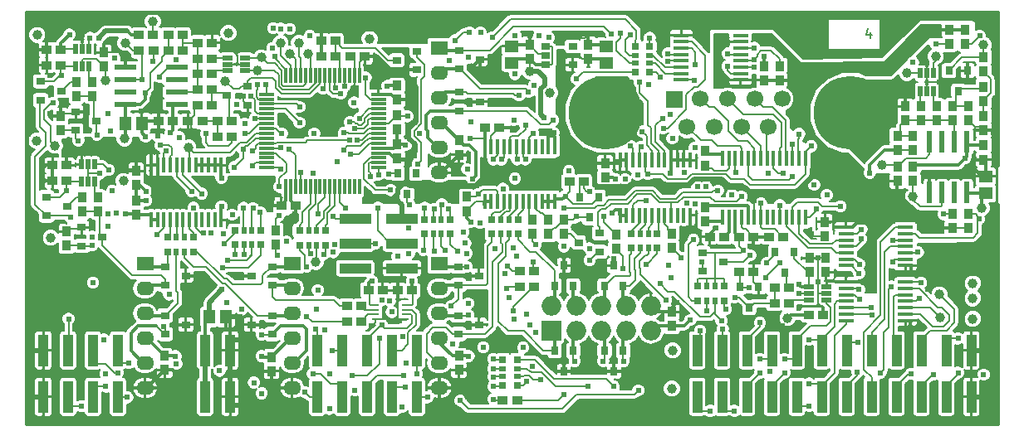
<source format=gbl>
G04 #@! TF.FileFunction,Copper,L4,Bot,Signal*
%FSLAX46Y46*%
G04 Gerber Fmt 4.6, Leading zero omitted, Abs format (unit mm)*
G04 Created by KiCad (PCBNEW 4.0.6) date 08/12/17 18:49:30*
%MOMM*%
%LPD*%
G01*
G04 APERTURE LIST*
%ADD10C,0.100000*%
%ADD11C,0.200000*%
%ADD12R,0.350000X1.550000*%
%ADD13R,0.950000X1.000000*%
%ADD14R,1.650000X0.400000*%
%ADD15R,0.800000X0.900000*%
%ADD16R,0.900000X0.800000*%
%ADD17R,1.000000X0.950000*%
%ADD18C,1.000000*%
%ADD19C,7.500000*%
%ADD20R,1.800000X1.400000*%
%ADD21O,1.800000X1.400000*%
%ADD22R,1.000000X0.470000*%
%ADD23R,1.200000X1.450000*%
%ADD24R,1.450000X1.200000*%
%ADD25R,0.470000X1.000000*%
%ADD26R,0.900000X0.750000*%
%ADD27R,0.400000X1.650000*%
%ADD28R,0.600000X2.200000*%
%ADD29R,0.750000X0.250000*%
%ADD30R,2.200000X0.600000*%
%ADD31R,3.250000X1.000000*%
%ADD32R,1.700000X1.700000*%
%ADD33C,1.700000*%
%ADD34R,2.000000X2.000000*%
%ADD35O,2.000000X2.000000*%
%ADD36R,0.800000X0.800000*%
%ADD37R,0.550000X0.800000*%
%ADD38R,0.800000X0.550000*%
%ADD39R,1.000000X3.250000*%
%ADD40R,1.500000X0.300000*%
%ADD41R,0.300000X1.500000*%
%ADD42C,0.604800*%
%ADD43C,0.152400*%
%ADD44C,0.300000*%
%ADD45C,0.500000*%
%ADD46C,0.400000*%
G04 APERTURE END LIST*
D10*
D11*
X106566667Y-20985714D02*
X106566667Y-21652381D01*
X106328571Y-20604762D02*
X106090476Y-21319048D01*
X106709524Y-21319048D01*
D12*
X67225000Y-32700000D03*
X67875000Y-32700000D03*
X68525000Y-32700000D03*
X69175000Y-32700000D03*
X69825000Y-32700000D03*
X70475000Y-32700000D03*
X71125000Y-32700000D03*
X71775000Y-32700000D03*
X72425000Y-32700000D03*
X73075000Y-32700000D03*
X73725000Y-32700000D03*
X74375000Y-32700000D03*
X74375000Y-38300000D03*
X73725000Y-38300000D03*
X73075000Y-38300000D03*
X72425000Y-38300000D03*
X71775000Y-38300000D03*
X71125000Y-38300000D03*
X70475000Y-38300000D03*
X69825000Y-38300000D03*
X69175000Y-38300000D03*
X68525000Y-38300000D03*
X67875000Y-38300000D03*
X67225000Y-38300000D03*
D13*
X109300000Y-34775000D03*
X109300000Y-36225000D03*
D14*
X110125000Y-46550000D03*
X110125000Y-47200000D03*
X110125000Y-47850000D03*
X110125000Y-48500000D03*
X110125000Y-49150000D03*
X110125000Y-49800000D03*
X110125000Y-50450000D03*
X104075000Y-50450000D03*
X104075000Y-49800000D03*
X104075000Y-49150000D03*
X104075000Y-48500000D03*
X104075000Y-47850000D03*
X104075000Y-47200000D03*
X104075000Y-46550000D03*
D15*
X74350000Y-53550000D03*
X76250000Y-53550000D03*
X75300000Y-55650000D03*
X79450000Y-53550000D03*
X81350000Y-53550000D03*
X80400000Y-55650000D03*
X81351200Y-46950000D03*
X79451200Y-46950000D03*
X80401200Y-44850000D03*
X76250000Y-46950000D03*
X74350000Y-46950000D03*
X75300000Y-44850000D03*
D16*
X64550000Y-51850000D03*
X64550000Y-49950000D03*
X66650000Y-50900000D03*
X64550000Y-46850000D03*
X64550000Y-44950000D03*
X66650000Y-45900000D03*
X64650000Y-29050000D03*
X64650000Y-27150000D03*
X66750000Y-28100000D03*
D15*
X58350000Y-35450000D03*
X60250000Y-35450000D03*
X59300000Y-37550000D03*
D17*
X55025000Y-23500000D03*
X53575000Y-23500000D03*
D13*
X58300000Y-33925000D03*
X58300000Y-32475000D03*
X58300000Y-27925000D03*
X58300000Y-26475000D03*
D17*
X46475000Y-38700000D03*
X47925000Y-38700000D03*
X52025000Y-21900000D03*
X50575000Y-21900000D03*
D13*
X58300000Y-29475000D03*
X58300000Y-30925000D03*
X71800000Y-23725000D03*
X71800000Y-22275000D03*
X77800000Y-23725000D03*
X77800000Y-22275000D03*
X89700000Y-40325000D03*
X89700000Y-38875000D03*
D17*
X93175000Y-41900000D03*
X94625000Y-41900000D03*
D13*
X89700000Y-33175000D03*
X89700000Y-34625000D03*
D17*
X91625000Y-41900000D03*
X90175000Y-41900000D03*
D13*
X101900000Y-40375000D03*
X101900000Y-41825000D03*
X86300000Y-51025000D03*
X86300000Y-49575000D03*
X114900000Y-39575000D03*
X114900000Y-41025000D03*
D18*
X113655251Y-50155251D03*
X113600000Y-47800000D03*
D13*
X64600000Y-54075000D03*
X64600000Y-55525000D03*
D17*
X67275000Y-30800000D03*
X68725000Y-30800000D03*
D13*
X65400000Y-39275000D03*
X65400000Y-37825000D03*
D17*
X70775000Y-45400000D03*
X72225000Y-45400000D03*
X70775000Y-47000000D03*
X72225000Y-47000000D03*
D13*
X86300000Y-41575000D03*
X86300000Y-43025000D03*
X75300000Y-40175000D03*
X75300000Y-41625000D03*
X118100000Y-32575000D03*
X118100000Y-34025000D03*
X109300000Y-33025000D03*
X109300000Y-31575000D03*
X102000000Y-45525000D03*
X102000000Y-44075000D03*
X100400000Y-45525000D03*
X100400000Y-44075000D03*
X116500000Y-28575000D03*
X116500000Y-30025000D03*
X95700000Y-25925000D03*
X95700000Y-24475000D03*
X34600000Y-54075000D03*
X34600000Y-55525000D03*
D19*
X104500000Y-29250000D03*
X79500000Y-29250000D03*
D13*
X31700000Y-35175000D03*
X31700000Y-36625000D03*
D17*
X59825000Y-47400000D03*
X58375000Y-47400000D03*
D13*
X72100000Y-41625000D03*
X72100000Y-40175000D03*
X73700000Y-41625000D03*
X73700000Y-40175000D03*
X80600000Y-41675000D03*
X80600000Y-43125000D03*
D17*
X69075000Y-58600000D03*
X70525000Y-58600000D03*
X75875000Y-36300000D03*
X77325000Y-36300000D03*
X96775000Y-47100000D03*
X98225000Y-47100000D03*
X98225000Y-48700000D03*
X96775000Y-48700000D03*
X55375000Y-47400000D03*
X56825000Y-47400000D03*
X24025000Y-24400000D03*
X22575000Y-24400000D03*
D13*
X45500000Y-54175000D03*
X45500000Y-55625000D03*
D17*
X35439599Y-30099311D03*
X33989599Y-30099311D03*
X34989599Y-21299311D03*
X36439599Y-21299311D03*
X24625000Y-34600000D03*
X23175000Y-34600000D03*
X24625000Y-36200000D03*
X23175000Y-36200000D03*
D20*
X62600000Y-44650000D03*
D21*
X62600000Y-47190000D03*
X62600000Y-49730000D03*
X62600000Y-52270000D03*
X62600000Y-54810000D03*
X62600000Y-57350000D03*
D16*
X64650000Y-24750000D03*
X64650000Y-22850000D03*
X66750000Y-23800000D03*
X34650000Y-46850000D03*
X34650000Y-44950000D03*
X36750000Y-45900000D03*
X34650000Y-51850000D03*
X34650000Y-49950000D03*
X36750000Y-50900000D03*
X45550000Y-44950000D03*
X45550000Y-46850000D03*
X43450000Y-45900000D03*
X45550000Y-49950000D03*
X45550000Y-51850000D03*
X43450000Y-50900000D03*
D13*
X110900000Y-36225000D03*
X110900000Y-34775000D03*
X110900000Y-31575000D03*
X110900000Y-33025000D03*
D17*
X94625000Y-45500000D03*
X93175000Y-45500000D03*
X101725000Y-49900000D03*
X100275000Y-49900000D03*
D13*
X114900000Y-28575000D03*
X114900000Y-30025000D03*
X113300000Y-28575000D03*
X113300000Y-30025000D03*
X111700000Y-28575000D03*
X111700000Y-30025000D03*
X110100000Y-28575000D03*
X110100000Y-30025000D03*
X118100000Y-23575000D03*
X118100000Y-25025000D03*
X118100000Y-28025000D03*
X118100000Y-26575000D03*
X97300000Y-24475000D03*
X97300000Y-25925000D03*
D17*
X54625000Y-49000000D03*
X53175000Y-49000000D03*
X54625000Y-50600000D03*
X53175000Y-50600000D03*
D13*
X25600000Y-27525000D03*
X25600000Y-26075000D03*
X27200000Y-26075000D03*
X27200000Y-27525000D03*
X24000000Y-29575000D03*
X24000000Y-31025000D03*
X28400000Y-23075000D03*
X28400000Y-24525000D03*
X26200000Y-39325000D03*
X26200000Y-37875000D03*
D17*
X33425000Y-21300000D03*
X31975000Y-21300000D03*
X31989599Y-22899311D03*
X33439599Y-22899311D03*
D13*
X27800000Y-37875000D03*
X27800000Y-39325000D03*
D17*
X36439599Y-22899311D03*
X34989599Y-22899311D03*
D13*
X24600000Y-41375000D03*
X24600000Y-42825000D03*
D17*
X39439599Y-26899311D03*
X37989599Y-26899311D03*
X39439599Y-25299311D03*
X37989599Y-25299311D03*
X39439599Y-23699311D03*
X37989599Y-23699311D03*
D12*
X81025000Y-34100000D03*
X81675000Y-34100000D03*
X82325000Y-34100000D03*
X82975000Y-34100000D03*
X83625000Y-34100000D03*
X84275000Y-34100000D03*
X84925000Y-34100000D03*
X85575000Y-34100000D03*
X86225000Y-34100000D03*
X86875000Y-34100000D03*
X87525000Y-34100000D03*
X88175000Y-34100000D03*
X88175000Y-39700000D03*
X87525000Y-39700000D03*
X86875000Y-39700000D03*
X86225000Y-39700000D03*
X85575000Y-39700000D03*
X84925000Y-39700000D03*
X84275000Y-39700000D03*
X83625000Y-39700000D03*
X82975000Y-39700000D03*
X82325000Y-39700000D03*
X81675000Y-39700000D03*
X81025000Y-39700000D03*
D22*
X102100000Y-47050000D03*
X102100000Y-47700000D03*
X102100000Y-48350000D03*
X100300000Y-48350000D03*
X100300000Y-47700000D03*
X100300000Y-47050000D03*
D23*
X39150000Y-50100000D03*
X40850000Y-50100000D03*
D24*
X70000000Y-24150000D03*
X70000000Y-22450000D03*
X79600000Y-24150000D03*
X79600000Y-22450000D03*
D13*
X79500000Y-34375000D03*
X79500000Y-35825000D03*
X64600000Y-32075000D03*
X64600000Y-33525000D03*
D24*
X118300000Y-37450000D03*
X118300000Y-35750000D03*
D13*
X118100000Y-29575000D03*
X118100000Y-31025000D03*
X31700000Y-39625000D03*
X31700000Y-38175000D03*
D17*
X24025000Y-22800000D03*
X22575000Y-22800000D03*
D23*
X30564599Y-30299311D03*
X32264599Y-30299311D03*
D17*
X38439599Y-30099311D03*
X36989599Y-30099311D03*
X39439599Y-28499311D03*
X37989599Y-28499311D03*
D20*
X62600000Y-22650000D03*
D21*
X62600000Y-25190000D03*
X62600000Y-27730000D03*
X62600000Y-30270000D03*
X62600000Y-32810000D03*
X62600000Y-35350000D03*
D20*
X32600000Y-44650000D03*
D21*
X32600000Y-47190000D03*
X32600000Y-49730000D03*
X32600000Y-52270000D03*
X32600000Y-54810000D03*
X32600000Y-57350000D03*
D16*
X60350000Y-22950000D03*
X60350000Y-24850000D03*
X58250000Y-23900000D03*
D15*
X96850000Y-43450000D03*
X98750000Y-43450000D03*
X97800000Y-45550000D03*
D25*
X111650000Y-25200000D03*
X112300000Y-25200000D03*
X112950000Y-25200000D03*
X112950000Y-27000000D03*
X112300000Y-27000000D03*
X111650000Y-27000000D03*
D16*
X22550000Y-39750000D03*
X22550000Y-37850000D03*
X24650000Y-38800000D03*
D22*
X42814599Y-23649311D03*
X42814599Y-24299311D03*
X42814599Y-24949311D03*
X41014599Y-24949311D03*
X41014599Y-24299311D03*
X41014599Y-23649311D03*
D17*
X39439599Y-22099311D03*
X37989599Y-22099311D03*
D26*
X73400000Y-24350000D03*
X73400000Y-23400000D03*
X73400000Y-22450000D03*
X76200000Y-22450000D03*
X76200000Y-24350000D03*
D14*
X110125000Y-40950000D03*
X110125000Y-41600000D03*
X110125000Y-42250000D03*
X110125000Y-42900000D03*
X110125000Y-43550000D03*
X110125000Y-44200000D03*
X110125000Y-44850000D03*
X104075000Y-44850000D03*
X104075000Y-44200000D03*
X104075000Y-43550000D03*
X104075000Y-42900000D03*
X104075000Y-42250000D03*
X104075000Y-41600000D03*
X104075000Y-40950000D03*
D27*
X91475000Y-33875000D03*
X92125000Y-33875000D03*
X92775000Y-33875000D03*
X93425000Y-33875000D03*
X94075000Y-33875000D03*
X94725000Y-33875000D03*
X95375000Y-33875000D03*
X96025000Y-33875000D03*
X96675000Y-33875000D03*
X97325000Y-33875000D03*
X97975000Y-33875000D03*
X98625000Y-33875000D03*
X99275000Y-33875000D03*
X99925000Y-33875000D03*
X99925000Y-39925000D03*
X99275000Y-39925000D03*
X98625000Y-39925000D03*
X97975000Y-39925000D03*
X97325000Y-39925000D03*
X96675000Y-39925000D03*
X96025000Y-39925000D03*
X95375000Y-39925000D03*
X94725000Y-39925000D03*
X94075000Y-39925000D03*
X93425000Y-39925000D03*
X92775000Y-39925000D03*
X92125000Y-39925000D03*
X91475000Y-39925000D03*
D28*
X116405000Y-37400000D03*
X115135000Y-37400000D03*
X113865000Y-37400000D03*
X112595000Y-37400000D03*
X112595000Y-32200000D03*
X113865000Y-32200000D03*
X115135000Y-32200000D03*
X116405000Y-32200000D03*
D14*
X87275000Y-25875000D03*
X87275000Y-25225000D03*
X87275000Y-24575000D03*
X87275000Y-23925000D03*
X87275000Y-23275000D03*
X87275000Y-22625000D03*
X87275000Y-21975000D03*
X87275000Y-21325000D03*
X93325000Y-21325000D03*
X93325000Y-21975000D03*
X93325000Y-22625000D03*
X93325000Y-23275000D03*
X93325000Y-23925000D03*
X93325000Y-24575000D03*
X93325000Y-25225000D03*
X93325000Y-25875000D03*
D12*
X33225000Y-34600000D03*
X33875000Y-34600000D03*
X34525000Y-34600000D03*
X35175000Y-34600000D03*
X35825000Y-34600000D03*
X36475000Y-34600000D03*
X37125000Y-34600000D03*
X37775000Y-34600000D03*
X38425000Y-34600000D03*
X39075000Y-34600000D03*
X39725000Y-34600000D03*
X40375000Y-34600000D03*
X40375000Y-40200000D03*
X39725000Y-40200000D03*
X39075000Y-40200000D03*
X38425000Y-40200000D03*
X37775000Y-40200000D03*
X37125000Y-40200000D03*
X36475000Y-40200000D03*
X35825000Y-40200000D03*
X35175000Y-40200000D03*
X34525000Y-40200000D03*
X33875000Y-40200000D03*
X33225000Y-40200000D03*
D29*
X59150000Y-48850000D03*
X59150000Y-49350000D03*
X59150000Y-49850000D03*
X59150000Y-50350000D03*
X56050000Y-50350000D03*
X56050000Y-49850000D03*
X56050000Y-49350000D03*
X56050000Y-48850000D03*
D25*
X25550000Y-22700000D03*
X26200000Y-22700000D03*
X26850000Y-22700000D03*
X26850000Y-24500000D03*
X26200000Y-24500000D03*
X25550000Y-24500000D03*
X26150000Y-34500000D03*
X26800000Y-34500000D03*
X27450000Y-34500000D03*
X27450000Y-36300000D03*
X26800000Y-36300000D03*
X26150000Y-36300000D03*
D30*
X30614599Y-28404311D03*
X30614599Y-27134311D03*
X30614599Y-25864311D03*
X30614599Y-24594311D03*
X35814599Y-24594311D03*
X35814599Y-25864311D03*
X35814599Y-27134311D03*
X35814599Y-28404311D03*
D31*
X58775000Y-40060000D03*
X58775000Y-42600000D03*
X58775000Y-45140000D03*
X54025000Y-40060000D03*
X54025000Y-42600000D03*
X54025000Y-45140000D03*
D32*
X86540000Y-27855000D03*
D33*
X89230000Y-27830000D03*
X92000000Y-27830000D03*
X94770000Y-27830000D03*
X97540000Y-27830000D03*
X87845000Y-30670000D03*
X90615000Y-30670000D03*
X93385000Y-30670000D03*
X96155000Y-30670000D03*
D20*
X47600000Y-44650000D03*
D21*
X47600000Y-47190000D03*
X47600000Y-49730000D03*
X47600000Y-52270000D03*
X47600000Y-54810000D03*
X47600000Y-57350000D03*
D16*
X78950000Y-41550000D03*
X78950000Y-43450000D03*
X76850000Y-42500000D03*
D15*
X114550000Y-24950000D03*
X116450000Y-24950000D03*
X115500000Y-27050000D03*
D16*
X21950000Y-27950000D03*
X21950000Y-26050000D03*
X24050000Y-27000000D03*
X43064599Y-26549311D03*
X43064599Y-28449311D03*
X40964599Y-27499311D03*
D17*
X50575000Y-23500000D03*
X52025000Y-23500000D03*
D13*
X114600000Y-22225000D03*
X114600000Y-20775000D03*
X116200000Y-22225000D03*
X116200000Y-20775000D03*
X116500000Y-39575000D03*
X116500000Y-41025000D03*
D17*
X41439599Y-31699311D03*
X39989599Y-31699311D03*
X39989599Y-30099311D03*
X41439599Y-30099311D03*
D18*
X107700000Y-34600000D03*
X110900000Y-37800000D03*
X118100000Y-22300000D03*
X113200000Y-23500000D03*
X110300000Y-25200000D03*
X33400000Y-19900000D03*
X30600000Y-22100000D03*
X40750000Y-26000000D03*
X44100000Y-24900000D03*
X44500000Y-23600000D03*
X23000000Y-42000000D03*
X50000000Y-44500000D03*
X41100000Y-21100000D03*
X30400000Y-36200000D03*
X86300000Y-57400000D03*
X117000000Y-48200000D03*
X117000000Y-50300000D03*
X23400000Y-32600000D03*
X21500000Y-32100000D03*
X55500000Y-21700000D03*
X86400000Y-53500000D03*
X117000000Y-46700000D03*
X21600000Y-21300000D03*
X73900000Y-27200000D03*
X98100000Y-50200000D03*
X37000000Y-32800000D03*
X28600000Y-25900000D03*
X85500000Y-21500000D03*
X75100000Y-26300000D03*
X71800000Y-25000000D03*
X65600000Y-58100000D03*
X117900000Y-39000000D03*
X30500000Y-31900000D03*
D34*
X74020000Y-51520000D03*
D35*
X76560000Y-51520000D03*
X79100000Y-51520000D03*
X81640000Y-51520000D03*
X84180000Y-51520000D03*
X74020000Y-48980000D03*
X76560000Y-48980000D03*
X79100000Y-48980000D03*
X81640000Y-48980000D03*
X84180000Y-48980000D03*
D13*
X45900000Y-41275000D03*
X45900000Y-42725000D03*
D16*
X89450000Y-45450000D03*
X89450000Y-43550000D03*
X91550000Y-44500000D03*
D17*
X96175000Y-41900000D03*
X97625000Y-41900000D03*
D15*
X76950000Y-37850000D03*
X78850000Y-37850000D03*
X77900000Y-39950000D03*
X93250000Y-47050000D03*
X95150000Y-47050000D03*
X94200000Y-49150000D03*
D16*
X25550000Y-31050000D03*
X25550000Y-29150000D03*
X27650000Y-30100000D03*
X26150000Y-42850000D03*
X26150000Y-40950000D03*
X28250000Y-41900000D03*
D36*
X51025000Y-42750000D03*
D37*
X50100000Y-42750000D03*
X49300000Y-42750000D03*
D36*
X48375000Y-42750000D03*
X48375000Y-41300000D03*
D37*
X49300000Y-41300000D03*
X50100000Y-41300000D03*
D36*
X51025000Y-41300000D03*
X91625000Y-48425000D03*
D37*
X90700000Y-48425000D03*
X89900000Y-48425000D03*
D36*
X88975000Y-48425000D03*
X88975000Y-46975000D03*
D37*
X89900000Y-46975000D03*
X90700000Y-46975000D03*
D36*
X91625000Y-46975000D03*
X70525000Y-54475000D03*
D38*
X70525000Y-55400000D03*
X70525000Y-56200000D03*
D36*
X70525000Y-57125000D03*
X69075000Y-57125000D03*
D38*
X69075000Y-56200000D03*
X69075000Y-55400000D03*
D36*
X69075000Y-54475000D03*
X84825000Y-43025000D03*
D37*
X83900000Y-43025000D03*
X83100000Y-43025000D03*
D36*
X82175000Y-43025000D03*
X82175000Y-41575000D03*
D37*
X83100000Y-41575000D03*
X83900000Y-41575000D03*
D36*
X84825000Y-41575000D03*
X70625000Y-41625000D03*
D37*
X69700000Y-41625000D03*
X68900000Y-41625000D03*
D36*
X67975000Y-41625000D03*
X67975000Y-40175000D03*
D37*
X68900000Y-40175000D03*
X69700000Y-40175000D03*
D36*
X70625000Y-40175000D03*
X82575000Y-25125000D03*
D38*
X82575000Y-24200000D03*
X82575000Y-23400000D03*
D36*
X82575000Y-22475000D03*
X84025000Y-22475000D03*
D38*
X84025000Y-23400000D03*
X84025000Y-24200000D03*
D36*
X84025000Y-25125000D03*
X37525000Y-43425000D03*
D37*
X36600000Y-43425000D03*
X35800000Y-43425000D03*
D36*
X34875000Y-43425000D03*
X34875000Y-41975000D03*
D37*
X35800000Y-41975000D03*
X36600000Y-41975000D03*
D36*
X37525000Y-41975000D03*
X41775000Y-41275000D03*
D37*
X42700000Y-41275000D03*
X43500000Y-41275000D03*
D36*
X44425000Y-41275000D03*
X44425000Y-42725000D03*
D37*
X43500000Y-42725000D03*
X42700000Y-42725000D03*
D36*
X41775000Y-42725000D03*
X63725000Y-41625000D03*
D37*
X62800000Y-41625000D03*
X62000000Y-41625000D03*
D36*
X61075000Y-41625000D03*
X61075000Y-40175000D03*
D37*
X62000000Y-40175000D03*
X62800000Y-40175000D03*
D36*
X63725000Y-40175000D03*
D39*
X22225000Y-53505000D03*
X24765000Y-53505000D03*
X27305000Y-53505000D03*
X29845000Y-53505000D03*
X22225000Y-58255000D03*
X24765000Y-58255000D03*
X27305000Y-58255000D03*
X29845000Y-58255000D03*
X38735000Y-53505000D03*
X41275000Y-53505000D03*
X38735000Y-58255000D03*
X41275000Y-58255000D03*
X50165000Y-53505000D03*
X52705000Y-53505000D03*
X55245000Y-53505000D03*
X57785000Y-53505000D03*
X60325000Y-53505000D03*
X50165000Y-58255000D03*
X52705000Y-58255000D03*
X55245000Y-58255000D03*
X57785000Y-58255000D03*
X60325000Y-58255000D03*
X88900000Y-53505000D03*
X91440000Y-53505000D03*
X93980000Y-53505000D03*
X96520000Y-53505000D03*
X99060000Y-53505000D03*
X101600000Y-53505000D03*
X104140000Y-53505000D03*
X106680000Y-53505000D03*
X109220000Y-53505000D03*
X111760000Y-53505000D03*
X114300000Y-53505000D03*
X116840000Y-53505000D03*
X88900000Y-58255000D03*
X91440000Y-58255000D03*
X93980000Y-58255000D03*
X96520000Y-58255000D03*
X99060000Y-58255000D03*
X101600000Y-58255000D03*
X104140000Y-58255000D03*
X106680000Y-58255000D03*
X109220000Y-58255000D03*
X111760000Y-58255000D03*
X114300000Y-58255000D03*
X116840000Y-58255000D03*
D18*
X48300000Y-22100000D03*
X47400000Y-23200000D03*
X46400000Y-22100000D03*
X49200000Y-23200000D03*
D40*
X56400000Y-27350000D03*
X56400000Y-27850000D03*
X56400000Y-28350000D03*
X56400000Y-28850000D03*
X56400000Y-29350000D03*
X56400000Y-29850000D03*
X56400000Y-30350000D03*
X56400000Y-30850000D03*
X56400000Y-31350000D03*
X56400000Y-31850000D03*
X56400000Y-32350000D03*
X56400000Y-32850000D03*
X56400000Y-33350000D03*
X56400000Y-33850000D03*
X56400000Y-34350000D03*
X56400000Y-34850000D03*
D41*
X54450000Y-36800000D03*
X53950000Y-36800000D03*
X53450000Y-36800000D03*
X52950000Y-36800000D03*
X52450000Y-36800000D03*
X51950000Y-36800000D03*
X51450000Y-36800000D03*
X50950000Y-36800000D03*
X50450000Y-36800000D03*
X49950000Y-36800000D03*
X49450000Y-36800000D03*
X48950000Y-36800000D03*
X48450000Y-36800000D03*
X47950000Y-36800000D03*
X47450000Y-36800000D03*
X46950000Y-36800000D03*
D40*
X45000000Y-34850000D03*
X45000000Y-34350000D03*
X45000000Y-33850000D03*
X45000000Y-33350000D03*
X45000000Y-32850000D03*
X45000000Y-32350000D03*
X45000000Y-31850000D03*
X45000000Y-31350000D03*
X45000000Y-30850000D03*
X45000000Y-30350000D03*
X45000000Y-29850000D03*
X45000000Y-29350000D03*
X45000000Y-28850000D03*
X45000000Y-28350000D03*
X45000000Y-27850000D03*
X45000000Y-27350000D03*
D41*
X46950000Y-25400000D03*
X47450000Y-25400000D03*
X47950000Y-25400000D03*
X48450000Y-25400000D03*
X48950000Y-25400000D03*
X49450000Y-25400000D03*
X49950000Y-25400000D03*
X50450000Y-25400000D03*
X50950000Y-25400000D03*
X51450000Y-25400000D03*
X51950000Y-25400000D03*
X52450000Y-25400000D03*
X52950000Y-25400000D03*
X53450000Y-25400000D03*
X53950000Y-25400000D03*
X54450000Y-25400000D03*
D42*
X97584621Y-51024605D03*
X51600000Y-29600000D03*
X75200000Y-21599998D03*
X60700000Y-21100000D03*
X34100000Y-28900000D03*
X32200000Y-29100000D03*
X84000000Y-54900000D03*
X87600000Y-58100000D03*
X112402347Y-47297653D03*
X43400000Y-19300000D03*
X35300000Y-19300000D03*
X32200000Y-19200000D03*
X20700000Y-19300000D03*
X87700000Y-19200000D03*
X93800000Y-19200000D03*
X101700000Y-19200000D03*
X111100000Y-19200000D03*
X119300000Y-19300000D03*
X119300000Y-60800000D03*
X112400000Y-60700000D03*
X103500000Y-60700000D03*
X94100000Y-60800000D03*
X56900000Y-60700000D03*
X51400000Y-60700000D03*
X29700002Y-60700000D03*
X38000000Y-60700000D03*
X20800000Y-60700000D03*
X24600000Y-55800000D03*
X33975648Y-47754792D03*
X59172898Y-32527102D03*
X74250000Y-31300000D03*
X33900000Y-31600000D03*
X28001020Y-35448866D03*
X32650000Y-31700000D03*
X47875361Y-39566358D03*
X58050000Y-46299998D03*
X42650000Y-27550000D03*
X27125177Y-41000000D03*
X55652789Y-51036538D03*
X66562432Y-37549994D03*
X65783667Y-24870160D03*
X71799998Y-21350000D03*
X58540971Y-50465695D03*
X65500719Y-45900000D03*
X75450000Y-37750000D03*
X65750000Y-28200000D03*
X85500000Y-21500000D03*
X80550000Y-36050000D03*
X96150000Y-35400000D03*
X65597579Y-55500000D03*
X65597579Y-58100000D03*
X42400000Y-45900000D03*
X86177946Y-35400000D03*
X80400000Y-44127418D03*
X86800000Y-48600000D03*
X35699990Y-50900000D03*
X35700000Y-55800000D03*
X77800000Y-42039500D03*
X88000000Y-41000000D03*
X94297588Y-42895187D03*
X90800000Y-41000000D03*
X100500000Y-41600000D03*
X102102400Y-37650000D03*
X101200000Y-46500000D03*
X75300000Y-43900000D03*
X77800000Y-21197590D03*
X65604625Y-33447590D03*
X54105213Y-26700000D03*
X20700000Y-58300000D03*
X22100000Y-34986534D03*
X22200000Y-36200000D03*
X22900000Y-29300000D03*
X22900000Y-25447600D03*
X22900000Y-21247598D03*
X26200000Y-21247598D03*
X30600000Y-23497598D03*
X37800000Y-31302402D03*
X40500000Y-22100000D03*
X42300000Y-50100000D03*
X38000000Y-45899998D03*
X42400000Y-52400000D03*
X42300000Y-59100000D03*
X44500000Y-55600000D03*
X44500000Y-50900000D03*
X75300000Y-54700000D03*
X70200000Y-31000000D03*
X50600000Y-20900000D03*
X65600000Y-50900000D03*
X95700000Y-23500000D03*
X80400000Y-54600000D03*
X110700000Y-45700000D03*
X110600000Y-51200000D03*
X40400000Y-38800000D03*
X40400000Y-35900000D03*
X32700000Y-37252402D03*
X32700000Y-38200000D03*
X57300000Y-26500000D03*
X101200000Y-44075000D03*
X110100000Y-27500000D03*
X113600000Y-26100000D03*
X112600000Y-35700000D03*
X117100000Y-34947598D03*
X117100000Y-34000000D03*
X116500000Y-25900000D03*
X119394577Y-25602401D03*
X119200000Y-32897598D03*
X119300000Y-46618270D03*
X119200000Y-48197598D03*
X119300000Y-52302402D03*
X119300000Y-53897598D03*
X119300000Y-56002402D03*
X119200000Y-38700000D03*
X119300000Y-44513466D03*
X119200000Y-23400000D03*
X20800000Y-23497598D03*
X20700000Y-25700000D03*
X20700000Y-27197598D03*
X20700000Y-31400000D03*
X20700000Y-32881730D03*
X20700000Y-35100000D03*
X20700000Y-44497598D03*
X20700000Y-46700000D03*
X20700000Y-48197598D03*
X20700000Y-52302402D03*
X20700000Y-53881730D03*
X20700000Y-56100000D03*
X119100000Y-31300000D03*
X118100000Y-53500000D03*
X118100000Y-58300000D03*
X45550000Y-37950000D03*
X35050000Y-47802420D03*
X70450000Y-43850000D03*
X72124830Y-55129322D03*
X58350000Y-43900000D03*
X65750000Y-31850000D03*
X75100969Y-26300969D03*
X75300000Y-42900000D03*
X51400000Y-55947579D03*
X35800000Y-54900000D03*
X93600000Y-43300000D03*
X75100000Y-32810002D03*
X59150001Y-24900000D03*
X51797600Y-43500000D03*
X33500000Y-37700000D03*
X59800000Y-46400000D03*
X27900000Y-21600000D03*
X24900000Y-21247598D03*
X24900000Y-32000000D03*
X57100000Y-38089998D03*
X94660270Y-38182973D03*
X56352600Y-38951364D03*
X59350000Y-29600000D03*
X57450000Y-35500000D03*
X66018542Y-36004473D03*
X81550000Y-36050000D03*
X100820951Y-36620951D03*
X65597579Y-54100000D03*
X77943198Y-44300000D03*
X87582757Y-35377412D03*
X65799999Y-40399999D03*
X88200000Y-50400000D03*
X80204504Y-39491576D03*
X99300000Y-46800000D03*
X106500000Y-35400000D03*
X117900000Y-39000000D03*
X71800000Y-25000000D03*
X39350000Y-41550000D03*
X40450000Y-47300000D03*
X65450000Y-35000000D03*
X73250000Y-29750000D03*
X65058525Y-41427911D03*
X35200000Y-31300000D03*
X33400000Y-24000000D03*
X116200000Y-33900000D03*
X54000000Y-57600000D03*
X29240438Y-37240438D03*
X55725969Y-46425969D03*
X32600000Y-27218910D03*
X30600000Y-39600000D03*
X30500000Y-31900000D03*
X24591014Y-37240438D03*
X24100000Y-25400000D03*
X35700000Y-54100000D03*
X44500000Y-54100000D03*
X85720641Y-48384974D03*
X76400000Y-54600000D03*
X71139526Y-53221370D03*
X79300000Y-54599999D03*
X72400002Y-42700000D03*
X81404803Y-54600000D03*
X63811557Y-48991565D03*
X72401167Y-51656827D03*
X65528610Y-49900000D03*
X71866401Y-50926958D03*
X65528610Y-48700000D03*
X65398268Y-44993605D03*
X71503389Y-49850571D03*
X87200000Y-44050000D03*
X83950000Y-26350000D03*
X86180957Y-29436416D03*
X80144316Y-21197524D03*
X71697233Y-27123062D03*
X76600000Y-39850000D03*
X70743295Y-27454305D03*
X75800000Y-35200000D03*
X82800000Y-35597600D03*
X83708457Y-44700000D03*
X74214567Y-29995189D03*
X88648578Y-32799999D03*
X92724797Y-48089248D03*
X28400000Y-52400000D03*
X34504857Y-51066274D03*
X27700000Y-31502402D03*
X49063676Y-50036324D03*
X44500000Y-51904803D03*
X98600000Y-35750000D03*
X97654801Y-35400000D03*
X60400000Y-34450000D03*
X59550000Y-38650000D03*
X59450000Y-41050000D03*
X23000000Y-42000000D03*
X50804803Y-43700000D03*
X57550000Y-48450000D03*
X52150000Y-34250000D03*
X52920268Y-26544478D03*
X56478326Y-52278326D03*
X96300000Y-55632402D03*
X95900000Y-46100000D03*
X97300000Y-44600000D03*
X53700000Y-56100000D03*
X55500000Y-21700000D03*
X49850000Y-31350000D03*
X45598700Y-22650893D03*
X54455049Y-29808911D03*
X65250000Y-42550000D03*
X68300000Y-43100000D03*
X65800000Y-30200000D03*
X108700000Y-47000000D03*
X107600000Y-55800000D03*
X86399992Y-53500000D03*
X58850000Y-52100000D03*
X53427127Y-32054790D03*
X43550000Y-33150000D03*
X36100000Y-31750000D03*
X35750000Y-23821909D03*
X58800000Y-59300000D03*
X118100000Y-56000000D03*
X117000000Y-46700000D03*
X41700000Y-34800000D03*
X42600000Y-32950000D03*
X64750000Y-58650000D03*
X65400000Y-43600000D03*
X40587081Y-41637081D03*
X82900000Y-57600000D03*
X28600000Y-55900000D03*
X27297600Y-46600000D03*
X29500000Y-23677400D03*
X29100000Y-31100000D03*
X21600000Y-21300000D03*
X51400000Y-59502410D03*
X50000012Y-44500000D03*
X41100000Y-21100000D03*
X49450000Y-43650000D03*
X49400000Y-21399999D03*
X30400004Y-36200000D03*
X49744811Y-35400000D03*
X49088452Y-44969313D03*
X80400000Y-57200000D03*
X77800000Y-57200000D03*
X72900000Y-56500000D03*
X70100000Y-43050000D03*
X71500000Y-56697579D03*
X70137074Y-49437074D03*
X77900000Y-43100000D03*
X72200000Y-44500000D03*
X81303624Y-45191912D03*
X75300000Y-58000000D03*
X40999996Y-44300000D03*
X111400000Y-43500000D03*
X110900000Y-24100000D03*
X117692880Y-21383986D03*
X42462343Y-49342397D03*
X42700004Y-43700000D03*
X117600000Y-40100000D03*
X93400000Y-37800000D03*
X96000000Y-44600000D03*
X43424813Y-27550000D03*
X45662919Y-20612919D03*
X118100000Y-22300000D03*
X38577572Y-41489258D03*
X25000000Y-39900000D03*
X38800000Y-31377590D03*
X40750000Y-26000000D03*
X69527680Y-44897571D03*
X85427128Y-30829528D03*
X86010851Y-44860227D03*
X69450000Y-47150000D03*
X86223869Y-46080377D03*
X88700000Y-24300000D03*
X52550000Y-27300002D03*
X30600000Y-22100000D03*
X32300000Y-25864311D03*
X33800000Y-41700000D03*
X50280378Y-39550000D03*
X75300000Y-38950000D03*
X41500000Y-39650000D03*
X40950000Y-48600000D03*
X90997600Y-37200000D03*
X91800000Y-49300000D03*
X117000000Y-48200000D03*
X70250000Y-50350000D03*
X52850000Y-31300000D03*
X56750000Y-48350000D03*
X85100000Y-46700000D03*
X91366159Y-50487178D03*
X117000000Y-50300000D03*
X53900000Y-28200000D03*
X55550000Y-35799998D03*
X88899998Y-36800009D03*
X89900000Y-49500000D03*
X23400000Y-32600000D03*
X23200000Y-28250000D03*
X48350000Y-30250000D03*
X28800000Y-40850000D03*
X28850000Y-29350000D03*
X88500000Y-42213632D03*
X87847753Y-38444805D03*
X21500000Y-32100000D03*
X42750000Y-30350000D03*
X42650000Y-38950000D03*
X88600000Y-25904822D03*
X41950000Y-28400006D03*
X43600000Y-38977590D03*
X91997588Y-24502410D03*
X62087968Y-39070683D03*
X63658735Y-23879116D03*
X85900004Y-24014433D03*
X62850000Y-38600000D03*
X65600000Y-23600000D03*
X85900000Y-23209622D03*
X51800000Y-39848991D03*
X48350000Y-28650000D03*
X47000000Y-42400000D03*
X56100000Y-42600000D03*
X45800000Y-23513456D03*
X98550000Y-32500000D03*
X83150000Y-32700000D03*
X79400000Y-39800000D03*
X108799998Y-44500002D03*
X70300004Y-35950000D03*
X68100000Y-58497580D03*
X83850000Y-35500000D03*
X100541669Y-32658331D03*
X108823742Y-42297600D03*
X71370245Y-30470245D03*
X66800000Y-21050000D03*
X70350000Y-21350000D03*
X106712974Y-49897815D03*
X106607151Y-49100000D03*
X97300000Y-38702402D03*
X69301797Y-45660938D03*
X70539475Y-34000052D03*
X105402402Y-44700000D03*
X101000000Y-39100000D03*
X105400000Y-47300000D03*
X103500000Y-38800000D03*
X111500000Y-48197598D03*
X64200000Y-21850000D03*
X65679755Y-21020245D03*
X68100000Y-34000000D03*
X111700000Y-46602402D03*
X42750000Y-31350000D03*
X113655251Y-50155251D03*
X71373619Y-34002053D03*
X105402350Y-48292761D03*
X69691196Y-48105975D03*
X92800000Y-35300000D03*
X43550000Y-34650000D03*
X44500000Y-57902410D03*
X95300000Y-55800000D03*
X46300000Y-36800000D03*
X92402410Y-37644878D03*
X95300000Y-50700000D03*
X53578416Y-33464091D03*
X90200000Y-59700000D03*
X46427600Y-34972402D03*
X69100000Y-36999999D03*
X89200000Y-51500000D03*
X54200000Y-32000000D03*
X59100000Y-57300000D03*
X56400000Y-35600000D03*
X61400000Y-58300000D03*
X53000000Y-38950000D03*
X100300000Y-59200000D03*
X67100000Y-53197600D03*
X46100000Y-43800000D03*
X50900000Y-51402400D03*
X86300000Y-57400000D03*
X70200001Y-30000000D03*
X113200000Y-22200000D03*
X114000000Y-39600000D03*
X68000000Y-21550000D03*
X76600000Y-25800000D03*
X70300000Y-25300000D03*
X72750000Y-21400000D03*
X81100000Y-21150000D03*
X72254489Y-26460849D03*
X82050000Y-21300000D03*
X73749999Y-21572588D03*
X40500000Y-45100000D03*
X41812564Y-43717377D03*
X40200000Y-55600000D03*
X60964823Y-43272410D03*
X59200000Y-54799996D03*
X59500000Y-43649996D03*
X64425220Y-43402405D03*
X62100000Y-43347566D03*
X50100000Y-49300000D03*
X50204748Y-47354748D03*
X63200000Y-43272410D03*
X44050000Y-26400000D03*
X46450000Y-20650000D03*
X113200000Y-23497598D03*
X44900000Y-26399998D03*
X47350000Y-20700000D03*
X110300000Y-25200000D03*
X44100000Y-24900000D03*
X44500000Y-23600000D03*
X46250000Y-39700000D03*
X46550000Y-31350000D03*
X53950000Y-30850000D03*
X107700000Y-34600000D03*
X52000000Y-26700004D03*
X34100000Y-25600000D03*
X33400000Y-19900000D03*
X37000000Y-32800000D03*
X50750000Y-26750000D03*
X28600000Y-25900000D03*
X73900000Y-27200000D03*
X53500000Y-30200000D03*
X85352421Y-29800000D03*
X52848405Y-33052279D03*
X57750000Y-49600000D03*
X99300000Y-47700000D03*
X98100000Y-50200000D03*
X55100000Y-25650000D03*
X110700000Y-55900000D03*
X94700000Y-23804812D03*
X51897418Y-42718621D03*
X51700000Y-53500000D03*
X27200000Y-42800000D03*
X24800000Y-50300000D03*
X25800000Y-32100000D03*
X94200000Y-47100000D03*
X95300000Y-54402421D03*
X77900000Y-37250000D03*
X91499998Y-51300000D03*
X89800000Y-36800000D03*
X57650000Y-37150000D03*
X83700072Y-38202062D03*
X88656320Y-38526784D03*
X89400000Y-44452402D03*
X110900000Y-37800000D03*
X94297588Y-43801036D03*
X95400000Y-38500000D03*
X29800000Y-55800000D03*
X28850000Y-39550000D03*
X37350000Y-37250000D03*
X38400000Y-37500000D03*
X61100000Y-38950000D03*
X30950000Y-54800000D03*
X29708842Y-39525239D03*
X28892960Y-35092968D03*
X26100000Y-59200000D03*
X63558206Y-39046315D03*
X64000000Y-52850000D03*
X56750000Y-50950000D03*
X34176686Y-32578805D03*
X30800000Y-58300000D03*
X48500000Y-35350000D03*
X50000000Y-51302400D03*
X34750000Y-33100000D03*
X44350000Y-39400000D03*
X37537565Y-38956732D03*
X60300000Y-55899996D03*
X43700000Y-56800000D03*
X40650000Y-42650000D03*
X27197598Y-41900000D03*
X28600000Y-57200000D03*
X27000000Y-21600000D03*
X46450000Y-32800000D03*
X48912889Y-57805272D03*
X47300000Y-32927582D03*
X49700000Y-55900000D03*
X113000000Y-56000000D03*
X94700000Y-24609625D03*
X115500000Y-52300000D03*
X94700000Y-22600000D03*
X91973844Y-23197590D03*
X115500000Y-55800000D03*
X60600000Y-31350000D03*
X84050000Y-21600006D03*
X83047600Y-26100000D03*
X59000000Y-56100000D03*
X68100000Y-56209626D03*
X100300004Y-56900000D03*
X85120747Y-25579253D03*
X97800000Y-54402411D03*
X68097579Y-55404731D03*
X105200000Y-55700000D03*
X105600000Y-42100000D03*
X68097579Y-54399925D03*
X100300000Y-52397590D03*
X43800000Y-29850000D03*
X82104134Y-32611769D03*
X99300000Y-31400000D03*
X113600000Y-47800000D03*
X72181171Y-31318829D03*
X92700000Y-59700000D03*
X86372884Y-31870474D03*
X83298539Y-31161572D03*
X97800000Y-55800000D03*
X68100000Y-57200000D03*
X105277599Y-52700000D03*
X105400000Y-45647600D03*
X48300000Y-22100000D03*
X47400000Y-23200000D03*
X46400000Y-22100000D03*
X49200000Y-23200000D03*
X105650000Y-41150000D03*
X66750002Y-40500000D03*
X68928363Y-34023560D03*
D11*
X75627658Y-21599998D02*
X75200000Y-21599998D01*
X77800000Y-21197590D02*
X77397592Y-21599998D01*
X77397592Y-21599998D02*
X75627658Y-21599998D01*
X50600000Y-20900000D02*
X60500000Y-20900000D01*
X60500000Y-20900000D02*
X60700000Y-21100000D01*
X36989599Y-30099311D02*
X37300000Y-30409712D01*
X37300000Y-30409712D02*
X37300000Y-30802402D01*
X37300000Y-30802402D02*
X37800000Y-31302402D01*
D43*
X78850000Y-37850000D02*
X78153799Y-38546201D01*
X78153799Y-38546201D02*
X76246201Y-38546201D01*
X76246201Y-38546201D02*
X75450000Y-37750000D01*
D11*
X118100000Y-31025000D02*
X118100000Y-31000000D01*
X118100000Y-31000000D02*
X117800000Y-30700000D01*
X117800000Y-30700000D02*
X117175000Y-30700000D01*
X117175000Y-30700000D02*
X116500000Y-30025000D01*
X35300000Y-19300000D02*
X43400000Y-19300000D01*
X20700000Y-19300000D02*
X32100000Y-19300000D01*
X32100000Y-19300000D02*
X32200000Y-19200000D01*
X111100000Y-19200000D02*
X101700000Y-19200000D01*
X119200000Y-23400000D02*
X119200000Y-19400000D01*
X119200000Y-19400000D02*
X119300000Y-19300000D01*
X103500000Y-60700000D02*
X112400000Y-60700000D01*
X38000000Y-60700000D02*
X51400000Y-60700000D01*
X20800000Y-60700000D02*
X29700002Y-60700000D01*
D44*
X58300000Y-32475000D02*
X59120796Y-32475000D01*
X59120796Y-32475000D02*
X59172898Y-32527102D01*
D43*
X74325000Y-31375000D02*
X74250000Y-31300000D01*
X74325000Y-31625000D02*
X74325000Y-31375000D01*
D44*
X33989599Y-31510401D02*
X33900000Y-31600000D01*
X33989599Y-30099311D02*
X33989599Y-31510401D01*
D11*
X26800000Y-35450000D02*
X26800000Y-34500000D01*
X26800000Y-36300000D02*
X26800000Y-35450000D01*
X26800000Y-35450000D02*
X27999886Y-35450000D01*
X27999886Y-35450000D02*
X28001020Y-35448866D01*
D44*
X32264599Y-30299311D02*
X32264599Y-31314599D01*
X32264599Y-31314599D02*
X32650000Y-31700000D01*
X33989599Y-30099311D02*
X32464599Y-30099311D01*
X32464599Y-30099311D02*
X32264599Y-30299311D01*
X47925000Y-38700000D02*
X47925000Y-39516719D01*
X47925000Y-39516719D02*
X47875361Y-39566358D01*
D11*
X58375000Y-46624998D02*
X58050000Y-46299998D01*
X58315002Y-46299998D02*
X58050000Y-46299998D01*
X58775000Y-45140000D02*
X58775000Y-45840000D01*
X58375000Y-47400000D02*
X58375000Y-46624998D01*
X58775000Y-45840000D02*
X58315002Y-46299998D01*
X42650000Y-28084712D02*
X42650000Y-27550000D01*
X43064599Y-28449311D02*
X43014599Y-28449311D01*
X43014599Y-28449311D02*
X42650000Y-28084712D01*
X27075177Y-40950000D02*
X27125177Y-41000000D01*
X26150000Y-40950000D02*
X27075177Y-40950000D01*
X55688462Y-51036538D02*
X55652789Y-51036538D01*
X56050000Y-50350000D02*
X56050000Y-50675000D01*
X56050000Y-50675000D02*
X55688462Y-51036538D01*
X65400000Y-37825000D02*
X66287426Y-37825000D01*
X66287426Y-37825000D02*
X66562432Y-37549994D01*
X66964825Y-37147601D02*
X66562432Y-37549994D01*
X68347601Y-37147601D02*
X66964825Y-37147601D01*
X68525000Y-38300000D02*
X68525000Y-37325000D01*
X68525000Y-37325000D02*
X68347601Y-37147601D01*
D44*
X65783667Y-24716333D02*
X65783667Y-24870160D01*
X66700000Y-23800000D02*
X65783667Y-24716333D01*
X66750000Y-23800000D02*
X66700000Y-23800000D01*
X71800000Y-22275000D02*
X71800000Y-21350002D01*
X71800000Y-21350002D02*
X71799998Y-21350000D01*
D11*
X58540971Y-50384029D02*
X58540971Y-50465695D01*
X58575000Y-50350000D02*
X58540971Y-50384029D01*
X59150000Y-50350000D02*
X58575000Y-50350000D01*
D44*
X66650000Y-45900000D02*
X65500719Y-45900000D01*
X74375000Y-38300000D02*
X74400000Y-38275000D01*
X74400000Y-38275000D02*
X74400000Y-38050000D01*
X74400000Y-38050000D02*
X75150000Y-38050000D01*
X75150000Y-38050000D02*
X75450000Y-37750000D01*
D11*
X75875000Y-37325000D02*
X75450000Y-37750000D01*
X75875000Y-36300000D02*
X75875000Y-37325000D01*
D44*
X66750000Y-28100000D02*
X65850000Y-28100000D01*
X65850000Y-28100000D02*
X65750000Y-28200000D01*
D11*
X87275000Y-21325000D02*
X85675000Y-21325000D01*
X85675000Y-21325000D02*
X85500000Y-21500000D01*
D44*
X80325000Y-35825000D02*
X80550000Y-36050000D01*
X79500000Y-35825000D02*
X80325000Y-35825000D01*
X65572579Y-55525000D02*
X65597579Y-55500000D01*
X64600000Y-55525000D02*
X65572579Y-55525000D01*
X43450000Y-45900000D02*
X42400000Y-45900000D01*
X86225000Y-35352946D02*
X86177946Y-35400000D01*
X86225000Y-34100000D02*
X86225000Y-35352946D01*
X86300000Y-49100000D02*
X86800000Y-48600000D01*
X86300000Y-49575000D02*
X86300000Y-49100000D01*
X80400000Y-44555076D02*
X80400000Y-44127418D01*
X80400000Y-44848800D02*
X80400000Y-44555076D01*
X80401200Y-44850000D02*
X80400000Y-44848800D01*
X36750000Y-50900000D02*
X35699990Y-50900000D01*
X35425000Y-55525000D02*
X35700000Y-55800000D01*
X34600000Y-55525000D02*
X35425000Y-55525000D01*
X88175000Y-39700000D02*
X88175000Y-40825000D01*
X88175000Y-40825000D02*
X88000000Y-41000000D01*
D11*
X95325000Y-44125000D02*
X95325000Y-43494941D01*
X95325000Y-43494941D02*
X94725246Y-42895187D01*
X94625000Y-44825000D02*
X95325000Y-44125000D01*
X94725246Y-42895187D02*
X94297588Y-42895187D01*
D44*
X94625000Y-42675000D02*
X94404813Y-42895187D01*
X94404813Y-42895187D02*
X94297588Y-42895187D01*
D11*
X94625000Y-45500000D02*
X94625000Y-44825000D01*
D44*
X94625000Y-41900000D02*
X94625000Y-42675000D01*
X90175000Y-41625000D02*
X90800000Y-41000000D01*
X90175000Y-41900000D02*
X90175000Y-41625000D01*
D11*
X101900000Y-41825000D02*
X100725000Y-41825000D01*
X100725000Y-41825000D02*
X100500000Y-41600000D01*
D44*
X75300000Y-44850000D02*
X75300000Y-43900000D01*
X77800000Y-22275000D02*
X77800000Y-21197590D01*
X65527215Y-33525000D02*
X65604625Y-33447590D01*
X64600000Y-33525000D02*
X65527215Y-33525000D01*
D11*
X53950000Y-26544787D02*
X54105213Y-26700000D01*
X53950000Y-25400000D02*
X53950000Y-26544787D01*
X94625000Y-45500000D02*
X94625000Y-46525000D01*
X94625000Y-46525000D02*
X95150000Y-47050000D01*
D45*
X22225000Y-58255000D02*
X20745000Y-58255000D01*
X20745000Y-58255000D02*
X20700000Y-58300000D01*
X22225000Y-53505000D02*
X20705000Y-53505000D01*
X20705000Y-53505000D02*
X20700000Y-53500000D01*
X20700000Y-53500000D02*
X20700000Y-53881730D01*
X22900000Y-21247598D02*
X23847598Y-20300000D01*
X23847598Y-20300000D02*
X25252402Y-20300000D01*
X25252402Y-20300000D02*
X26200000Y-21247598D01*
D44*
X43450000Y-45900000D02*
X43500000Y-45900000D01*
D11*
X26150000Y-40950000D02*
X26000000Y-41100000D01*
X26000000Y-41100000D02*
X24875000Y-41100000D01*
X24875000Y-41100000D02*
X24600000Y-41375000D01*
D44*
X23175000Y-34600000D02*
X23175000Y-36200000D01*
X23175000Y-34600000D02*
X22486534Y-34600000D01*
X22486534Y-34600000D02*
X22100000Y-34986534D01*
X23175000Y-36200000D02*
X22200000Y-36200000D01*
D11*
X24000000Y-29575000D02*
X23175000Y-29575000D01*
X23175000Y-29575000D02*
X22900000Y-29300000D01*
X25550000Y-29150000D02*
X25400000Y-29300000D01*
X25400000Y-29300000D02*
X24275000Y-29300000D01*
X24275000Y-29300000D02*
X24000000Y-29575000D01*
X22575000Y-24400000D02*
X22575000Y-25122600D01*
X22575000Y-25122600D02*
X22900000Y-25447600D01*
X22575000Y-24400000D02*
X22575000Y-22800000D01*
D44*
X22575000Y-22800000D02*
X22575000Y-21572598D01*
X22575000Y-21572598D02*
X22900000Y-21247598D01*
D11*
X26200000Y-22700000D02*
X26200000Y-21247598D01*
X28400000Y-23075000D02*
X30177402Y-23075000D01*
X30177402Y-23075000D02*
X30600000Y-23497598D01*
D44*
X30614599Y-24594311D02*
X30614599Y-23512197D01*
X30614599Y-23512197D02*
X30600000Y-23497598D01*
D11*
X37989599Y-28499311D02*
X37700689Y-28499311D01*
X37700689Y-28499311D02*
X37600000Y-28600000D01*
X37600000Y-28600000D02*
X37600000Y-29488910D01*
X37600000Y-29488910D02*
X36989599Y-30099311D01*
X42000000Y-24299311D02*
X41014599Y-24299311D01*
X42000000Y-24299311D02*
X42000000Y-23359710D01*
X42814599Y-24299311D02*
X42000000Y-24299311D01*
X42000000Y-23359710D02*
X41042689Y-22402399D01*
X41042689Y-22402399D02*
X40802399Y-22402399D01*
X40802399Y-22402399D02*
X40500000Y-22100000D01*
X39439599Y-22099311D02*
X40499311Y-22099311D01*
X40499311Y-22099311D02*
X40500000Y-22100000D01*
D45*
X40850000Y-50100000D02*
X42300000Y-50100000D01*
D44*
X37999998Y-45900000D02*
X38000000Y-45899998D01*
X36750000Y-45900000D02*
X37999998Y-45900000D01*
X41275000Y-53505000D02*
X41275000Y-50525000D01*
X41275000Y-50525000D02*
X40850000Y-50100000D01*
D45*
X41275000Y-53505000D02*
X41275000Y-52425000D01*
X41275000Y-52425000D02*
X41300000Y-52400000D01*
X41300000Y-52400000D02*
X42400000Y-52400000D01*
X41275000Y-58255000D02*
X41275000Y-59075000D01*
X41275000Y-59075000D02*
X41300000Y-59100000D01*
X41300000Y-59100000D02*
X42300000Y-59100000D01*
X41275000Y-58255000D02*
X41275000Y-53505000D01*
D44*
X45500000Y-55625000D02*
X44525000Y-55625000D01*
X44525000Y-55625000D02*
X44500000Y-55600000D01*
X32600000Y-57350000D02*
X32775000Y-57350000D01*
X32775000Y-57350000D02*
X34600000Y-55525000D01*
X43450000Y-50900000D02*
X44500000Y-50900000D01*
X47600000Y-57350000D02*
X47225000Y-57350000D01*
D11*
X56825000Y-47400000D02*
X58375000Y-47400000D01*
X56050000Y-50350000D02*
X58400000Y-50350000D01*
X58400000Y-50350000D02*
X59150000Y-50350000D01*
X58375000Y-47400000D02*
X58375000Y-48075000D01*
X58375000Y-48075000D02*
X58400000Y-48100000D01*
X58400000Y-48100000D02*
X58400000Y-50350000D01*
D44*
X75300000Y-55650000D02*
X75300000Y-54700000D01*
X73725000Y-38300000D02*
X73075000Y-38300000D01*
X74375000Y-38300000D02*
X73725000Y-38300000D01*
X73725000Y-31625000D02*
X74325000Y-31625000D01*
X74325000Y-31625000D02*
X74375000Y-31675000D01*
X74375000Y-31675000D02*
X74375000Y-32700000D01*
X73725000Y-31625000D02*
X73725000Y-32700000D01*
D11*
X67875000Y-32700000D02*
X67875000Y-31625000D01*
X67875000Y-31625000D02*
X68700000Y-30800000D01*
X68700000Y-30800000D02*
X68725000Y-30800000D01*
D44*
X68725000Y-30800000D02*
X70000000Y-30800000D01*
X70000000Y-30800000D02*
X70200000Y-31000000D01*
D11*
X50575000Y-21900000D02*
X50575000Y-20925000D01*
X50575000Y-20925000D02*
X50600000Y-20900000D01*
X50575000Y-23500000D02*
X50575000Y-21900000D01*
X53950000Y-25400000D02*
X53950000Y-23875000D01*
X53950000Y-23875000D02*
X53575000Y-23500000D01*
D44*
X66650000Y-50900000D02*
X65600000Y-50900000D01*
X95700000Y-24475000D02*
X95700000Y-23500000D01*
X80400000Y-55650000D02*
X80400000Y-54600000D01*
X94625000Y-41900000D02*
X96175000Y-41900000D01*
D11*
X93425000Y-39925000D02*
X93425000Y-40950000D01*
X93425000Y-40950000D02*
X93599999Y-41124999D01*
X93599999Y-41124999D02*
X93824999Y-41124999D01*
X93824999Y-41124999D02*
X94600000Y-41900000D01*
X94600000Y-41900000D02*
X94625000Y-41900000D01*
D44*
X110125000Y-44850000D02*
X110700000Y-44850000D01*
X110700000Y-44850000D02*
X110700000Y-45700000D01*
D11*
X102100000Y-47700000D02*
X101200000Y-47700000D01*
X101200000Y-47700000D02*
X101200000Y-47500000D01*
D44*
X110125000Y-50450000D02*
X110550000Y-50450000D01*
X110550000Y-50450000D02*
X110600000Y-50500000D01*
X110600000Y-50500000D02*
X110600000Y-51200000D01*
X86875000Y-34100000D02*
X86225000Y-34100000D01*
X87525000Y-34100000D02*
X86875000Y-34100000D01*
X88175000Y-34100000D02*
X87525000Y-34100000D01*
X40375000Y-40200000D02*
X40375000Y-38825000D01*
X40375000Y-38825000D02*
X40400000Y-38800000D01*
X40375000Y-34600000D02*
X40375000Y-35875000D01*
X40375000Y-35875000D02*
X40400000Y-35900000D01*
X40375000Y-34600000D02*
X39725000Y-34600000D01*
X39075000Y-34600000D02*
X39725000Y-34600000D01*
X39075000Y-34600000D02*
X38425000Y-34600000D01*
X37775000Y-34600000D02*
X38425000Y-34600000D01*
X31700000Y-38175000D02*
X31700000Y-36625000D01*
X31700000Y-36625000D02*
X32072598Y-36625000D01*
X32072598Y-36625000D02*
X32700000Y-37252402D01*
X31700000Y-38175000D02*
X32675000Y-38175000D01*
X32675000Y-38175000D02*
X32700000Y-38200000D01*
X47450000Y-36800000D02*
X47450000Y-38225000D01*
X47450000Y-38225000D02*
X47925000Y-38700000D01*
X56400000Y-32850000D02*
X57925000Y-32850000D01*
X57925000Y-32850000D02*
X58300000Y-32475000D01*
X58300000Y-30925000D02*
X58300000Y-32475000D01*
X58300000Y-26475000D02*
X57325000Y-26475000D01*
X57325000Y-26475000D02*
X57300000Y-26500000D01*
X77800000Y-22275000D02*
X79425000Y-22275000D01*
X79425000Y-22275000D02*
X79600000Y-22450000D01*
X71800000Y-22275000D02*
X70175000Y-22275000D01*
X70175000Y-22275000D02*
X70000000Y-22450000D01*
D11*
X73400000Y-23400000D02*
X73300000Y-23400000D01*
X73300000Y-23400000D02*
X73100000Y-23200000D01*
X73100000Y-23200000D02*
X72700000Y-23200000D01*
X72700000Y-23200000D02*
X71800000Y-22300000D01*
X71800000Y-22300000D02*
X71800000Y-22275000D01*
X101725000Y-49900000D02*
X101725000Y-49225000D01*
X101725000Y-49225000D02*
X101200000Y-48700000D01*
X101200000Y-48700000D02*
X101200000Y-47500000D01*
X101200000Y-46800000D02*
X101200000Y-44075000D01*
X101200000Y-47500000D02*
X101200000Y-46800000D01*
X101200000Y-46800000D02*
X101200000Y-46500000D01*
X102000000Y-44075000D02*
X101200000Y-44075000D01*
X100400000Y-44075000D02*
X101200000Y-44075000D01*
X110100000Y-28575000D02*
X110100000Y-27500000D01*
X112300000Y-26100000D02*
X112300000Y-25200000D01*
X112300000Y-27000000D02*
X112300000Y-26100000D01*
X112300000Y-26100000D02*
X113600000Y-26100000D01*
D44*
X112600000Y-35700000D02*
X116347598Y-35700000D01*
X116347598Y-35700000D02*
X117100000Y-34947598D01*
X112595000Y-37400000D02*
X112595000Y-35705000D01*
X112595000Y-35705000D02*
X112600000Y-35700000D01*
X118300000Y-35750000D02*
X118300000Y-34225000D01*
X118300000Y-34225000D02*
X118100000Y-34025000D01*
X118300000Y-35750000D02*
X117902402Y-35750000D01*
X117902402Y-35750000D02*
X117100000Y-34947598D01*
X117125000Y-34025000D02*
X117100000Y-34000000D01*
X118100000Y-34025000D02*
X117125000Y-34025000D01*
D11*
X116450000Y-24950000D02*
X116450000Y-25850000D01*
X116450000Y-25850000D02*
X116500000Y-25900000D01*
D44*
X62600000Y-35350000D02*
X62775000Y-35350000D01*
X62775000Y-35350000D02*
X64600000Y-33525000D01*
X64600000Y-55525000D02*
X64425000Y-55525000D01*
X86300000Y-49575000D02*
X84775000Y-49575000D01*
X84775000Y-49575000D02*
X84180000Y-48980000D01*
D43*
X119500000Y-25500000D02*
X119496978Y-25500000D01*
X119496978Y-25500000D02*
X119394577Y-25602401D01*
D46*
X20500000Y-23200000D02*
X20500000Y-19000000D01*
X20500000Y-19000000D02*
X119500000Y-19000000D01*
X119500000Y-19000000D02*
X119500000Y-34600000D01*
D11*
X119500000Y-35000000D02*
X119500000Y-38400000D01*
X119500000Y-38400000D02*
X119400000Y-38500000D01*
D46*
X119200000Y-38700000D02*
X119299999Y-38600001D01*
X119299999Y-38600001D02*
X119500001Y-38600001D01*
X119500001Y-44300000D02*
X119500001Y-58299999D01*
X119500001Y-38600001D02*
X119500001Y-44300000D01*
X119500001Y-44300000D02*
X119500001Y-44313465D01*
X119500001Y-44313465D02*
X119300000Y-44513466D01*
X20500000Y-23200000D02*
X20502402Y-23200000D01*
X20500000Y-27200000D02*
X20500000Y-23200000D01*
X20502402Y-23200000D02*
X20800000Y-23497598D01*
X20500000Y-33100000D02*
X20500000Y-27200000D01*
X20500000Y-27200000D02*
X20697598Y-27200000D01*
X20697598Y-27200000D02*
X20700000Y-27197598D01*
X20500000Y-44500000D02*
X20500000Y-33100000D01*
X20500000Y-33100000D02*
X20500000Y-33081730D01*
X20500000Y-33081730D02*
X20700000Y-32881730D01*
X20500000Y-44500000D02*
X20697598Y-44500000D01*
X20500000Y-48200000D02*
X20500000Y-44500000D01*
X20697598Y-44500000D02*
X20700000Y-44497598D01*
X20500000Y-48200000D02*
X20697598Y-48200000D01*
X20500000Y-53500000D02*
X20500000Y-48200000D01*
X20697598Y-48200000D02*
X20700000Y-48197598D01*
X20500000Y-61000000D02*
X20500000Y-53500000D01*
X20500000Y-53500000D02*
X20500000Y-53681730D01*
X20500000Y-53681730D02*
X20700000Y-53881730D01*
X119500001Y-58299999D02*
X119500000Y-58300000D01*
X119500000Y-61000000D02*
X20500000Y-61000000D01*
X119500000Y-58300000D02*
X119500000Y-61000000D01*
X118100000Y-58300000D02*
X119500000Y-58300000D01*
D11*
X118100000Y-31025000D02*
X118825000Y-31025000D01*
X118825000Y-31025000D02*
X119100000Y-31300000D01*
D45*
X116840000Y-53505000D02*
X118095000Y-53505000D01*
X118095000Y-53505000D02*
X118100000Y-53500000D01*
X116840000Y-58255000D02*
X118055000Y-58255000D01*
X118055000Y-58255000D02*
X118100000Y-58300000D01*
X58775000Y-40060000D02*
X58775000Y-38675000D01*
X58775000Y-38675000D02*
X58189998Y-38089998D01*
X58189998Y-38089998D02*
X57779158Y-38089998D01*
D44*
X79500000Y-34375000D02*
X78525000Y-34375000D01*
X78525000Y-34375000D02*
X78000000Y-34900000D01*
X78000000Y-34900000D02*
X78000000Y-35200000D01*
D11*
X76200000Y-23500000D02*
X76200000Y-24350000D01*
X76900000Y-23500000D02*
X76200000Y-23500000D01*
X77800000Y-23725000D02*
X77125000Y-23725000D01*
X77125000Y-23725000D02*
X76900000Y-23500000D01*
X100677833Y-35700000D02*
X101700000Y-35700000D01*
D45*
X88031978Y-36597578D02*
X88581957Y-36047599D01*
X78400000Y-35600000D02*
X78400000Y-36500000D01*
X77800000Y-35000000D02*
X78400000Y-35600000D01*
X78400000Y-36500000D02*
X78702402Y-36802402D01*
X78702402Y-36802402D02*
X81911153Y-36802401D01*
X85623794Y-36547578D02*
X85673794Y-36597578D01*
X82165976Y-36547578D02*
X85623794Y-36547578D01*
X81911153Y-36802401D02*
X82165976Y-36547578D01*
X91347599Y-36047599D02*
X92150011Y-36850011D01*
X85673794Y-36597578D02*
X88031978Y-36597578D01*
X88581957Y-36047599D02*
X91347599Y-36047599D01*
X93750011Y-36850011D02*
X94350000Y-37450000D01*
X92150011Y-36850011D02*
X93750011Y-36850011D01*
X105400000Y-35700000D02*
X106700000Y-37000000D01*
X98927832Y-37450001D02*
X100677833Y-35700000D01*
X94350000Y-37450000D02*
X98927832Y-37450001D01*
X100677833Y-35700000D02*
X105400000Y-35700000D01*
X106700000Y-37000000D02*
X106700000Y-37300000D01*
X101700000Y-35700000D02*
X101700000Y-32666002D01*
X101700000Y-32666002D02*
X99500000Y-30466002D01*
X99500000Y-30466002D02*
X99500000Y-26900000D01*
D11*
X89900000Y-46200000D02*
X89000000Y-46200000D01*
X89000000Y-46200000D02*
X88975000Y-46225000D01*
X90700000Y-43550000D02*
X93350000Y-43550000D01*
X89450000Y-43550000D02*
X90700000Y-43550000D01*
X90700000Y-43550000D02*
X90700000Y-46200000D01*
X88975000Y-46225000D02*
X88975000Y-46975000D01*
X89900000Y-46200000D02*
X90700000Y-46200000D01*
X90700000Y-46200000D02*
X91600000Y-46200000D01*
X90700000Y-46975000D02*
X90700000Y-46200000D01*
X89900000Y-46975000D02*
X89900000Y-46200000D01*
X91600000Y-46200000D02*
X91625000Y-46225000D01*
X91625000Y-46225000D02*
X91625000Y-46975000D01*
D44*
X104075000Y-40950000D02*
X104700000Y-40950000D01*
X104700000Y-40950000D02*
X105150000Y-40500000D01*
X105150000Y-40500000D02*
X106700000Y-40500000D01*
X106700000Y-40500000D02*
X106700000Y-40900000D01*
D11*
X109300000Y-36025000D02*
X109300000Y-36300000D01*
X109300000Y-36300000D02*
X109200000Y-36400000D01*
X109200000Y-36400000D02*
X109200000Y-37300000D01*
D44*
X109200000Y-37300000D02*
X106700000Y-37300000D01*
X114900000Y-41025000D02*
X112925000Y-41025000D01*
X112925000Y-41025000D02*
X109200000Y-37300000D01*
X112000000Y-20775000D02*
X114600000Y-20775000D01*
X101700000Y-24700000D02*
X108075000Y-24700000D01*
X108075000Y-24700000D02*
X112000000Y-20775000D01*
X99500000Y-26900000D02*
X101700000Y-24700000D01*
D45*
X59507588Y-30859852D02*
X60200000Y-30167440D01*
X60200000Y-30167440D02*
X60200000Y-28000000D01*
X60159852Y-32492412D02*
X59507588Y-31840148D01*
X59300000Y-34100000D02*
X60159852Y-33240148D01*
X60159852Y-33240148D02*
X60159852Y-32492412D01*
X59507588Y-31840148D02*
X59507588Y-30859852D01*
X75100000Y-32382344D02*
X75122402Y-32359942D01*
X75100000Y-32810002D02*
X75100000Y-32382344D01*
X75100969Y-26728627D02*
X75100969Y-26300969D01*
X75122402Y-32359942D02*
X75122402Y-26750060D01*
X75122402Y-26750060D02*
X75100969Y-26728627D01*
X58969158Y-36400000D02*
X59300000Y-36400000D01*
X58372402Y-36996756D02*
X58969158Y-36400000D01*
X58372402Y-37496754D02*
X58372402Y-36996756D01*
X57779158Y-38089998D02*
X58372402Y-37496754D01*
X57100000Y-38089998D02*
X57779158Y-38089998D01*
D44*
X45550000Y-38575000D02*
X45550000Y-37950000D01*
X45675000Y-38700000D02*
X45550000Y-38575000D01*
X46475000Y-38700000D02*
X45675000Y-38700000D01*
D45*
X59570842Y-36670842D02*
X65615755Y-36670842D01*
X65615755Y-36670842D02*
X65671788Y-36726875D01*
X59300000Y-36400000D02*
X59570842Y-36670842D01*
X65671788Y-36726875D02*
X66324520Y-36726875D01*
X66324520Y-36726875D02*
X67300000Y-35751395D01*
X67300000Y-35751395D02*
X67300000Y-35000000D01*
X73330846Y-34300000D02*
X75100000Y-34300000D01*
X72630846Y-35000000D02*
X73330846Y-34300000D01*
X67300000Y-35000000D02*
X72630846Y-35000000D01*
D11*
X67075000Y-31850000D02*
X65750000Y-31850000D01*
X67225000Y-31700000D02*
X67075000Y-31850000D01*
D45*
X75100969Y-25873311D02*
X75100969Y-26300969D01*
X75100969Y-25375969D02*
X75100969Y-25873311D01*
X75100000Y-25375000D02*
X75100969Y-25375969D01*
X93500000Y-36850000D02*
X93754955Y-36850000D01*
X93754955Y-36850000D02*
X94660270Y-37755315D01*
X94660270Y-37755315D02*
X94660270Y-38182973D01*
X77800000Y-35000000D02*
X77100000Y-34300000D01*
D44*
X79500000Y-34375000D02*
X78725000Y-34375000D01*
X78725000Y-34375000D02*
X78100000Y-35000000D01*
X78100000Y-35000000D02*
X77800000Y-35000000D01*
D45*
X77100000Y-34300000D02*
X75100000Y-34300000D01*
D11*
X93350000Y-43550000D02*
X93600000Y-43300000D01*
X93175000Y-42875000D02*
X93600000Y-43300000D01*
X93175000Y-41900000D02*
X93175000Y-42875000D01*
D44*
X67225000Y-32700000D02*
X67225000Y-31700000D01*
X67225000Y-31700000D02*
X67225000Y-30850000D01*
D11*
X93325000Y-25875000D02*
X91683444Y-25875000D01*
X91683444Y-25875000D02*
X91297598Y-25489154D01*
X91297598Y-25489154D02*
X91297598Y-22977402D01*
X92300000Y-21975000D02*
X93325000Y-21975000D01*
X91297598Y-22977402D02*
X92300000Y-21975000D01*
D45*
X99500000Y-26900000D02*
X98600000Y-26000000D01*
X33500000Y-37700000D02*
X33500000Y-36300000D01*
D44*
X59825000Y-47400000D02*
X59825000Y-46425000D01*
X59825000Y-46425000D02*
X59800000Y-46400000D01*
D45*
X30775000Y-20900000D02*
X28600000Y-20900000D01*
X28600000Y-20900000D02*
X27900000Y-21600000D01*
D44*
X31975000Y-21300000D02*
X31175000Y-21300000D01*
X31175000Y-21300000D02*
X30775000Y-20900000D01*
X24025000Y-22800000D02*
X24025000Y-22122598D01*
X24025000Y-22122598D02*
X24900000Y-21247598D01*
D45*
X24918268Y-33281732D02*
X24918268Y-32018268D01*
X24918268Y-32018268D02*
X24900000Y-32000000D01*
D44*
X24625000Y-34600000D02*
X24625000Y-33825000D01*
X24625000Y-33825000D02*
X24600000Y-33800000D01*
X24600000Y-33800000D02*
X24600000Y-33600000D01*
D45*
X30800000Y-35100000D02*
X28981732Y-33281732D01*
X28981732Y-33281732D02*
X24918268Y-33281732D01*
X24918268Y-33281732D02*
X24600000Y-33600000D01*
D44*
X31650000Y-35100000D02*
X30800000Y-35100000D01*
X31700000Y-35175000D02*
X31700000Y-35150000D01*
X31700000Y-35150000D02*
X31650000Y-35100000D01*
D11*
X24625000Y-34600000D02*
X26050000Y-34600000D01*
X26050000Y-34600000D02*
X26150000Y-34500000D01*
X25550000Y-22700000D02*
X24125000Y-22700000D01*
X24125000Y-22700000D02*
X24025000Y-22800000D01*
D44*
X33225000Y-34600000D02*
X33225000Y-36125000D01*
X33225000Y-36125000D02*
X33400000Y-36300000D01*
X33400000Y-36300000D02*
X33500000Y-36300000D01*
X33875000Y-34600000D02*
X33875000Y-36225000D01*
X33875000Y-36225000D02*
X33800000Y-36300000D01*
X33800000Y-36300000D02*
X33500000Y-36300000D01*
D11*
X59150000Y-48850000D02*
X59850000Y-48850000D01*
X59850000Y-48850000D02*
X59900000Y-48800000D01*
X59900000Y-48800000D02*
X59900000Y-47475000D01*
X59900000Y-47475000D02*
X59825000Y-47400000D01*
D45*
X67225000Y-34275000D02*
X67225000Y-34925000D01*
X67225000Y-34925000D02*
X67300000Y-35000000D01*
D11*
X94725000Y-39925000D02*
X94725000Y-38247703D01*
X94725000Y-38247703D02*
X94660270Y-38182973D01*
D45*
X75100000Y-32810002D02*
X75100000Y-34300000D01*
D44*
X81025000Y-34100000D02*
X81675000Y-34100000D01*
X79500000Y-34375000D02*
X80975000Y-34375000D01*
X80975000Y-34375000D02*
X81000000Y-34400000D01*
X81000000Y-34400000D02*
X81000000Y-34125000D01*
X81000000Y-34125000D02*
X81025000Y-34100000D01*
X67225000Y-30850000D02*
X67275000Y-30800000D01*
X67225000Y-32700000D02*
X67225000Y-34275000D01*
X67225000Y-34275000D02*
X67200000Y-34300000D01*
D45*
X59300000Y-34100000D02*
X59300000Y-36400000D01*
D44*
X58500000Y-34100000D02*
X59300000Y-34100000D01*
X56200000Y-23500000D02*
X55025000Y-23500000D01*
D45*
X59150001Y-24900000D02*
X57589998Y-24900000D01*
X57589998Y-24900000D02*
X56200000Y-23510002D01*
D11*
X54450000Y-25400000D02*
X54450000Y-24075000D01*
X54450000Y-24075000D02*
X55025000Y-23500000D01*
D45*
X59150001Y-25550001D02*
X59150001Y-24900000D01*
D44*
X60350000Y-24850000D02*
X59200001Y-24850000D01*
X59200001Y-24850000D02*
X59150001Y-24900000D01*
D45*
X60200000Y-28000000D02*
X60200000Y-26600000D01*
X60200000Y-26600000D02*
X59150001Y-25550001D01*
X60200000Y-28000000D02*
X60100000Y-27900000D01*
X60100000Y-27900000D02*
X59600000Y-27900000D01*
D44*
X93950000Y-25875000D02*
X93325000Y-25875000D01*
X92775000Y-39925000D02*
X92775000Y-41500000D01*
X92775000Y-41500000D02*
X93175000Y-41900000D01*
D11*
X116500000Y-41025000D02*
X114900000Y-41025000D01*
D45*
X106700000Y-40900000D02*
X106700000Y-45600000D01*
X106700000Y-45600000D02*
X105700000Y-46600000D01*
D44*
X33175000Y-35175000D02*
X33200000Y-35200000D01*
X33200000Y-35200000D02*
X33200000Y-34625000D01*
X33200000Y-34625000D02*
X33225000Y-34600000D01*
X33875000Y-34600000D02*
X33225000Y-34600000D01*
X58300000Y-33925000D02*
X58325000Y-33925000D01*
X58325000Y-33925000D02*
X58500000Y-34100000D01*
X46950000Y-36800000D02*
X46950000Y-38225000D01*
X46950000Y-38225000D02*
X46475000Y-38700000D01*
X56400000Y-33350000D02*
X57550000Y-33350000D01*
X57550000Y-33350000D02*
X57900000Y-33700000D01*
X57900000Y-33700000D02*
X58075000Y-33700000D01*
X58075000Y-33700000D02*
X58300000Y-33925000D01*
X56400000Y-27350000D02*
X57725000Y-27350000D01*
X57725000Y-27350000D02*
X58300000Y-27925000D01*
X59600000Y-27900000D02*
X59575000Y-27925000D01*
X59575000Y-27925000D02*
X58300000Y-27925000D01*
X97300000Y-25925000D02*
X95700000Y-25925000D01*
X98600000Y-26000000D02*
X98525000Y-25925000D01*
X98525000Y-25925000D02*
X97300000Y-25925000D01*
D45*
X106700000Y-37300000D02*
X106700000Y-40900000D01*
D44*
X101900000Y-40375000D02*
X102475000Y-40375000D01*
X104025000Y-40900000D02*
X104075000Y-40950000D01*
X103000000Y-40900000D02*
X104025000Y-40900000D01*
D11*
X102100000Y-47050000D02*
X102100000Y-46400000D01*
D44*
X104075000Y-46550000D02*
X102950000Y-46550000D01*
X102950000Y-46550000D02*
X102800000Y-46400000D01*
D11*
X102100000Y-46400000D02*
X102100000Y-45625000D01*
D44*
X102800000Y-46400000D02*
X102100000Y-46400000D01*
X105700000Y-46600000D02*
X105650000Y-46550000D01*
X105650000Y-46550000D02*
X104075000Y-46550000D01*
X76200000Y-24350000D02*
X76125000Y-24350000D01*
X77800000Y-23725000D02*
X79175000Y-23725000D01*
X79175000Y-23725000D02*
X79600000Y-24150000D01*
D11*
X102100000Y-45625000D02*
X102000000Y-45525000D01*
X116200000Y-20775000D02*
X114600000Y-20775000D01*
X100300000Y-48350000D02*
X98575000Y-48350000D01*
X98575000Y-48350000D02*
X98225000Y-48700000D01*
X58250000Y-23900000D02*
X57367828Y-23900000D01*
X57367828Y-23900000D02*
X56067828Y-22600000D01*
X56067828Y-22600000D02*
X52725000Y-22600000D01*
X52725000Y-22600000D02*
X52025000Y-21900000D01*
X52025000Y-23500000D02*
X52025000Y-21900000D01*
X52450000Y-25400000D02*
X52450000Y-23925000D01*
X52450000Y-23925000D02*
X52025000Y-23500000D01*
D43*
X56352600Y-38951364D02*
X56352600Y-41302600D01*
X56352600Y-41302600D02*
X57650000Y-42600000D01*
X57650000Y-42600000D02*
X58775000Y-42600000D01*
D11*
X59350000Y-29600000D02*
X58425000Y-29600000D01*
X58425000Y-29600000D02*
X58300000Y-29475000D01*
D43*
X58350000Y-35450000D02*
X57500000Y-35450000D01*
X57500000Y-35450000D02*
X57450000Y-35500000D01*
D11*
X56400000Y-30350000D02*
X57450000Y-30350000D01*
X57450000Y-30350000D02*
X58300000Y-29500000D01*
X58300000Y-29500000D02*
X58300000Y-29475000D01*
D44*
X64600000Y-54075000D02*
X63925000Y-54075000D01*
X63925000Y-54075000D02*
X62600000Y-52750000D01*
X62600000Y-52750000D02*
X62600000Y-52270000D01*
X64600000Y-32075000D02*
X65027402Y-32502402D01*
X65636846Y-32502402D02*
X66320941Y-33186497D01*
X65027402Y-32502402D02*
X65636846Y-32502402D01*
X66320941Y-35702074D02*
X66018542Y-36004473D01*
X66320941Y-33186497D02*
X66320941Y-35702074D01*
X65400000Y-39275000D02*
X65400000Y-40000000D01*
X65400000Y-40000000D02*
X65799999Y-40399999D01*
D11*
X65400000Y-39275000D02*
X65400000Y-39250000D01*
X65400000Y-39250000D02*
X66350000Y-38300000D01*
X66350000Y-38300000D02*
X67225000Y-38300000D01*
D44*
X65572579Y-54075000D02*
X65597579Y-54100000D01*
X64600000Y-54075000D02*
X65572579Y-54075000D01*
D11*
X78950000Y-43450000D02*
X78793198Y-43450000D01*
X78793198Y-43450000D02*
X77943198Y-44300000D01*
D44*
X65700000Y-40300000D02*
X65799999Y-40399999D01*
X87575000Y-51025000D02*
X88200000Y-50400000D01*
X86300000Y-51025000D02*
X87575000Y-51025000D01*
X81000000Y-39127658D02*
X80568422Y-39127658D01*
X80568422Y-39127658D02*
X80204504Y-39491576D01*
X81675000Y-39700000D02*
X81200000Y-39700000D01*
X81000000Y-39500000D02*
X81000000Y-39127658D01*
X81200000Y-39700000D02*
X81000000Y-39500000D01*
X81000000Y-39675000D02*
X81000000Y-39127658D01*
X81025000Y-39700000D02*
X81000000Y-39675000D01*
X99300000Y-46850000D02*
X99300000Y-46800000D01*
X99500000Y-47050000D02*
X99300000Y-46850000D01*
X100300000Y-47050000D02*
X99500000Y-47050000D01*
D11*
X108425000Y-33025000D02*
X108400000Y-33000000D01*
X109300000Y-33025000D02*
X108425000Y-33025000D01*
D44*
X109300000Y-33025000D02*
X108016998Y-33025000D01*
X108016998Y-33025000D02*
X106500000Y-34541998D01*
X106500000Y-34541998D02*
X106500000Y-35400000D01*
X67175000Y-38625000D02*
X67200000Y-38600000D01*
X67200000Y-38600000D02*
X67200000Y-38325000D01*
X67200000Y-38325000D02*
X67225000Y-38300000D01*
X67225000Y-38300000D02*
X67875000Y-38300000D01*
X62600000Y-30270000D02*
X62795000Y-30270000D01*
X62795000Y-30270000D02*
X64600000Y-32075000D01*
X86300000Y-51025000D02*
X84675000Y-51025000D01*
X84675000Y-51025000D02*
X84180000Y-51520000D01*
D11*
X98750000Y-43450000D02*
X98750000Y-44100000D01*
X98750000Y-44100000D02*
X100175000Y-45525000D01*
X100175000Y-45525000D02*
X100400000Y-45525000D01*
X100300000Y-47050000D02*
X100300000Y-45625000D01*
X100300000Y-45625000D02*
X100400000Y-45525000D01*
D44*
X117900000Y-39000000D02*
X117900000Y-37850000D01*
X117900000Y-37850000D02*
X118300000Y-37450000D01*
X118300000Y-37450000D02*
X116455000Y-37450000D01*
X116455000Y-37450000D02*
X116405000Y-37400000D01*
D11*
X110900000Y-33025000D02*
X109300000Y-33025000D01*
D45*
X72947601Y-26821553D02*
X72947601Y-29447601D01*
X72669154Y-25000000D02*
X73322401Y-25653247D01*
X72947601Y-29447601D02*
X73250000Y-29750000D01*
X73322401Y-25653247D02*
X73322401Y-26446753D01*
X71800000Y-25000000D02*
X72669154Y-25000000D01*
X73322401Y-26446753D02*
X72947601Y-26821553D01*
D44*
X110900000Y-34575000D02*
X115525000Y-34575000D01*
X115525000Y-34575000D02*
X116405000Y-33695000D01*
D45*
X39150000Y-48600000D02*
X40450000Y-47300000D01*
X39150000Y-50100000D02*
X39150000Y-48600000D01*
D44*
X35439599Y-31060401D02*
X35200000Y-31300000D01*
X35439599Y-30099311D02*
X35439599Y-31060401D01*
D11*
X33439599Y-22899311D02*
X33439599Y-23960401D01*
X33439599Y-23960401D02*
X33400000Y-24000000D01*
D44*
X35439599Y-30099311D02*
X35439599Y-28460401D01*
X35439599Y-28460401D02*
X35500000Y-28400000D01*
X35500000Y-28400000D02*
X35810288Y-28400000D01*
X35810288Y-28400000D02*
X35814599Y-28404311D01*
X38735000Y-53505000D02*
X38735000Y-50515000D01*
X38735000Y-50515000D02*
X39150000Y-50100000D01*
D45*
X38735000Y-53505000D02*
X38735000Y-58255000D01*
X38690000Y-58300000D02*
X38735000Y-58255000D01*
D44*
X116405000Y-32200000D02*
X116405000Y-33695000D01*
X116405000Y-33695000D02*
X116200000Y-33900000D01*
D11*
X71800000Y-25000000D02*
X71800000Y-23725000D01*
X73400000Y-22450000D02*
X74050000Y-22450000D01*
X74050000Y-22450000D02*
X74150001Y-22550001D01*
X74150001Y-22550001D02*
X74150001Y-24249999D01*
X74150001Y-24249999D02*
X74050000Y-24350000D01*
X74050000Y-24350000D02*
X73400000Y-24350000D01*
D44*
X71800000Y-23725000D02*
X70425000Y-23725000D01*
X70425000Y-23725000D02*
X70000000Y-24150000D01*
X71800000Y-23725000D02*
X72425000Y-24350000D01*
X72425000Y-24350000D02*
X73400000Y-24350000D01*
X118100000Y-32575000D02*
X116425000Y-32575000D01*
X116425000Y-32575000D02*
X116400000Y-32600000D01*
X116400000Y-32600000D02*
X116400000Y-32205000D01*
X116400000Y-32205000D02*
X116405000Y-32200000D01*
X55574031Y-46425969D02*
X55725969Y-46425969D01*
X55375000Y-46625000D02*
X55574031Y-46425969D01*
X55375000Y-47400000D02*
X55375000Y-46625000D01*
D11*
X55500000Y-48800000D02*
X55500000Y-47525000D01*
X34989599Y-22899311D02*
X34989599Y-22910401D01*
X33100000Y-25191554D02*
X33100000Y-26718910D01*
X34989599Y-22910401D02*
X34300000Y-23600000D01*
X33100000Y-26718910D02*
X32600000Y-27218910D01*
X34300000Y-23600000D02*
X34300000Y-23991554D01*
X34300000Y-23991554D02*
X33100000Y-25191554D01*
D44*
X30614599Y-28404311D02*
X32095689Y-28404311D01*
X32095689Y-28404311D02*
X32600000Y-27900000D01*
X32600000Y-27900000D02*
X32600000Y-27218910D01*
X30600000Y-39600000D02*
X31675000Y-39600000D01*
X31675000Y-39600000D02*
X31700000Y-39625000D01*
X30564599Y-30299311D02*
X30564599Y-31835401D01*
X30564599Y-31835401D02*
X30500000Y-31900000D01*
D11*
X22550000Y-37850000D02*
X23950000Y-37850000D01*
X23950000Y-37850000D02*
X24625000Y-37175000D01*
X24625000Y-37175000D02*
X24625000Y-36200000D01*
X24625000Y-36200000D02*
X24625000Y-37206452D01*
X24625000Y-37206452D02*
X24591014Y-37240438D01*
X26150000Y-36300000D02*
X24725000Y-36300000D01*
X24725000Y-36300000D02*
X24625000Y-36200000D01*
X21950000Y-26050000D02*
X23350000Y-26050000D01*
X23350000Y-26050000D02*
X24025000Y-25375000D01*
X24025000Y-25375000D02*
X24025000Y-24400000D01*
X24025000Y-24400000D02*
X24025000Y-25325000D01*
X24025000Y-25325000D02*
X24100000Y-25400000D01*
X25550000Y-24500000D02*
X24125000Y-24500000D01*
X24125000Y-24500000D02*
X24025000Y-24400000D01*
X34989599Y-22899311D02*
X34989599Y-21299311D01*
D44*
X30614599Y-28404311D02*
X30614599Y-30249311D01*
X30614599Y-30249311D02*
X30564599Y-30299311D01*
X34600000Y-54075000D02*
X35675000Y-54075000D01*
X35675000Y-54075000D02*
X35700000Y-54100000D01*
X32600000Y-52270000D02*
X32795000Y-52270000D01*
X32795000Y-52270000D02*
X34600000Y-54075000D01*
X45500000Y-54175000D02*
X44575000Y-54175000D01*
X44575000Y-54175000D02*
X44500000Y-54100000D01*
X47600000Y-52270000D02*
X47405000Y-52270000D01*
X47405000Y-52270000D02*
X45500000Y-54175000D01*
D11*
X56050000Y-48850000D02*
X55550000Y-48850000D01*
X55550000Y-48850000D02*
X55500000Y-48800000D01*
X55500000Y-47525000D02*
X55375000Y-47400000D01*
D44*
X31700000Y-39625000D02*
X33175000Y-39625000D01*
X33175000Y-39625000D02*
X33200000Y-39600000D01*
X33200000Y-39600000D02*
X33200000Y-40175000D01*
X33200000Y-40175000D02*
X33225000Y-40200000D01*
X33225000Y-40200000D02*
X33875000Y-40200000D01*
D11*
X36439599Y-21299311D02*
X36439599Y-22100000D01*
X36439599Y-22100000D02*
X36439599Y-22899311D01*
X37989599Y-22099311D02*
X37289599Y-22099311D01*
X37289599Y-22099311D02*
X37288910Y-22100000D01*
X37288910Y-22100000D02*
X36439599Y-22100000D01*
X35814599Y-27134311D02*
X37754599Y-27134311D01*
X37754599Y-27134311D02*
X37989599Y-26899311D01*
X37989599Y-25299311D02*
X37989599Y-26899311D01*
X37989599Y-23699311D02*
X37989599Y-25299311D01*
X37989599Y-22099311D02*
X37989599Y-23699311D01*
X69650000Y-51550000D02*
X68649396Y-50549396D01*
X68649396Y-50549396D02*
X68649396Y-44677060D01*
X68649396Y-44677060D02*
X69402411Y-43924045D01*
X69402411Y-43924045D02*
X69402411Y-43890390D01*
D43*
X69402411Y-42497589D02*
X69402411Y-43890390D01*
X69700000Y-42200000D02*
X69402411Y-42497589D01*
D11*
X69700000Y-41625000D02*
X69700000Y-42200000D01*
X71210446Y-51550000D02*
X73210446Y-53550000D01*
X71210446Y-51550000D02*
X69650000Y-51550000D01*
X73210446Y-53550000D02*
X74350000Y-53550000D01*
D44*
X74350000Y-53550000D02*
X74350000Y-51850000D01*
X74350000Y-51850000D02*
X74020000Y-51520000D01*
D11*
X83097598Y-45761931D02*
X85720641Y-48384974D01*
X83097598Y-45137166D02*
X83097598Y-45761931D01*
X83727402Y-43797598D02*
X83562846Y-43797598D01*
X83900000Y-43625000D02*
X83727402Y-43797598D01*
X83900000Y-43025000D02*
X83900000Y-43625000D01*
X83006047Y-44354397D02*
X83006047Y-45045615D01*
X83006047Y-45045615D02*
X83097598Y-45137166D01*
X83562846Y-43797598D02*
X83006047Y-44354397D01*
X76250000Y-53550000D02*
X76250000Y-54450000D01*
X76250000Y-54450000D02*
X76400000Y-54600000D01*
D44*
X76250000Y-53550000D02*
X76250000Y-51830000D01*
X76250000Y-51830000D02*
X76560000Y-51520000D01*
D11*
X68800000Y-43700000D02*
X68000000Y-44500000D01*
X68000000Y-44500000D02*
X68000000Y-51120002D01*
X68000000Y-51120002D02*
X67270002Y-51850000D01*
X67270002Y-51850000D02*
X64550000Y-51850000D01*
D43*
X69000000Y-43500000D02*
X68800000Y-43700000D01*
X68900000Y-41625000D02*
X68900000Y-42550578D01*
X68900000Y-42550578D02*
X69000000Y-42650578D01*
X69000000Y-42650578D02*
X69000000Y-43500000D01*
D11*
X62400000Y-54810000D02*
X61299990Y-53709990D01*
X61299990Y-53709990D02*
X61299990Y-51814361D01*
X61299990Y-51814361D02*
X61944361Y-51169990D01*
X61944361Y-51169990D02*
X63269990Y-51169990D01*
X63269990Y-51169990D02*
X63950000Y-51850000D01*
X63950000Y-51850000D02*
X64550000Y-51850000D01*
X79450000Y-53550000D02*
X79450000Y-54449999D01*
X79450000Y-54449999D02*
X79300000Y-54599999D01*
D44*
X62400000Y-54810000D02*
X62600000Y-54810000D01*
X79450000Y-53550000D02*
X79450000Y-51870000D01*
X79450000Y-51870000D02*
X79100000Y-51520000D01*
D11*
X72100000Y-42399998D02*
X72400002Y-42700000D01*
X72100000Y-41625000D02*
X72100000Y-42399998D01*
X81350000Y-53550000D02*
X81350000Y-54545197D01*
X81350000Y-54545197D02*
X81404803Y-54600000D01*
X72100000Y-41625000D02*
X72100000Y-41900002D01*
D44*
X81350000Y-53550000D02*
X81350000Y-51810000D01*
X81350000Y-51810000D02*
X81640000Y-51520000D01*
D11*
X70625000Y-41625000D02*
X70625000Y-42225000D01*
X70625000Y-42225000D02*
X71852401Y-43452401D01*
X71852401Y-43452401D02*
X72452401Y-43452401D01*
X74350000Y-45350000D02*
X74350000Y-46950000D01*
X72452401Y-43452401D02*
X74350000Y-45350000D01*
D44*
X74350000Y-46950000D02*
X74350000Y-48650000D01*
X74350000Y-48650000D02*
X74020000Y-48980000D01*
D11*
X67549990Y-42850010D02*
X67975000Y-42425000D01*
X67975000Y-42425000D02*
X67975000Y-41625000D01*
X64550000Y-46850000D02*
X67350000Y-46850000D01*
X67350000Y-46850000D02*
X67549990Y-46650010D01*
X67549990Y-46650010D02*
X67549990Y-42850010D01*
D43*
X66200000Y-46850000D02*
X64550000Y-46850000D01*
D11*
X64550000Y-48253122D02*
X63811557Y-48991565D01*
X64550000Y-46850000D02*
X64550000Y-48253122D01*
D44*
X64550000Y-46850000D02*
X62940000Y-46850000D01*
X62940000Y-46850000D02*
X62600000Y-47190000D01*
X76250000Y-46950000D02*
X76250000Y-48670000D01*
X76250000Y-48670000D02*
X76560000Y-48980000D01*
D11*
X64550000Y-49950000D02*
X65478610Y-49950000D01*
X65478610Y-49950000D02*
X65528610Y-49900000D01*
X82029056Y-45902402D02*
X82097576Y-45833882D01*
X79451200Y-46950000D02*
X79451200Y-46900000D01*
X82097576Y-45551388D02*
X82006025Y-45459835D01*
X82006025Y-45459835D02*
X82006025Y-43793975D01*
X82006025Y-43793975D02*
X82175000Y-43625000D01*
X82097576Y-45833882D02*
X82097576Y-45551388D01*
X79451200Y-46900000D02*
X80448798Y-45902402D01*
X82175000Y-43625000D02*
X82175000Y-43025000D01*
X80448798Y-45902402D02*
X82029056Y-45902402D01*
D44*
X64550000Y-49950000D02*
X62820000Y-49950000D01*
X62820000Y-49950000D02*
X62600000Y-49730000D01*
X79451200Y-46950000D02*
X79451200Y-48628800D01*
X79451200Y-48628800D02*
X79100000Y-48980000D01*
D11*
X64550000Y-44950000D02*
X65354663Y-44950000D01*
X65354663Y-44950000D02*
X65398268Y-44993605D01*
X83100000Y-43553310D02*
X82506036Y-44147274D01*
X82597587Y-46303613D02*
X81951200Y-46950000D01*
X82597587Y-45344277D02*
X82597587Y-46303613D01*
X81951200Y-46950000D02*
X81351200Y-46950000D01*
X82506036Y-44147274D02*
X82506036Y-45252726D01*
X82506036Y-45252726D02*
X82597587Y-45344277D01*
X83100000Y-43025000D02*
X83100000Y-43553310D01*
D44*
X64550000Y-44950000D02*
X62900000Y-44950000D01*
X62900000Y-44950000D02*
X62600000Y-44650000D01*
X81351200Y-46950000D02*
X81351200Y-48691200D01*
X81351200Y-48691200D02*
X81640000Y-48980000D01*
D11*
X79394391Y-20447599D02*
X80144316Y-21197524D01*
X67765556Y-22850000D02*
X70167957Y-20447599D01*
X70167957Y-20447599D02*
X79394391Y-20447599D01*
X64650000Y-22850000D02*
X67765556Y-22850000D01*
X86300000Y-43050000D02*
X87200000Y-43950000D01*
X86300000Y-43025000D02*
X86300000Y-43050000D01*
X87200000Y-43950000D02*
X87200000Y-44050000D01*
D44*
X64650000Y-22850000D02*
X62800000Y-22850000D01*
X62800000Y-22850000D02*
X62600000Y-22650000D01*
D11*
X71374171Y-26800000D02*
X71697233Y-27123062D01*
X71106052Y-26800000D02*
X71374171Y-26800000D01*
X70850000Y-26800000D02*
X71106052Y-26800000D01*
X64700000Y-24750000D02*
X66750000Y-26800000D01*
X66750000Y-26800000D02*
X71106052Y-26800000D01*
X64650000Y-24750000D02*
X64700000Y-24750000D01*
D43*
X75300000Y-40175000D02*
X75300000Y-40200000D01*
X74950000Y-40500000D02*
X74477400Y-40972600D01*
X75300000Y-40200000D02*
X75000000Y-40500000D01*
X75000000Y-40500000D02*
X74950000Y-40500000D01*
X74477400Y-40972600D02*
X74327400Y-40972600D01*
X74327400Y-40972600D02*
X73700000Y-41600000D01*
X73700000Y-41600000D02*
X73700000Y-41625000D01*
D11*
X76275000Y-40175000D02*
X76600000Y-39850000D01*
X76700000Y-39950000D02*
X76600000Y-39850000D01*
X75300000Y-40175000D02*
X76275000Y-40175000D01*
X77900000Y-39950000D02*
X76700000Y-39950000D01*
X73700000Y-41650000D02*
X73700000Y-41625000D01*
D44*
X64650000Y-24750000D02*
X63040000Y-24750000D01*
X63040000Y-24750000D02*
X62600000Y-25190000D01*
D11*
X70315637Y-27454305D02*
X70743295Y-27454305D01*
X65300000Y-27150000D02*
X65448429Y-27298429D01*
X65448429Y-27298429D02*
X70159761Y-27298429D01*
X70159761Y-27298429D02*
X70315637Y-27454305D01*
X64650000Y-27150000D02*
X65300000Y-27150000D01*
X83750000Y-44700000D02*
X83708457Y-44700000D01*
X84825000Y-43025000D02*
X84825000Y-43625000D01*
X84825000Y-43625000D02*
X83750000Y-44700000D01*
D44*
X64650000Y-27150000D02*
X63180000Y-27150000D01*
X63180000Y-27150000D02*
X62600000Y-27730000D01*
D11*
X94200000Y-49150000D02*
X94200000Y-49100000D01*
X94200000Y-49100000D02*
X93189248Y-48089248D01*
X93189248Y-48089248D02*
X92724797Y-48089248D01*
D44*
X61225257Y-29524743D02*
X61225257Y-30935703D01*
X61225257Y-30935703D02*
X61400000Y-31110446D01*
X61400000Y-31110446D02*
X61400000Y-31810000D01*
X61400000Y-31810000D02*
X62400000Y-32810000D01*
X62400000Y-32810000D02*
X62600000Y-32810000D01*
X61695082Y-29050000D02*
X61695082Y-29054918D01*
X61695082Y-29054918D02*
X61225257Y-29524743D01*
D11*
X73757354Y-30452402D02*
X74214567Y-29995189D01*
X72912846Y-30452402D02*
X73757354Y-30452402D01*
X64650000Y-29050000D02*
X71510444Y-29050000D01*
X71510444Y-29050000D02*
X72912846Y-30452402D01*
X96775000Y-48700000D02*
X94650000Y-48700000D01*
X94650000Y-48700000D02*
X94200000Y-49150000D01*
X96775000Y-48700000D02*
X96775000Y-47100000D01*
D44*
X61695082Y-29050000D02*
X64650000Y-29050000D01*
D11*
X34875000Y-43425000D02*
X34875000Y-44725000D01*
X34875000Y-44725000D02*
X34650000Y-44950000D01*
D44*
X34650000Y-44950000D02*
X32900000Y-44950000D01*
X32900000Y-44950000D02*
X32600000Y-44650000D01*
D11*
X27800000Y-39325000D02*
X26200000Y-39325000D01*
X28250000Y-41900000D02*
X28000000Y-41650000D01*
X28000000Y-41650000D02*
X28000000Y-39525000D01*
X28000000Y-39525000D02*
X27800000Y-39325000D01*
X34650000Y-46850000D02*
X34650000Y-46250000D01*
X34650000Y-46250000D02*
X34250001Y-45850001D01*
X34250001Y-45850001D02*
X31299999Y-45850001D01*
X31299999Y-45850001D02*
X28250000Y-42800002D01*
X28250000Y-42800002D02*
X28250000Y-41900000D01*
D44*
X34650000Y-46850000D02*
X32940000Y-46850000D01*
X32940000Y-46850000D02*
X32600000Y-47190000D01*
D11*
X35800000Y-47484446D02*
X35952401Y-47636847D01*
X35800000Y-43425000D02*
X35800000Y-47484446D01*
X35952401Y-47636847D02*
X35952401Y-48697599D01*
X35952401Y-48697599D02*
X34700000Y-49950000D01*
X34700000Y-49950000D02*
X34650000Y-49950000D01*
D44*
X34650000Y-49950000D02*
X32820000Y-49950000D01*
X32820000Y-49950000D02*
X32600000Y-49730000D01*
D11*
X34650000Y-51211417D02*
X34504857Y-51066274D01*
X34650000Y-51850000D02*
X34650000Y-51211417D01*
X34650000Y-51850000D02*
X34600000Y-51850000D01*
X34600000Y-51850000D02*
X33769990Y-51019990D01*
X27650000Y-30100000D02*
X27650000Y-31452402D01*
X27650000Y-31452402D02*
X27700000Y-31502402D01*
X27650000Y-30100000D02*
X27400000Y-29850000D01*
X27400000Y-29850000D02*
X27400000Y-27725000D01*
X27400000Y-27725000D02*
X27200000Y-27525000D01*
X25600000Y-27525000D02*
X27200000Y-27525000D01*
D44*
X33769990Y-51019990D02*
X31882229Y-51019990D01*
X31882229Y-51019990D02*
X31149990Y-51752229D01*
X31149990Y-51752229D02*
X31149990Y-53559990D01*
X31149990Y-53559990D02*
X32400000Y-54810000D01*
X32400000Y-54810000D02*
X32600000Y-54810000D01*
D11*
X44399999Y-46800001D02*
X44599999Y-46600001D01*
X40649553Y-46197588D02*
X40949553Y-46197588D01*
X37876965Y-43425000D02*
X40649553Y-46197588D01*
X45500000Y-44950000D02*
X45550000Y-44950000D01*
X41551966Y-46800001D02*
X44399999Y-46800001D01*
X44599999Y-45850001D02*
X45500000Y-44950000D01*
X40949553Y-46197588D02*
X41551966Y-46800001D01*
X37525000Y-43425000D02*
X37876965Y-43425000D01*
X44599999Y-46600001D02*
X44599999Y-45850001D01*
D44*
X45550000Y-44950000D02*
X47300000Y-44950000D01*
X47300000Y-44950000D02*
X47600000Y-44650000D01*
D11*
X45900000Y-48400000D02*
X45550000Y-48050000D01*
X45550000Y-48050000D02*
X45550000Y-46850000D01*
X51875000Y-48400000D02*
X45900000Y-48400000D01*
X53175000Y-49000000D02*
X52475000Y-49000000D01*
X52475000Y-49000000D02*
X51875000Y-48400000D01*
D44*
X45550000Y-46850000D02*
X47260000Y-46850000D01*
X47260000Y-46850000D02*
X47600000Y-47190000D01*
D11*
X40463153Y-46647599D02*
X40763153Y-46647599D01*
X36600000Y-44025000D02*
X37574999Y-44999999D01*
X36600000Y-43425000D02*
X36600000Y-44025000D01*
X38815553Y-44999999D02*
X40463153Y-46647599D01*
X37574999Y-44999999D02*
X38815553Y-44999999D01*
X40763153Y-46647599D02*
X44065554Y-49950000D01*
X44065554Y-49950000D02*
X45550000Y-49950000D01*
D44*
X45550000Y-49950000D02*
X47380000Y-49950000D01*
X47380000Y-49950000D02*
X47600000Y-49730000D01*
D11*
X49627352Y-50600000D02*
X49063676Y-50036324D01*
X53175000Y-50600000D02*
X49627352Y-50600000D01*
X44500000Y-51904803D02*
X45495197Y-51904803D01*
X45495197Y-51904803D02*
X45550000Y-51850000D01*
D44*
X45550000Y-51850000D02*
X45600000Y-51850000D01*
X45600000Y-51850000D02*
X46430010Y-51019990D01*
X46430010Y-51019990D02*
X48694990Y-51019990D01*
X48694990Y-51019990D02*
X49050010Y-51375010D01*
X49050010Y-51375010D02*
X49050010Y-53559990D01*
X49050010Y-53559990D02*
X47800000Y-54810000D01*
X47800000Y-54810000D02*
X47600000Y-54810000D01*
D11*
X94075000Y-33875000D02*
X94075000Y-35667880D01*
X94075000Y-35667880D02*
X94507120Y-36100000D01*
X98250000Y-36100000D02*
X98600000Y-35750000D01*
X94507120Y-36100000D02*
X98250000Y-36100000D01*
X94725000Y-33875000D02*
X94725000Y-32850000D01*
X94725000Y-32850000D02*
X94025000Y-32150000D01*
X93088998Y-32150000D02*
X92034999Y-31096001D01*
X92034999Y-31096001D02*
X92034999Y-30091997D01*
X92034999Y-30091997D02*
X90623001Y-28679999D01*
X90623001Y-28679999D02*
X90079999Y-28679999D01*
X90079999Y-28679999D02*
X89230000Y-27830000D01*
X94025000Y-32150000D02*
X93088998Y-32150000D01*
X97325000Y-32850000D02*
X97325000Y-33875000D01*
X92000000Y-27830000D02*
X93589999Y-29419999D01*
X97447588Y-30260586D02*
X97447588Y-32727412D01*
X96607001Y-29419999D02*
X97447588Y-30260586D01*
X93589999Y-29419999D02*
X96607001Y-29419999D01*
X97447588Y-32727412D02*
X97325000Y-32850000D01*
X97975000Y-33875000D02*
X97897599Y-33797599D01*
X97897599Y-33797599D02*
X97897599Y-30003477D01*
X97897599Y-30003477D02*
X96574121Y-28679999D01*
X96574121Y-28679999D02*
X95619999Y-28679999D01*
X95619999Y-28679999D02*
X94770000Y-27830000D01*
X93425000Y-33875000D02*
X93425000Y-32850000D01*
X93425000Y-32850000D02*
X93225000Y-32650000D01*
X93225000Y-32650000D02*
X90990002Y-32650000D01*
X90990002Y-32650000D02*
X90415001Y-32074999D01*
X90415001Y-32074999D02*
X89249999Y-32074999D01*
X89249999Y-32074999D02*
X87845000Y-30670000D01*
X96675000Y-33875000D02*
X96675000Y-34900000D01*
X96675000Y-34900000D02*
X97175000Y-35400000D01*
X97175000Y-35400000D02*
X97654801Y-35400000D01*
X95375000Y-33875000D02*
X95375000Y-32660000D01*
X95375000Y-32660000D02*
X93385000Y-30670000D01*
X96155000Y-30670000D02*
X96000000Y-30825000D01*
X96000000Y-30825000D02*
X96000000Y-33850000D01*
X96000000Y-33850000D02*
X96025000Y-33875000D01*
X60702399Y-32299553D02*
X60702399Y-34147601D01*
X60725247Y-30377599D02*
X60027599Y-31075247D01*
X61100001Y-24300001D02*
X61100001Y-25490001D01*
X60350000Y-23550000D02*
X61100001Y-24300001D01*
X60350000Y-22950000D02*
X60350000Y-23550000D01*
X60702399Y-34147601D02*
X60400000Y-34450000D01*
X61100001Y-25490001D02*
X60725247Y-25864755D01*
X60725247Y-25864755D02*
X60725247Y-30377599D01*
X60027599Y-31624753D02*
X60702399Y-32299553D01*
X60027599Y-31075247D02*
X60027599Y-31624753D01*
X59300000Y-38400000D02*
X59550000Y-38650000D01*
X59300000Y-37550000D02*
X59300000Y-38400000D01*
X51025000Y-42750000D02*
X51025000Y-43479803D01*
X51025000Y-43479803D02*
X50804803Y-43700000D01*
X53700000Y-56100000D02*
X55261002Y-56100000D01*
X55261002Y-56100000D02*
X56478326Y-54882676D01*
X56478326Y-54882676D02*
X56478326Y-52278326D01*
X52950000Y-25400000D02*
X52950000Y-26514746D01*
X52950000Y-26514746D02*
X52920268Y-26544478D01*
X95900000Y-46000000D02*
X95900000Y-46100000D01*
X97300000Y-44600000D02*
X95900000Y-46000000D01*
X108700000Y-47000000D02*
X108400010Y-47299990D01*
X108400010Y-47299990D02*
X108400010Y-51199990D01*
X108400010Y-51199990D02*
X107900000Y-51700000D01*
X107900000Y-51700000D02*
X107900000Y-55500000D01*
X107900000Y-55500000D02*
X107600000Y-55800000D01*
D43*
X55413960Y-28850000D02*
X54455049Y-29808911D01*
X56400000Y-28850000D02*
X55413960Y-28850000D01*
X49150000Y-32054790D02*
X53427127Y-32054790D01*
X49150000Y-32054790D02*
X48953391Y-32251399D01*
X48953391Y-32251399D02*
X46001001Y-32251399D01*
X46001001Y-32251399D02*
X45902400Y-32350000D01*
X45902400Y-32350000D02*
X45000000Y-32350000D01*
X45000000Y-32350000D02*
X44156838Y-32350000D01*
X44156838Y-32350000D02*
X43852399Y-32654439D01*
X43852399Y-32654439D02*
X43852399Y-32847601D01*
X43852399Y-32847601D02*
X43550000Y-33150000D01*
D11*
X82900000Y-57600000D02*
X82500000Y-58000000D01*
X82500000Y-58000000D02*
X76600000Y-58000000D01*
X76600000Y-58000000D02*
X75100000Y-59500000D01*
X75100000Y-59500000D02*
X65600000Y-59500000D01*
X65600000Y-59500000D02*
X64750000Y-58650000D01*
X42600000Y-32950000D02*
X42600000Y-33900000D01*
X42600000Y-33900000D02*
X41700000Y-34800000D01*
X45000000Y-31850000D02*
X43850000Y-31850000D01*
X42902399Y-32647601D02*
X42600000Y-32950000D01*
X43850000Y-31850000D02*
X43052399Y-32647601D01*
X43052399Y-32647601D02*
X42902399Y-32647601D01*
X50100000Y-44400012D02*
X50000012Y-44500000D01*
X50100000Y-42750000D02*
X50100000Y-44400012D01*
X49300000Y-43500000D02*
X49450000Y-43650000D01*
X49300000Y-42750000D02*
X49300000Y-43500000D01*
X30400004Y-36627658D02*
X30400004Y-36200000D01*
D43*
X48375000Y-42750000D02*
X48375000Y-43302400D01*
X48375000Y-43302400D02*
X48901399Y-43828799D01*
X48901399Y-43828799D02*
X48901399Y-44782260D01*
X48901399Y-44782260D02*
X49088452Y-44969313D01*
D11*
X70525000Y-54475000D02*
X72375000Y-54475000D01*
X72375000Y-54475000D02*
X74300001Y-56400001D01*
X74300001Y-56400001D02*
X79600001Y-56400001D01*
X79600001Y-56400001D02*
X80400000Y-57200000D01*
X74491554Y-57200000D02*
X77800000Y-57200000D01*
X72993955Y-55702401D02*
X74491554Y-57200000D01*
X71962065Y-55702401D02*
X72993955Y-55702401D01*
X71954842Y-55695178D02*
X71962065Y-55702401D01*
X71803624Y-55695178D02*
X71954842Y-55695178D01*
X70525000Y-55400000D02*
X71508446Y-55400000D01*
X71508446Y-55400000D02*
X71803624Y-55695178D01*
X71125000Y-56200000D02*
X70525000Y-56200000D01*
X72900000Y-56500000D02*
X72193977Y-56500000D01*
X72193977Y-56500000D02*
X71789154Y-56095177D01*
X71789154Y-56095177D02*
X71229823Y-56095177D01*
X71229823Y-56095177D02*
X71125000Y-56200000D01*
X70525000Y-57125000D02*
X71125000Y-57125000D01*
X71500000Y-56750000D02*
X71500000Y-56697579D01*
X71125000Y-57125000D02*
X71500000Y-56750000D01*
X70137074Y-49062926D02*
X70137074Y-49437074D01*
X72225000Y-47000000D02*
X72200000Y-47000000D01*
X72200000Y-47000000D02*
X70137074Y-49062926D01*
X72225000Y-47000000D02*
X72250000Y-47000000D01*
X72225000Y-45400000D02*
X72200000Y-45400000D01*
X72200000Y-45400000D02*
X72200000Y-44500000D01*
X81303624Y-43853624D02*
X81303624Y-45191912D01*
X80600000Y-43150000D02*
X81303624Y-43853624D01*
X80600000Y-43125000D02*
X80600000Y-43150000D01*
X74700000Y-58600000D02*
X75300000Y-58000000D01*
X70525000Y-58600000D02*
X74700000Y-58600000D01*
X41697598Y-44300000D02*
X40999996Y-44300000D01*
X41700000Y-44302402D02*
X41697598Y-44300000D01*
X41700000Y-44302402D02*
X42989157Y-44302401D01*
X42989157Y-44302401D02*
X43500000Y-43791558D01*
X43500000Y-43791558D02*
X43500000Y-43200000D01*
D43*
X43500000Y-43400000D02*
X43500000Y-43200000D01*
X43500000Y-43756334D02*
X43500000Y-43400000D01*
X43500000Y-43400000D02*
X43500000Y-42725000D01*
X41700000Y-44302402D02*
X42953932Y-44302402D01*
X42953932Y-44302402D02*
X43500000Y-43756334D01*
D11*
X43500000Y-42725000D02*
X43500000Y-43200000D01*
X110125000Y-43550000D02*
X111350000Y-43550000D01*
X111350000Y-43550000D02*
X111400000Y-43500000D01*
X117692880Y-21407120D02*
X117692880Y-21383986D01*
X116875000Y-22225000D02*
X117692880Y-21407120D01*
X116200000Y-22225000D02*
X116875000Y-22225000D01*
X42700000Y-42725000D02*
X42700000Y-43699996D01*
X42700000Y-43699996D02*
X42700004Y-43700000D01*
X117500000Y-40600000D02*
X117500000Y-39800000D01*
X117500000Y-39800000D02*
X117275000Y-39575000D01*
X117275000Y-39575000D02*
X116500000Y-39575000D01*
X110125000Y-41600000D02*
X111150000Y-41600000D01*
X111150000Y-41600000D02*
X111550000Y-42000000D01*
X111550000Y-42000000D02*
X117040002Y-42000000D01*
X117040002Y-42000000D02*
X117500000Y-41540002D01*
X117500000Y-41540002D02*
X117500000Y-40600000D01*
X117500000Y-40600000D02*
X117500000Y-40200000D01*
X117500000Y-40200000D02*
X117600000Y-40100000D01*
X93400000Y-37800000D02*
X92900011Y-38299989D01*
X90242404Y-37842404D02*
X87457596Y-37842404D01*
X92900011Y-38299989D02*
X90699989Y-38299989D01*
X87457596Y-37842404D02*
X86900000Y-38400000D01*
X90699989Y-38299989D02*
X90242404Y-37842404D01*
X86900000Y-38400000D02*
X86200000Y-38400000D01*
X78950000Y-41550000D02*
X78950000Y-40950000D01*
X78950000Y-40950000D02*
X78797598Y-40797598D01*
X78797598Y-40797598D02*
X78797598Y-39410846D01*
X78797598Y-39410846D02*
X79110846Y-39097598D01*
X79110846Y-39097598D02*
X79510846Y-39097598D01*
X81803273Y-38520001D02*
X82753263Y-37570011D01*
X79510846Y-39097598D02*
X80088443Y-38520001D01*
X80088443Y-38520001D02*
X81803273Y-38520001D01*
X82753263Y-37570011D02*
X84170011Y-37570011D01*
X84170011Y-37570011D02*
X85000000Y-38400000D01*
X85000000Y-38400000D02*
X86200000Y-38400000D01*
X86200000Y-38400000D02*
X86200000Y-38900000D01*
X86200000Y-38900000D02*
X86200000Y-39000000D01*
X96850000Y-43450000D02*
X96850000Y-43750000D01*
X96850000Y-43750000D02*
X96000000Y-44600000D01*
X86200000Y-38900000D02*
X86200000Y-39675000D01*
X86200000Y-39675000D02*
X86225000Y-39700000D01*
X24050000Y-27000000D02*
X24975000Y-26075000D01*
X24975000Y-26075000D02*
X25600000Y-26075000D01*
D43*
X43800000Y-27925187D02*
X43424813Y-27550000D01*
X45000000Y-29350000D02*
X44097600Y-29350000D01*
X44097600Y-29350000D02*
X43800000Y-29052400D01*
X43800000Y-29052400D02*
X43800000Y-27925187D01*
D11*
X118100000Y-23575000D02*
X115875000Y-23575000D01*
X115875000Y-23575000D02*
X114550000Y-24900000D01*
X114550000Y-24900000D02*
X114550000Y-24950000D01*
X118100000Y-23575000D02*
X118100000Y-22300000D01*
X24650000Y-38800000D02*
X25575000Y-37875000D01*
X25575000Y-37875000D02*
X26200000Y-37875000D01*
X22550000Y-39750000D02*
X21400000Y-38600000D01*
X21400000Y-38600000D02*
X21400000Y-33700000D01*
X21400000Y-33700000D02*
X22500000Y-32600000D01*
X22500000Y-32600000D02*
X22500000Y-31300000D01*
X22500000Y-31300000D02*
X21897589Y-30697589D01*
X21897589Y-30697589D02*
X21897589Y-28002411D01*
X21897589Y-28002411D02*
X21950000Y-27950000D01*
D43*
X37775000Y-40975000D02*
X38289258Y-41489258D01*
X37775000Y-40200000D02*
X37775000Y-40975000D01*
X38289258Y-41489258D02*
X38577572Y-41489258D01*
D11*
X22550000Y-39750000D02*
X24850000Y-39750000D01*
X24850000Y-39750000D02*
X25000000Y-39900000D01*
D43*
X41439599Y-31699311D02*
X41439599Y-32260401D01*
X41439599Y-32260401D02*
X41100000Y-32600000D01*
X41100000Y-32600000D02*
X39100000Y-32600000D01*
X39100000Y-32600000D02*
X38800000Y-32300000D01*
X38800000Y-32300000D02*
X38800000Y-31377590D01*
X41464599Y-31699311D02*
X41439599Y-31699311D01*
X45601399Y-25701399D02*
X45908979Y-26008979D01*
X43064599Y-26549311D02*
X43064599Y-25996911D01*
X43360111Y-25701399D02*
X45601399Y-25701399D01*
X43064599Y-25996911D02*
X43360111Y-25701399D01*
X50450000Y-26238070D02*
X50450000Y-25400000D01*
X49388050Y-27300020D02*
X50450000Y-26238070D01*
X45908980Y-26664945D02*
X46544055Y-27300020D01*
X45908979Y-26008979D02*
X45908980Y-26664945D01*
X46544055Y-27300020D02*
X49388050Y-27300020D01*
X42185800Y-26825710D02*
X41575710Y-26825710D01*
X41575710Y-26825710D02*
X40750000Y-26000000D01*
X43064599Y-26549311D02*
X42462199Y-26549311D01*
X42462199Y-26549311D02*
X42185800Y-26825710D01*
D11*
X41400000Y-31738910D02*
X41439599Y-31699311D01*
X70030109Y-45400000D02*
X69527680Y-44897571D01*
X70775000Y-45400000D02*
X70030109Y-45400000D01*
X87790001Y-28894313D02*
X85854786Y-30829528D01*
X87790001Y-27419997D02*
X87790001Y-28894313D01*
X88629999Y-26579999D02*
X87790001Y-27419997D01*
X88970001Y-26579999D02*
X88629999Y-26579999D01*
X87275000Y-21975000D02*
X88300000Y-21975000D01*
X89700000Y-25850000D02*
X88970001Y-26579999D01*
X89700000Y-23375000D02*
X89700000Y-25850000D01*
X88300000Y-21975000D02*
X89700000Y-23375000D01*
X85854786Y-30829528D02*
X85427128Y-30829528D01*
X70775000Y-47000000D02*
X69600000Y-47000000D01*
X69600000Y-47000000D02*
X69450000Y-47150000D01*
X88700000Y-23025000D02*
X88700000Y-24300000D01*
X88300000Y-22625000D02*
X88700000Y-23025000D01*
X87275000Y-22625000D02*
X88300000Y-22625000D01*
D43*
X72425000Y-38300000D02*
X72425000Y-39027838D01*
X72425000Y-39027838D02*
X72919762Y-39522600D01*
X72919762Y-39522600D02*
X73072600Y-39522600D01*
X73072600Y-39522600D02*
X73700000Y-40150000D01*
X73700000Y-40150000D02*
X73700000Y-40175000D01*
D11*
X56050000Y-49350000D02*
X54975000Y-49350000D01*
X54975000Y-49350000D02*
X54625000Y-49000000D01*
X51397601Y-26925259D02*
X51772344Y-27300002D01*
X51450000Y-26350000D02*
X51397601Y-26402399D01*
X51772344Y-27300002D02*
X52550000Y-27300002D01*
X51397601Y-26402399D02*
X51397601Y-26925259D01*
X51450000Y-25400000D02*
X51450000Y-26350000D01*
X30600000Y-22100000D02*
X31399311Y-22899311D01*
X31399311Y-22899311D02*
X31989599Y-22899311D01*
X30614599Y-25864311D02*
X32300000Y-25864311D01*
X32300000Y-25864311D02*
X32300000Y-23184712D01*
X32300000Y-23184712D02*
X32014599Y-22899311D01*
X32014599Y-22899311D02*
X31989599Y-22899311D01*
X34525000Y-40200000D02*
X34525000Y-40975000D01*
X34525000Y-40975000D02*
X33800000Y-41700000D01*
X26850000Y-24500000D02*
X26850000Y-25725000D01*
X26850000Y-25725000D02*
X27200000Y-26075000D01*
D43*
X48671201Y-39371961D02*
X49450000Y-38593162D01*
X49450000Y-38593162D02*
X49450000Y-36800000D01*
X48375000Y-41300000D02*
X48375000Y-40747600D01*
X48375000Y-40747600D02*
X48671201Y-40451399D01*
X48671201Y-40451399D02*
X48671201Y-39371961D01*
X49300000Y-41300000D02*
X49300000Y-39199118D01*
X49300000Y-39199118D02*
X49950000Y-38549118D01*
X49950000Y-38549118D02*
X49950000Y-36800000D01*
X51450000Y-38732112D02*
X51450000Y-36800000D01*
X50828989Y-39353123D02*
X51450000Y-38732112D01*
X50828988Y-40018612D02*
X50828989Y-39353123D01*
X50100000Y-40747600D02*
X50828988Y-40018612D01*
X50100000Y-41300000D02*
X50100000Y-40747600D01*
X51950000Y-38688070D02*
X51950000Y-36800000D01*
X51151399Y-39486671D02*
X51950000Y-38688070D01*
X51025000Y-41300000D02*
X51025000Y-40747600D01*
X51025000Y-40747600D02*
X51151399Y-40621201D01*
X51151399Y-40621201D02*
X51151399Y-39486671D01*
D11*
X90367532Y-37402410D02*
X87374318Y-37402410D01*
X90367532Y-37402410D02*
X90569942Y-37200000D01*
X90569942Y-37200000D02*
X90997600Y-37200000D01*
X84323272Y-37200000D02*
X82600000Y-37200000D01*
X86746738Y-38029990D02*
X85153262Y-38029990D01*
X85153262Y-38029990D02*
X84323272Y-37200000D01*
X87374318Y-37402410D02*
X86746738Y-38029990D01*
X78450000Y-38950000D02*
X75300000Y-38950000D01*
X79345157Y-38697588D02*
X78702412Y-38697588D01*
X82600000Y-37200000D02*
X81650010Y-38149990D01*
X81650010Y-38149990D02*
X79892755Y-38149990D01*
X79892755Y-38149990D02*
X79345157Y-38697588D01*
X78702412Y-38697588D02*
X78450000Y-38950000D01*
D43*
X50950000Y-36800000D02*
X50950000Y-37900000D01*
X50280378Y-38569622D02*
X50280378Y-39550000D01*
X50950000Y-37900000D02*
X50280378Y-38569622D01*
D11*
X90369942Y-37400000D02*
X90367532Y-37402410D01*
X90369942Y-37400000D02*
X89900000Y-37400000D01*
X90569942Y-37200000D02*
X90369942Y-37400000D01*
X91625000Y-49125000D02*
X91800000Y-49300000D01*
X91625000Y-48425000D02*
X91625000Y-49125000D01*
D43*
X52850000Y-31300000D02*
X53277658Y-31300000D01*
X55447843Y-30850000D02*
X56400000Y-30850000D01*
X53277658Y-31300000D02*
X53376259Y-31398601D01*
X53376259Y-31398601D02*
X54899242Y-31398601D01*
X54899242Y-31398601D02*
X55447843Y-30850000D01*
D11*
X86591554Y-47500000D02*
X85900000Y-47500000D01*
X85900000Y-47500000D02*
X85100000Y-46700000D01*
X90700000Y-48425000D02*
X90700000Y-49591554D01*
X90700000Y-49591554D02*
X90189153Y-50102401D01*
X90189153Y-50102401D02*
X89193955Y-50102401D01*
X89193955Y-50102401D02*
X86591554Y-47500000D01*
X90700000Y-49821019D02*
X91366159Y-50487178D01*
X90700000Y-48425000D02*
X90700000Y-49821019D01*
D43*
X55550000Y-35799998D02*
X55550000Y-35372340D01*
X55550000Y-35372340D02*
X55403799Y-35226139D01*
X55403799Y-35226139D02*
X55403799Y-34443801D01*
X55403799Y-34443801D02*
X55497600Y-34350000D01*
X55497600Y-34350000D02*
X56400000Y-34350000D01*
D11*
X89900000Y-48425000D02*
X89900000Y-49500000D01*
X23400000Y-32600000D02*
X23000000Y-32200000D01*
X22300000Y-29900000D02*
X23000000Y-30600000D01*
X23000000Y-30600000D02*
X23000000Y-32200000D01*
X22297599Y-29900000D02*
X22297599Y-29010847D01*
X22297599Y-29900000D02*
X22300000Y-29900000D01*
X22297599Y-29010847D02*
X23058446Y-28250000D01*
X23058446Y-28250000D02*
X23200000Y-28250000D01*
X88975000Y-48425000D02*
X88375000Y-48425000D01*
X88375000Y-48425000D02*
X88000000Y-48050000D01*
X88000000Y-48050000D02*
X88000000Y-42713632D01*
X88000000Y-42713632D02*
X88500000Y-42213632D01*
D43*
X45000000Y-28850000D02*
X46950000Y-28850000D01*
X46950000Y-28850000D02*
X48350000Y-30250000D01*
X67975000Y-40175000D02*
X67975000Y-39622600D01*
X68197600Y-39400000D02*
X68800000Y-39400000D01*
X67975000Y-39622600D02*
X68197600Y-39400000D01*
X68800000Y-39400000D02*
X69175000Y-39025000D01*
X69175000Y-39025000D02*
X69175000Y-38300000D01*
X68900000Y-40175000D02*
X68900000Y-39802838D01*
X68900000Y-39802838D02*
X69351637Y-39351201D01*
X69351637Y-39351201D02*
X69701199Y-39351201D01*
X69701199Y-39351201D02*
X69825000Y-39227400D01*
X69825000Y-39227400D02*
X69825000Y-38300000D01*
X69700000Y-40175000D02*
X69700000Y-39850783D01*
X69700000Y-39850783D02*
X70475000Y-39075783D01*
X70475000Y-39075783D02*
X70475000Y-38300000D01*
X70625000Y-40175000D02*
X70625000Y-39622600D01*
X70625000Y-39622600D02*
X71125000Y-39122600D01*
X71125000Y-39122600D02*
X71125000Y-38300000D01*
D11*
X87275000Y-25225000D02*
X85650000Y-25225000D01*
X85650000Y-25225000D02*
X84625000Y-24200000D01*
X84625000Y-24200000D02*
X84025000Y-24200000D01*
X87275000Y-24575000D02*
X86230991Y-24575000D01*
X86230991Y-24575000D02*
X86189157Y-24616834D01*
X86189157Y-24616834D02*
X85607532Y-24616834D01*
X85607532Y-24616834D02*
X84390698Y-23400000D01*
X84390698Y-23400000D02*
X84025000Y-23400000D01*
D43*
X35175000Y-40200000D02*
X35175000Y-41675000D01*
X35175000Y-41675000D02*
X34875000Y-41975000D01*
X35825000Y-40200000D02*
X35825000Y-41950000D01*
X35825000Y-41950000D02*
X35800000Y-41975000D01*
X36475000Y-40200000D02*
X36475000Y-41850000D01*
X36475000Y-41850000D02*
X36600000Y-41975000D01*
X37125000Y-40200000D02*
X37125000Y-41127400D01*
X37125000Y-41127400D02*
X37525000Y-41527400D01*
X37525000Y-41527400D02*
X37525000Y-41975000D01*
X42650000Y-38950000D02*
X42650000Y-41225000D01*
X42650000Y-41225000D02*
X42700000Y-41275000D01*
D11*
X88570178Y-25875000D02*
X88600000Y-25904822D01*
X87275000Y-25875000D02*
X88570178Y-25875000D01*
D43*
X43500000Y-41275000D02*
X43500000Y-39077590D01*
X43500000Y-39077590D02*
X43600000Y-38977590D01*
D11*
X91997588Y-24922588D02*
X91997588Y-24502410D01*
X92300000Y-25225000D02*
X91997588Y-24922588D01*
X93325000Y-25225000D02*
X92300000Y-25225000D01*
X62000000Y-40175000D02*
X62000000Y-39158651D01*
X62000000Y-39158651D02*
X62087968Y-39070683D01*
X87275000Y-23925000D02*
X85989437Y-23925000D01*
X85989437Y-23925000D02*
X85900004Y-24014433D01*
X62800000Y-38650000D02*
X62850000Y-38600000D01*
X62800000Y-40175000D02*
X62800000Y-38650000D01*
X87275000Y-23275000D02*
X85965378Y-23275000D01*
X85965378Y-23275000D02*
X85900000Y-23209622D01*
D43*
X52011009Y-40060000D02*
X51800000Y-39848991D01*
X54025000Y-40060000D02*
X52011009Y-40060000D01*
D11*
X45000000Y-28350000D02*
X48050000Y-28350000D01*
X48050000Y-28350000D02*
X48350000Y-28650000D01*
X56100000Y-42600000D02*
X54025000Y-42600000D01*
X45800000Y-23650000D02*
X45800000Y-23513456D01*
X46950000Y-24800000D02*
X45800000Y-23650000D01*
X46950000Y-25400000D02*
X46950000Y-24800000D01*
X98625000Y-32575000D02*
X98550000Y-32500000D01*
X98625000Y-33875000D02*
X98625000Y-32575000D01*
D43*
X82975000Y-32875000D02*
X83150000Y-32700000D01*
X82975000Y-34100000D02*
X82975000Y-32875000D01*
D11*
X80600000Y-41675000D02*
X80600000Y-41650000D01*
X80600000Y-41650000D02*
X79400000Y-40450000D01*
X79400000Y-40450000D02*
X79400000Y-39800000D01*
X108900000Y-44400000D02*
X108799998Y-44500002D01*
X108900000Y-44200000D02*
X108900000Y-44400000D01*
X110125000Y-44200000D02*
X108900000Y-44200000D01*
X99925000Y-33875000D02*
X99925000Y-35475000D01*
X99925000Y-35475000D02*
X98800000Y-36600000D01*
X98800000Y-36600000D02*
X94300000Y-36600000D01*
X94300000Y-36600000D02*
X93700000Y-36000000D01*
X93700000Y-36000000D02*
X92300000Y-36000000D01*
X92300000Y-36000000D02*
X91820011Y-35520011D01*
X91820011Y-35520011D02*
X88331712Y-35520011D01*
X88331712Y-35520011D02*
X87804156Y-36047567D01*
X87804156Y-36047567D02*
X85901616Y-36047567D01*
X85901616Y-36047567D02*
X85354049Y-35500000D01*
X85354049Y-35500000D02*
X83850000Y-35500000D01*
X68202420Y-58600000D02*
X68100000Y-58497580D01*
X69075000Y-58600000D02*
X68202420Y-58600000D01*
X83625000Y-34100000D02*
X83625000Y-35275000D01*
X83625000Y-35275000D02*
X83850000Y-35500000D01*
X99925000Y-33875000D02*
X99925000Y-33250000D01*
X99925000Y-33250000D02*
X100516669Y-32658331D01*
X100516669Y-32658331D02*
X100541669Y-32658331D01*
X110125000Y-42250000D02*
X108871342Y-42250000D01*
X108871342Y-42250000D02*
X108823742Y-42297600D01*
D43*
X69947600Y-31650000D02*
X70618148Y-31650000D01*
X71370245Y-30897903D02*
X71370245Y-30470245D01*
X70618148Y-31650000D02*
X71370245Y-30897903D01*
X69825000Y-32700000D02*
X69825000Y-31772600D01*
X69825000Y-31772600D02*
X69947600Y-31650000D01*
D11*
X104075000Y-49800000D02*
X106615159Y-49800000D01*
X106615159Y-49800000D02*
X106712974Y-49897815D01*
X104075000Y-49150000D02*
X106557151Y-49150000D01*
X106557151Y-49150000D02*
X106607151Y-49100000D01*
X97325000Y-39925000D02*
X97325000Y-38727402D01*
X97325000Y-38727402D02*
X97300000Y-38702402D01*
X70475000Y-32700000D02*
X70475000Y-33935577D01*
X70475000Y-33935577D02*
X70539475Y-34000052D01*
X104075000Y-44200000D02*
X104902402Y-44200000D01*
X104902402Y-44200000D02*
X105402402Y-44700000D01*
X97975000Y-40840700D02*
X97975000Y-39925000D01*
X103050000Y-43550000D02*
X102525012Y-43025012D01*
X104075000Y-43550000D02*
X103050000Y-43550000D01*
X100159312Y-43025012D02*
X97975000Y-40840700D01*
X102525012Y-43025012D02*
X100159312Y-43025012D01*
X100325000Y-39925000D02*
X101000000Y-39250000D01*
X99925000Y-39925000D02*
X100325000Y-39925000D01*
X101000000Y-39250000D02*
X101000000Y-39100000D01*
X104075000Y-47200000D02*
X105300000Y-47200000D01*
X105300000Y-47200000D02*
X105400000Y-47300000D01*
X104075000Y-42250000D02*
X103050000Y-42250000D01*
X102674999Y-42625001D02*
X100325001Y-42625001D01*
X103050000Y-42250000D02*
X102674999Y-42625001D01*
X100325001Y-42625001D02*
X99275000Y-41575000D01*
X99275000Y-41575000D02*
X99275000Y-39925000D01*
X98625000Y-39925000D02*
X98625000Y-38900000D01*
X98625000Y-38900000D02*
X99125000Y-38400000D01*
X99125000Y-38400000D02*
X101200000Y-38400000D01*
X101200000Y-38400000D02*
X101600000Y-38800000D01*
X101600000Y-38800000D02*
X103500000Y-38800000D01*
X110125000Y-48500000D02*
X111197598Y-48500000D01*
X111197598Y-48500000D02*
X111500000Y-48197598D01*
D43*
X64200000Y-21850000D02*
X65029755Y-21020245D01*
X65029755Y-21020245D02*
X65679755Y-21020245D01*
D11*
X68525000Y-32700000D02*
X68525000Y-33575000D01*
X68525000Y-33575000D02*
X68100000Y-34000000D01*
X110125000Y-46550000D02*
X111647598Y-46550000D01*
X111647598Y-46550000D02*
X111700000Y-46602402D01*
D43*
X43211930Y-31350000D02*
X42750000Y-31350000D01*
X45000000Y-30350000D02*
X44211930Y-30350000D01*
X44211930Y-30350000D02*
X43211930Y-31350000D01*
D11*
X110125000Y-49150000D02*
X112650000Y-49150000D01*
X112650000Y-49150000D02*
X113655251Y-50155251D01*
X71125000Y-33753434D02*
X71373619Y-34002053D01*
X71125000Y-32700000D02*
X71125000Y-33753434D01*
X104959589Y-47850000D02*
X105402350Y-48292761D01*
X104075000Y-47850000D02*
X104959589Y-47850000D01*
D44*
X89700000Y-40325000D02*
X91475000Y-40325000D01*
X91475000Y-40325000D02*
X91500000Y-40300000D01*
X91500000Y-40300000D02*
X91500000Y-39950000D01*
X91500000Y-39950000D02*
X91475000Y-39925000D01*
X89700000Y-38875000D02*
X89700000Y-38800000D01*
X89700000Y-38800000D02*
X89750001Y-38749999D01*
X89750001Y-38749999D02*
X94024999Y-38749999D01*
X94024999Y-38749999D02*
X94075000Y-38800000D01*
X94075000Y-38800000D02*
X94075000Y-39925000D01*
X89700000Y-33475000D02*
X91475000Y-33475000D01*
X91475000Y-33475000D02*
X91500000Y-33500000D01*
X91500000Y-33500000D02*
X91500000Y-33850000D01*
X91500000Y-33850000D02*
X91475000Y-33875000D01*
D11*
X91875000Y-35150000D02*
X92125000Y-34900000D01*
X89700000Y-34925000D02*
X90375000Y-34925000D01*
X90600000Y-35150000D02*
X91875000Y-35150000D01*
X90375000Y-34925000D02*
X90600000Y-35150000D01*
X92125000Y-34900000D02*
X92125000Y-33875000D01*
X92775000Y-33875000D02*
X92775000Y-35275000D01*
X92775000Y-35275000D02*
X92800000Y-35300000D01*
D44*
X92125000Y-39925000D02*
X92125000Y-41400000D01*
X92125000Y-41400000D02*
X91625000Y-41900000D01*
D11*
X109300000Y-31575000D02*
X109425000Y-31575000D01*
X109425000Y-31575000D02*
X109600000Y-31400000D01*
X109600000Y-31400000D02*
X109600000Y-30525000D01*
X109600000Y-30525000D02*
X110100000Y-30025000D01*
X109300000Y-31575000D02*
X110900000Y-31575000D01*
X111700000Y-30025000D02*
X110100000Y-30025000D01*
X113300000Y-30025000D02*
X111700000Y-30025000D01*
X114900000Y-30025000D02*
X113300000Y-30025000D01*
X115135000Y-32200000D02*
X115135000Y-30260000D01*
X115135000Y-30260000D02*
X114900000Y-30025000D01*
D43*
X118100000Y-25050000D02*
X118851201Y-25801201D01*
X118851201Y-25801201D02*
X118851201Y-27248799D01*
X118851201Y-27248799D02*
X118100000Y-28000000D01*
D11*
X118100000Y-28025000D02*
X118100000Y-29575000D01*
X118100000Y-25025000D02*
X118100000Y-25050000D01*
X118100000Y-28000000D02*
X118100000Y-28025000D01*
X118100000Y-26575000D02*
X117875000Y-26800000D01*
X117875000Y-26800000D02*
X115750000Y-26800000D01*
X115750000Y-26800000D02*
X115500000Y-27050000D01*
X115500000Y-27050000D02*
X115300000Y-27250000D01*
X115300000Y-27250000D02*
X115300000Y-28175000D01*
X115300000Y-28175000D02*
X114900000Y-28575000D01*
X114900000Y-28575000D02*
X116500000Y-28575000D01*
X39989599Y-30099311D02*
X38439599Y-30099311D01*
X39989599Y-30099311D02*
X39989599Y-31699311D01*
X40964599Y-27499311D02*
X41200000Y-27734712D01*
X41200000Y-27734712D02*
X41200000Y-29859712D01*
X41200000Y-29859712D02*
X41439599Y-30099311D01*
X39439599Y-28499311D02*
X39439599Y-26899311D01*
X40964599Y-27499311D02*
X40665288Y-27200000D01*
X40665288Y-27200000D02*
X39740288Y-27200000D01*
X39740288Y-27200000D02*
X39439599Y-26899311D01*
X43550000Y-34650000D02*
X43850000Y-34350000D01*
X43850000Y-34350000D02*
X45000000Y-34350000D01*
X93980000Y-58255000D02*
X93980000Y-57130000D01*
X93980000Y-57130000D02*
X95300000Y-55810000D01*
X95300000Y-55810000D02*
X95300000Y-55800000D01*
X45950000Y-33350000D02*
X45000000Y-33350000D01*
X47000001Y-35247155D02*
X47000001Y-34400001D01*
X47000001Y-34400001D02*
X45950000Y-33350000D01*
X46300000Y-35947156D02*
X47000001Y-35247155D01*
X46300000Y-36800000D02*
X46300000Y-35947156D01*
X93980000Y-52380000D02*
X95300000Y-51060000D01*
X95300000Y-51060000D02*
X95300000Y-50700000D01*
X93980000Y-53505000D02*
X93980000Y-52380000D01*
X90200000Y-59700000D02*
X88900000Y-59700000D01*
X88900000Y-59700000D02*
X88900000Y-58255000D01*
D43*
X56400000Y-32350000D02*
X55497600Y-32350000D01*
X54383509Y-33464091D02*
X53578416Y-33464091D01*
X55497600Y-32350000D02*
X54383509Y-33464091D01*
D11*
X88900000Y-58255000D02*
X89247400Y-58255000D01*
X88900000Y-58255000D02*
X88900000Y-57130000D01*
X88900000Y-53505000D02*
X89200000Y-53205000D01*
X89200000Y-53205000D02*
X89200000Y-51620000D01*
X89200000Y-51620000D02*
X89080000Y-51500000D01*
X89080000Y-51500000D02*
X89200000Y-51500000D01*
X45000000Y-34850000D02*
X46305198Y-34850000D01*
X46305198Y-34850000D02*
X46427600Y-34972402D01*
X57785000Y-58255000D02*
X57785000Y-57515000D01*
X57785000Y-57515000D02*
X58000000Y-57300000D01*
X58000000Y-57300000D02*
X59100000Y-57300000D01*
D43*
X54200000Y-32000000D02*
X54753799Y-32000000D01*
X54753799Y-32000000D02*
X55403799Y-31350000D01*
X55403799Y-31350000D02*
X56400000Y-31350000D01*
X56400000Y-35600000D02*
X56400000Y-34850000D01*
D11*
X60325000Y-58255000D02*
X61355000Y-58255000D01*
X61355000Y-58255000D02*
X61400000Y-58300000D01*
X99060000Y-58255000D02*
X99060000Y-59060000D01*
X99060000Y-59060000D02*
X99200000Y-59200000D01*
X99200000Y-59200000D02*
X100300000Y-59200000D01*
D43*
X52450000Y-38400000D02*
X53000000Y-38950000D01*
X52450000Y-36800000D02*
X52450000Y-38400000D01*
D11*
X99060000Y-58255000D02*
X99060000Y-57130000D01*
X45900000Y-43600000D02*
X46100000Y-43800000D01*
X45900000Y-42725000D02*
X45900000Y-43600000D01*
X114600000Y-22225000D02*
X113225000Y-22225000D01*
X113225000Y-22225000D02*
X113200000Y-22200000D01*
X114900000Y-39575000D02*
X114025000Y-39575000D01*
X114025000Y-39575000D02*
X114000000Y-39600000D01*
X69850000Y-19700000D02*
X68000000Y-21550000D01*
X81550000Y-19700000D02*
X69850000Y-19700000D01*
X82702401Y-21747599D02*
X82702401Y-20852401D01*
X82575000Y-21875000D02*
X82702401Y-21747599D01*
X82702401Y-20852401D02*
X81550000Y-19700000D01*
X82575000Y-22475000D02*
X82575000Y-21875000D01*
X82575000Y-25125000D02*
X77275000Y-25125000D01*
X77275000Y-25125000D02*
X76600000Y-25800000D01*
X81975000Y-24200000D02*
X80647601Y-22872601D01*
X80647601Y-22872601D02*
X80647601Y-22080057D01*
X80647601Y-22080057D02*
X81100000Y-21627658D01*
X81100000Y-21627658D02*
X81100000Y-21150000D01*
X82575000Y-24200000D02*
X81975000Y-24200000D01*
X81586624Y-23011624D02*
X81586624Y-21763376D01*
X81586624Y-21763376D02*
X82050000Y-21300000D01*
X82575000Y-23400000D02*
X81975000Y-23400000D01*
X81975000Y-23400000D02*
X81586624Y-23011624D01*
X43100000Y-45100000D02*
X40500000Y-45100000D01*
X44425000Y-42725000D02*
X44425000Y-43775000D01*
X44425000Y-43775000D02*
X43100000Y-45100000D01*
X41775000Y-43679813D02*
X41812564Y-43717377D01*
X41775000Y-42725000D02*
X41775000Y-43679813D01*
X61075000Y-41625000D02*
X61075000Y-43162233D01*
X61075000Y-43162233D02*
X60964823Y-43272410D01*
X63725000Y-42702185D02*
X64425220Y-43402405D01*
X63725000Y-41625000D02*
X63725000Y-42702185D01*
X62000000Y-41625000D02*
X62000000Y-43247566D01*
X62000000Y-43247566D02*
X62100000Y-43347566D01*
X62800000Y-42872410D02*
X63200000Y-43272410D01*
X62800000Y-41625000D02*
X62800000Y-42872410D01*
X98225000Y-47100000D02*
X98000000Y-46875000D01*
X98000000Y-46875000D02*
X98000000Y-45750000D01*
X98000000Y-45750000D02*
X97800000Y-45550000D01*
D43*
X44050000Y-26827658D02*
X44050000Y-26400000D01*
X44000000Y-26877658D02*
X44050000Y-26827658D01*
X45000000Y-27850000D02*
X44180771Y-27850000D01*
X44000000Y-27669229D02*
X44000000Y-26877658D01*
X44180771Y-27850000D02*
X44000000Y-27669229D01*
D11*
X113200000Y-23900000D02*
X113200000Y-23497598D01*
X112950000Y-25200000D02*
X112950000Y-24150000D01*
X112950000Y-24150000D02*
X113200000Y-23900000D01*
D43*
X45000000Y-27350000D02*
X45000000Y-26499998D01*
X45000000Y-26499998D02*
X44900000Y-26399998D01*
D11*
X110300000Y-25200000D02*
X111650000Y-25200000D01*
D43*
X49950000Y-26224997D02*
X49950000Y-25400000D01*
X46600000Y-26900009D02*
X49274988Y-26900009D01*
X49274988Y-26900009D02*
X49950000Y-26224997D01*
X45750000Y-24900000D02*
X46231389Y-25381389D01*
X46231389Y-25381389D02*
X46231389Y-26531398D01*
X46231389Y-26531398D02*
X46600000Y-26900009D01*
X44100000Y-24900000D02*
X45750000Y-24900000D01*
D11*
X42814599Y-24949311D02*
X44050689Y-24949311D01*
X44050689Y-24949311D02*
X44100000Y-24900000D01*
D43*
X44500000Y-23600000D02*
X45050000Y-24150000D01*
X45800000Y-24150000D02*
X46553799Y-24903799D01*
X46553799Y-24903799D02*
X46553799Y-26346961D01*
X46706837Y-26499999D02*
X48752401Y-26499999D01*
X45050000Y-24150000D02*
X45800000Y-24150000D01*
X46553799Y-26346961D02*
X46706837Y-26499999D01*
X48752401Y-26499999D02*
X48950000Y-26302400D01*
X48950000Y-26302400D02*
X48950000Y-25400000D01*
D11*
X42814599Y-23649311D02*
X44450689Y-23649311D01*
X44450689Y-23649311D02*
X44500000Y-23600000D01*
D43*
X46250000Y-39700000D02*
X45900000Y-40050000D01*
X45900000Y-40050000D02*
X45900000Y-41275000D01*
X45000000Y-30850000D02*
X45902400Y-30850000D01*
X45902400Y-30850000D02*
X46402400Y-31350000D01*
X46402400Y-31350000D02*
X46550000Y-31350000D01*
X54877658Y-30850000D02*
X53950000Y-30850000D01*
X55324862Y-30022738D02*
X55324862Y-30402796D01*
X55324862Y-30402796D02*
X54877658Y-30850000D01*
X56400000Y-29850000D02*
X55497600Y-29850000D01*
X55497600Y-29850000D02*
X55324862Y-30022738D01*
D11*
X109300000Y-34775000D02*
X109300000Y-34750000D01*
X109300000Y-34750000D02*
X110150000Y-33900000D01*
X110150000Y-33900000D02*
X112200000Y-33900000D01*
X112200000Y-33900000D02*
X112595000Y-33505000D01*
X112595000Y-33505000D02*
X112595000Y-32200000D01*
X109300000Y-34575000D02*
X107725000Y-34575000D01*
X107725000Y-34575000D02*
X107700000Y-34600000D01*
X56050000Y-49850000D02*
X55350000Y-49850000D01*
X55350000Y-49850000D02*
X54625000Y-50575000D01*
X54625000Y-50575000D02*
X54625000Y-50600000D01*
X51950000Y-25400000D02*
X51950000Y-26650004D01*
X51950000Y-26650004D02*
X52000000Y-26700004D01*
X35814599Y-24594311D02*
X35014599Y-24594311D01*
X35014599Y-24594311D02*
X34100000Y-25508910D01*
X34100000Y-25508910D02*
X34100000Y-25600000D01*
X33400000Y-19900000D02*
X33400000Y-21275000D01*
X33400000Y-21275000D02*
X33425000Y-21300000D01*
D43*
X82975000Y-39700000D02*
X82975000Y-40527838D01*
X82975000Y-40527838D02*
X82175000Y-41327838D01*
X82175000Y-41327838D02*
X82175000Y-41575000D01*
X83625000Y-39700000D02*
X83625000Y-40677838D01*
X83625000Y-40677838D02*
X83100000Y-41202838D01*
X83100000Y-41202838D02*
X83100000Y-41575000D01*
X84275000Y-39700000D02*
X84275000Y-40627400D01*
X84275000Y-40627400D02*
X83900000Y-41002400D01*
X83900000Y-41002400D02*
X83900000Y-41575000D01*
X84925000Y-39700000D02*
X84925000Y-41475000D01*
X84925000Y-41475000D02*
X84825000Y-41575000D01*
X42950000Y-32250000D02*
X43850000Y-31350000D01*
X43850000Y-31350000D02*
X45000000Y-31350000D01*
X37499999Y-33299999D02*
X41257073Y-33299999D01*
X41257073Y-33299999D02*
X42307072Y-32250000D01*
X42307072Y-32250000D02*
X42950000Y-32250000D01*
X37000000Y-32800000D02*
X37499999Y-33299999D01*
D11*
X37125000Y-34600000D02*
X37125000Y-32925000D01*
X37125000Y-32925000D02*
X37000000Y-32800000D01*
X50950000Y-26550000D02*
X50750000Y-26750000D01*
X50950000Y-25400000D02*
X50950000Y-26550000D01*
D43*
X26200000Y-24500000D02*
X26200000Y-23847600D01*
X26200000Y-23847600D02*
X26323801Y-23723799D01*
X26323801Y-23723799D02*
X27623799Y-23723799D01*
X27623799Y-23723799D02*
X28400000Y-24500000D01*
X28400000Y-24500000D02*
X28400000Y-24525000D01*
D11*
X28600000Y-25900000D02*
X28600000Y-24725000D01*
X28600000Y-24725000D02*
X28400000Y-24525000D01*
D43*
X56400000Y-29350000D02*
X55497600Y-29350000D01*
X55002451Y-29845149D02*
X55002451Y-30174713D01*
X55497600Y-29350000D02*
X55002451Y-29845149D01*
X54213329Y-30301399D02*
X54029057Y-30301399D01*
X54029057Y-30301399D02*
X53927658Y-30200000D01*
X53927658Y-30200000D02*
X53500000Y-30200000D01*
X54675765Y-30501399D02*
X54413329Y-30501399D01*
X54413329Y-30501399D02*
X54213329Y-30301399D01*
X55002451Y-30174713D02*
X54675765Y-30501399D01*
D11*
X85575000Y-34100000D02*
X85575000Y-33125000D01*
X84636052Y-32186052D02*
X84636052Y-30516369D01*
X84636052Y-30516369D02*
X85352421Y-29800000D01*
X85575000Y-33125000D02*
X84636052Y-32186052D01*
D43*
X85575000Y-34100000D02*
X85575000Y-33381332D01*
X56400000Y-31850000D02*
X55400000Y-31850000D01*
X55400000Y-31850000D02*
X55200000Y-32050000D01*
X55200000Y-32050000D02*
X55159755Y-32050000D01*
X53238754Y-32661930D02*
X52848405Y-33052279D01*
X55159755Y-32050000D02*
X54547825Y-32661930D01*
X54547825Y-32661930D02*
X53238754Y-32661930D01*
D11*
X100300000Y-47700000D02*
X99300000Y-47700000D01*
D44*
X100275000Y-49900000D02*
X98400000Y-49900000D01*
X98400000Y-49900000D02*
X98100000Y-50200000D01*
D11*
X110125000Y-49800000D02*
X111600000Y-49800000D01*
X111600000Y-49800000D02*
X112900000Y-51100000D01*
X112900000Y-51100000D02*
X114000000Y-51100000D01*
X114000000Y-51100000D02*
X114600000Y-50500000D01*
X114600000Y-50500000D02*
X114600000Y-49915998D01*
X114600000Y-49915998D02*
X113800000Y-49115998D01*
X113800000Y-49115998D02*
X113411195Y-49115998D01*
X111500000Y-47204803D02*
X111154803Y-47204803D01*
X113411195Y-49115998D02*
X111500000Y-47204803D01*
X111154803Y-47204803D02*
X111150000Y-47200000D01*
X111150000Y-47200000D02*
X110125000Y-47200000D01*
D43*
X56400000Y-27850000D02*
X55556838Y-27850000D01*
X55556838Y-27850000D02*
X55100000Y-27393162D01*
X55100000Y-27393162D02*
X55100000Y-25650000D01*
D11*
X109220000Y-58255000D02*
X109220000Y-57130000D01*
X109220000Y-57130000D02*
X110450000Y-55900000D01*
X110450000Y-55900000D02*
X110700000Y-55900000D01*
X97300000Y-23775000D02*
X97300000Y-24475000D01*
X95002399Y-23306045D02*
X95410846Y-22897598D01*
X95002399Y-23502413D02*
X95002399Y-23306045D01*
X94700000Y-23804812D02*
X95002399Y-23502413D01*
X96422598Y-22897598D02*
X97300000Y-23775000D01*
X95410846Y-22897598D02*
X96422598Y-22897598D01*
X93325000Y-23925000D02*
X94579812Y-23925000D01*
X94579812Y-23925000D02*
X94700000Y-23804812D01*
X75300000Y-41625000D02*
X75975000Y-41625000D01*
X75975000Y-41625000D02*
X76850000Y-42500000D01*
X75375000Y-41700000D02*
X75300000Y-41625000D01*
X112950000Y-27000000D02*
X112950000Y-28225000D01*
X112950000Y-28225000D02*
X113300000Y-28575000D01*
X41014599Y-24949311D02*
X39789599Y-24949311D01*
X39789599Y-24949311D02*
X39439599Y-25299311D01*
D43*
X85575000Y-39700000D02*
X85575000Y-40575000D01*
X85575000Y-40575000D02*
X85900000Y-40900000D01*
X85900000Y-40900000D02*
X85900000Y-41175000D01*
X85900000Y-41175000D02*
X86300000Y-41575000D01*
X71775000Y-38300000D02*
X71775000Y-39850000D01*
X71775000Y-39850000D02*
X72100000Y-40175000D01*
D11*
X27450000Y-36300000D02*
X27450000Y-37525000D01*
X27450000Y-37525000D02*
X27800000Y-37875000D01*
X51700000Y-53500000D02*
X52700000Y-53500000D01*
X52700000Y-53500000D02*
X52705000Y-53505000D01*
X26150000Y-42850000D02*
X27150000Y-42850000D01*
X27150000Y-42850000D02*
X27200000Y-42800000D01*
X24600000Y-42825000D02*
X26125000Y-42825000D01*
X26125000Y-42825000D02*
X26150000Y-42850000D01*
X24800000Y-50300000D02*
X24800000Y-53470000D01*
X24800000Y-53470000D02*
X24765000Y-53505000D01*
X25550000Y-31050000D02*
X25550000Y-31850000D01*
X25550000Y-31850000D02*
X25800000Y-32100000D01*
X24000000Y-31025000D02*
X25525000Y-31025000D01*
X25525000Y-31025000D02*
X25550000Y-31050000D01*
X96520000Y-53505000D02*
X96520000Y-54280000D01*
X96520000Y-54280000D02*
X96397579Y-54402421D01*
X96397579Y-54402421D02*
X95300000Y-54402421D01*
X94200000Y-47100000D02*
X93300000Y-47100000D01*
X93300000Y-47100000D02*
X93250000Y-47050000D01*
X93250000Y-47050000D02*
X93250000Y-45575000D01*
X93250000Y-45575000D02*
X93175000Y-45500000D01*
X77325000Y-36300000D02*
X77325000Y-36975000D01*
X77600000Y-37250000D02*
X77900000Y-37250000D01*
X77325000Y-36975000D02*
X77600000Y-37250000D01*
X91440000Y-53505000D02*
X91440000Y-51359998D01*
X91440000Y-51359998D02*
X91499998Y-51300000D01*
X76950000Y-37850000D02*
X76950000Y-36675000D01*
X76950000Y-36675000D02*
X77325000Y-36300000D01*
X82325000Y-39700000D02*
X82325000Y-38675000D01*
X83699691Y-38202443D02*
X83700072Y-38202062D01*
X82325000Y-38675000D02*
X82797557Y-38202443D01*
X82797557Y-38202443D02*
X83699691Y-38202443D01*
D43*
X57650000Y-37150000D02*
X56050000Y-37150000D01*
X56050000Y-37150000D02*
X54900000Y-36000000D01*
X54900000Y-36000000D02*
X54900000Y-34491644D01*
X54900000Y-34491644D02*
X55541644Y-33850000D01*
X55541644Y-33850000D02*
X56400000Y-33850000D01*
D11*
X89450000Y-45450000D02*
X89450000Y-44502402D01*
X89450000Y-44502402D02*
X89400000Y-44452402D01*
X89450000Y-45450000D02*
X89550000Y-45450000D01*
X110900000Y-36025000D02*
X110900000Y-37400000D01*
X113865000Y-37400000D02*
X113865000Y-38700000D01*
X113865000Y-38700000D02*
X113764999Y-38800001D01*
X113764999Y-38800001D02*
X111592895Y-38800001D01*
X111592895Y-38800001D02*
X110900000Y-38107106D01*
X110900000Y-38107106D02*
X110900000Y-37400000D01*
X91550000Y-44500000D02*
X93598624Y-44500000D01*
X93598624Y-44500000D02*
X94297588Y-43801036D01*
X95375000Y-39925000D02*
X95375000Y-38525000D01*
X95375000Y-38525000D02*
X95400000Y-38500000D01*
X95375000Y-39925000D02*
X95375000Y-40950000D01*
X95375000Y-40950000D02*
X95549999Y-41124999D01*
X95549999Y-41124999D02*
X96824999Y-41124999D01*
X96824999Y-41124999D02*
X97600000Y-41900000D01*
X97600000Y-41900000D02*
X97625000Y-41900000D01*
X111650000Y-27000000D02*
X111650000Y-28525000D01*
X111650000Y-28525000D02*
X111700000Y-28575000D01*
X41014599Y-23649311D02*
X39489599Y-23649311D01*
X39489599Y-23649311D02*
X39439599Y-23699311D01*
X59150000Y-49350000D02*
X59790699Y-49350000D01*
X59422401Y-51683299D02*
X59422401Y-52877599D01*
X59790699Y-49350000D02*
X60225011Y-49784312D01*
X60225011Y-49784312D02*
X60225011Y-50880689D01*
X60225011Y-50880689D02*
X59422401Y-51683299D01*
X59422401Y-52877599D02*
X58795000Y-53505000D01*
X58795000Y-53505000D02*
X57785000Y-53505000D01*
X27305000Y-53505000D02*
X27305000Y-54495000D01*
X27305000Y-54495000D02*
X27200000Y-54600000D01*
X27200000Y-54600000D02*
X27500000Y-54900000D01*
X27500000Y-54900000D02*
X28600000Y-54900000D01*
X28600000Y-54900000D02*
X29500000Y-55800000D01*
X29500000Y-55800000D02*
X29800000Y-55800000D01*
D43*
X37350000Y-37250000D02*
X35825000Y-35725000D01*
X35825000Y-35725000D02*
X35825000Y-34600000D01*
D11*
X29845000Y-53505000D02*
X29995000Y-53505000D01*
X29995000Y-53505000D02*
X30050000Y-53450000D01*
X30050000Y-53450000D02*
X30050000Y-54650000D01*
X30050000Y-54650000D02*
X30200000Y-54800000D01*
X30200000Y-54800000D02*
X30950000Y-54800000D01*
D43*
X36475000Y-34600000D02*
X36475000Y-35575000D01*
X36475000Y-35575000D02*
X38400000Y-37500000D01*
D11*
X61075000Y-40175000D02*
X61075000Y-38975000D01*
X61075000Y-38975000D02*
X61100000Y-38950000D01*
X24765000Y-58255000D02*
X24765000Y-59165000D01*
X24765000Y-59165000D02*
X24800000Y-59200000D01*
X24800000Y-59200000D02*
X26100000Y-59200000D01*
X27450000Y-34500000D02*
X28299992Y-34500000D01*
X28299992Y-34500000D02*
X28892960Y-35092968D01*
X63725000Y-39213109D02*
X63558206Y-39046315D01*
X63725000Y-40175000D02*
X63725000Y-39213109D01*
X55245000Y-53505000D02*
X55245000Y-52380000D01*
X59825001Y-50715001D02*
X59287603Y-51252399D01*
X59825001Y-49950001D02*
X59825001Y-50715001D01*
X57052399Y-51252399D02*
X56750000Y-50950000D01*
X59725000Y-49850000D02*
X59825001Y-49950001D01*
X59150000Y-49850000D02*
X59725000Y-49850000D01*
X59287603Y-51252399D02*
X57052399Y-51252399D01*
X56675000Y-50950000D02*
X56750000Y-50950000D01*
X55245000Y-52380000D02*
X56675000Y-50950000D01*
D43*
X34176686Y-32578805D02*
X34204092Y-32551399D01*
X34204092Y-32551399D02*
X35013329Y-32551399D01*
X35013329Y-32551399D02*
X35298601Y-32836671D01*
X35298601Y-32836671D02*
X35298601Y-33548999D01*
X35298601Y-33548999D02*
X35175000Y-33672600D01*
X35175000Y-33672600D02*
X35175000Y-34600000D01*
D11*
X30800000Y-58300000D02*
X29890000Y-58300000D01*
X29890000Y-58300000D02*
X29845000Y-58255000D01*
D43*
X48450000Y-35400000D02*
X48500000Y-35350000D01*
X48450000Y-36800000D02*
X48450000Y-35400000D01*
D11*
X50165000Y-53505000D02*
X50165000Y-51467400D01*
X50165000Y-51467400D02*
X50000000Y-51302400D01*
D43*
X34525000Y-34600000D02*
X34525000Y-33325000D01*
X34525000Y-33325000D02*
X34750000Y-33100000D01*
D11*
X44425000Y-41275000D02*
X44425000Y-39475000D01*
X44425000Y-39475000D02*
X44350000Y-39400000D01*
X60325000Y-55874996D02*
X60300000Y-55899996D01*
X60325000Y-53505000D02*
X60325000Y-55874996D01*
D43*
X41775000Y-41275000D02*
X41775000Y-41525000D01*
X41775000Y-41525000D02*
X40650000Y-42650000D01*
D11*
X28600000Y-57200000D02*
X27305000Y-57200000D01*
X27305000Y-57200000D02*
X27305000Y-58255000D01*
X26850000Y-21750000D02*
X27000000Y-21600000D01*
X26850000Y-22700000D02*
X26850000Y-21750000D01*
X50165000Y-58255000D02*
X49362617Y-58255000D01*
X49362617Y-58255000D02*
X48912889Y-57805272D01*
D43*
X45000000Y-32850000D02*
X46400000Y-32850000D01*
X46400000Y-32850000D02*
X46450000Y-32800000D01*
X45050000Y-32800000D02*
X45000000Y-32850000D01*
D11*
X49700000Y-55900000D02*
X50475002Y-55900000D01*
X50475002Y-55900000D02*
X51475002Y-56900000D01*
X51475002Y-56900000D02*
X52500000Y-56900000D01*
D43*
X47950000Y-33577582D02*
X47300000Y-32927582D01*
X47950000Y-36800000D02*
X47950000Y-33577582D01*
D11*
X111760000Y-58255000D02*
X111760000Y-57130000D01*
X111760000Y-57130000D02*
X112890000Y-56000000D01*
X112890000Y-56000000D02*
X113000000Y-56000000D01*
X93325000Y-24575000D02*
X94665375Y-24575000D01*
X94665375Y-24575000D02*
X94700000Y-24609625D01*
X114300000Y-53505000D02*
X114300000Y-52300000D01*
X114300000Y-52300000D02*
X115500000Y-52300000D01*
X93325000Y-22625000D02*
X94675000Y-22625000D01*
X94675000Y-22625000D02*
X94700000Y-22600000D01*
X114300000Y-58255000D02*
X114300000Y-57100000D01*
X114300000Y-57100000D02*
X115500000Y-55900000D01*
X115500000Y-55900000D02*
X115500000Y-55800000D01*
X93325000Y-23275000D02*
X92051254Y-23275000D01*
X92051254Y-23275000D02*
X91973844Y-23197590D01*
X84025000Y-21625006D02*
X84050000Y-21600006D01*
X84025000Y-22475000D02*
X84025000Y-21625006D01*
X83850000Y-30500000D02*
X83850000Y-28039554D01*
X83850000Y-28039554D02*
X83047600Y-27237154D01*
X83047600Y-27237154D02*
X83047600Y-26100000D01*
X84151740Y-30801740D02*
X83850000Y-30500000D01*
X84151740Y-32351740D02*
X84151740Y-30801740D01*
X84925000Y-33125000D02*
X84151740Y-32351740D01*
X84925000Y-34100000D02*
X84925000Y-33125000D01*
X55245000Y-58255000D02*
X55245000Y-57130000D01*
X55245000Y-57130000D02*
X56275000Y-56100000D01*
X56275000Y-56100000D02*
X59000000Y-56100000D01*
X104075000Y-50450000D02*
X104075000Y-50850000D01*
X104075000Y-50850000D02*
X102900000Y-52025000D01*
X102900000Y-52025000D02*
X102900000Y-55800000D01*
X102900000Y-55800000D02*
X101600000Y-57100000D01*
X101600000Y-57100000D02*
X101600000Y-58255000D01*
X101600000Y-58255000D02*
X101600000Y-57000000D01*
X101600000Y-57000000D02*
X101500000Y-56900000D01*
X101500000Y-56900000D02*
X100300004Y-56900000D01*
X69075000Y-56200000D02*
X68109626Y-56200000D01*
X68109626Y-56200000D02*
X68100000Y-56209626D01*
D43*
X102100000Y-48350000D02*
X102100000Y-48737400D01*
X102100000Y-48737400D02*
X102501201Y-49138601D01*
X102501201Y-49138601D02*
X102501201Y-50595961D01*
X102501201Y-50595961D02*
X102097162Y-51000000D01*
X102097162Y-51000000D02*
X100440000Y-51000000D01*
X100440000Y-51000000D02*
X99060000Y-52380000D01*
X99060000Y-52380000D02*
X99060000Y-53505000D01*
D11*
X99060000Y-53505000D02*
X99060000Y-54240000D01*
X99060000Y-54240000D02*
X98897589Y-54402411D01*
X98897589Y-54402411D02*
X97800000Y-54402411D01*
X84666494Y-25125000D02*
X85120747Y-25579253D01*
X84025000Y-25125000D02*
X84666494Y-25125000D01*
X98997600Y-52797600D02*
X99000000Y-52800000D01*
X99000000Y-52800000D02*
X99000000Y-53445000D01*
X99000000Y-53445000D02*
X99060000Y-53505000D01*
X68102310Y-55400000D02*
X68097579Y-55404731D01*
X69075000Y-55400000D02*
X68102310Y-55400000D01*
X104140000Y-58255000D02*
X104140000Y-57130000D01*
X104140000Y-57130000D02*
X105200000Y-56070000D01*
X105200000Y-56070000D02*
X105200000Y-55700000D01*
X105600000Y-42400000D02*
X105600000Y-42100000D01*
X105100000Y-42900000D02*
X105600000Y-42400000D01*
X104075000Y-42900000D02*
X105100000Y-42900000D01*
X101600000Y-53505000D02*
X101600000Y-52600000D01*
X101600000Y-52600000D02*
X101397590Y-52397590D01*
X101397590Y-52397590D02*
X100300000Y-52397590D01*
X68172654Y-54475000D02*
X68097579Y-54399925D01*
X69075000Y-54475000D02*
X68172654Y-54475000D01*
X104075000Y-48500000D02*
X103159998Y-48500000D01*
X103159998Y-48500000D02*
X102900000Y-48759998D01*
X102900000Y-48759998D02*
X102900000Y-51080000D01*
X102900000Y-51080000D02*
X101600000Y-52380000D01*
X101600000Y-52380000D02*
X101600000Y-53505000D01*
X110125000Y-47850000D02*
X109100000Y-47850000D01*
X108900000Y-48050000D02*
X108900000Y-52500000D01*
X109100000Y-47850000D02*
X108900000Y-48050000D01*
X108900000Y-52500000D02*
X109220000Y-52820000D01*
X109220000Y-52820000D02*
X109220000Y-53505000D01*
X113600000Y-47800000D02*
X115100000Y-49300000D01*
X115100000Y-49300000D02*
X115100000Y-50700000D01*
X115100000Y-50700000D02*
X114300000Y-51500000D01*
X114300000Y-51500000D02*
X112640000Y-51500000D01*
X112640000Y-51500000D02*
X111760000Y-52380000D01*
X111760000Y-52380000D02*
X111760000Y-53505000D01*
D43*
X43800000Y-29850000D02*
X45000000Y-29850000D01*
X82325000Y-34100000D02*
X82325000Y-32832635D01*
X82325000Y-32832635D02*
X82104134Y-32611769D01*
D11*
X99197599Y-33797599D02*
X99197599Y-31930059D01*
X99300000Y-31827658D02*
X99300000Y-31400000D01*
X99197599Y-31930059D02*
X99300000Y-31827658D01*
X99275000Y-33875000D02*
X99197599Y-33797599D01*
X110125000Y-40950000D02*
X109100000Y-40950000D01*
X109100000Y-40950000D02*
X107599989Y-42450011D01*
X107599989Y-42450011D02*
X107599989Y-49920009D01*
X107599989Y-49920009D02*
X105879999Y-51639999D01*
X105879999Y-51639999D02*
X105879999Y-55479999D01*
X105879999Y-55479999D02*
X106680000Y-56280000D01*
X106680000Y-56280000D02*
X106680000Y-58255000D01*
X91440000Y-58255000D02*
X91440000Y-59440000D01*
X91440000Y-59440000D02*
X91700000Y-59700000D01*
X91700000Y-59700000D02*
X92700000Y-59700000D01*
D43*
X71775000Y-32700000D02*
X71775000Y-31772600D01*
X71775000Y-31772600D02*
X72181171Y-31366429D01*
X72181171Y-31366429D02*
X72181171Y-31318829D01*
D11*
X91440000Y-58255000D02*
X91440000Y-57130000D01*
X110125000Y-42900000D02*
X108600468Y-42900000D01*
X108600468Y-42900000D02*
X108000000Y-43500468D01*
X108000000Y-43500468D02*
X108000000Y-50360000D01*
X108000000Y-50360000D02*
X106680000Y-51680000D01*
X106680000Y-51680000D02*
X106680000Y-53505000D01*
X83751732Y-31614765D02*
X83298539Y-31161572D01*
X84275000Y-34100000D02*
X84275000Y-33100000D01*
X83751732Y-32576732D02*
X83751732Y-31614765D01*
X84275000Y-33100000D02*
X83751732Y-32576732D01*
X96520000Y-58255000D02*
X96520000Y-57130000D01*
X96520000Y-57130000D02*
X97800000Y-55850000D01*
X97800000Y-55850000D02*
X97800000Y-55800000D01*
X104140000Y-53505000D02*
X104140000Y-52960000D01*
X104140000Y-52960000D02*
X104400000Y-52700000D01*
X104400000Y-52700000D02*
X105277599Y-52700000D01*
X68100000Y-57200000D02*
X69000000Y-57200000D01*
X69000000Y-57200000D02*
X69075000Y-57125000D01*
X104075000Y-44850000D02*
X104602400Y-44850000D01*
X104602400Y-44850000D02*
X105400000Y-45647600D01*
X48450000Y-25400000D02*
X48450000Y-23634002D01*
X48450000Y-23634002D02*
X48300000Y-23484002D01*
X48300000Y-23484002D02*
X48300000Y-22100000D01*
X47950000Y-25400000D02*
X47950000Y-23750000D01*
X47950000Y-23750000D02*
X47400000Y-23200000D01*
X47450000Y-25400000D02*
X47450000Y-24434002D01*
X47450000Y-24434002D02*
X46400000Y-23384002D01*
X46400000Y-23384002D02*
X46400000Y-22100000D01*
X49450000Y-25400000D02*
X49450000Y-23450000D01*
X49450000Y-23450000D02*
X49200000Y-23200000D01*
X105200000Y-41600000D02*
X105650000Y-41150000D01*
X104075000Y-41600000D02*
X105200000Y-41600000D01*
X69175000Y-32700000D02*
X69175000Y-33776923D01*
X69175000Y-33776923D02*
X68928363Y-34023560D01*
G36*
X24941329Y-31825704D02*
X25050000Y-31847711D01*
X25050000Y-31850000D01*
X25087004Y-32036035D01*
X25088060Y-32041342D01*
X25097638Y-32055677D01*
X25097478Y-32239103D01*
X25204187Y-32497358D01*
X25401603Y-32695119D01*
X25659671Y-32802278D01*
X25939103Y-32802522D01*
X26197358Y-32695813D01*
X26395119Y-32498397D01*
X26502278Y-32240329D01*
X26502522Y-31960897D01*
X26436041Y-31800000D01*
X27062967Y-31800000D01*
X27104187Y-31899760D01*
X27301603Y-32097521D01*
X27559671Y-32204680D01*
X27839103Y-32204924D01*
X28097358Y-32098215D01*
X28295119Y-31900799D01*
X28336974Y-31800000D01*
X28954185Y-31800000D01*
X28959671Y-31802278D01*
X29239103Y-31802522D01*
X29245207Y-31800000D01*
X29600087Y-31800000D01*
X29599844Y-32078236D01*
X29736572Y-32409143D01*
X29989525Y-32662538D01*
X30320194Y-32799843D01*
X30678236Y-32800156D01*
X31009143Y-32663428D01*
X31262538Y-32410475D01*
X31399843Y-32079806D01*
X31400088Y-31800000D01*
X31947512Y-31800000D01*
X31947478Y-31839103D01*
X32054187Y-32097358D01*
X32251603Y-32295119D01*
X32509671Y-32402278D01*
X32789103Y-32402522D01*
X33047358Y-32295813D01*
X33245119Y-32098397D01*
X33295652Y-31976701D01*
X33304187Y-31997358D01*
X33501603Y-32195119D01*
X33564597Y-32221276D01*
X33474408Y-32438476D01*
X33474164Y-32717908D01*
X33580873Y-32976163D01*
X33778289Y-33173924D01*
X34036357Y-33281083D01*
X34057532Y-33281101D01*
X34048800Y-33325000D01*
X34048800Y-33425000D01*
X34025000Y-33425000D01*
X33925000Y-33525000D01*
X33925000Y-34550000D01*
X33942164Y-34550000D01*
X33942164Y-34650000D01*
X33925000Y-34650000D01*
X33925000Y-35675000D01*
X34025000Y-35775000D01*
X34129565Y-35775000D01*
X34190156Y-35749903D01*
X34191329Y-35750704D01*
X34346510Y-35782129D01*
X34363654Y-35793161D01*
X34400000Y-35800000D01*
X35363719Y-35800000D01*
X35385049Y-35907234D01*
X35457023Y-36014951D01*
X35488276Y-36061724D01*
X36647625Y-37221073D01*
X36647478Y-37389103D01*
X36754187Y-37647358D01*
X36951603Y-37845119D01*
X37209671Y-37952278D01*
X37489103Y-37952522D01*
X37747358Y-37845813D01*
X37772513Y-37820702D01*
X37804187Y-37897358D01*
X38001603Y-38095119D01*
X38259671Y-38202278D01*
X38539103Y-38202522D01*
X38797358Y-38095813D01*
X38995119Y-37898397D01*
X39102278Y-37640329D01*
X39102522Y-37360897D01*
X38995813Y-37102642D01*
X38798397Y-36904881D01*
X38540329Y-36797722D01*
X38371022Y-36797574D01*
X37373448Y-35800000D01*
X39697687Y-35800000D01*
X39697478Y-36039103D01*
X39804187Y-36297358D01*
X40001603Y-36495119D01*
X40259671Y-36602278D01*
X40539103Y-36602522D01*
X40797358Y-36495813D01*
X40995119Y-36298397D01*
X41102278Y-36040329D01*
X41102488Y-35800000D01*
X45829271Y-35800000D01*
X45800000Y-35947156D01*
X45800000Y-36306650D01*
X45704881Y-36401603D01*
X45597722Y-36659671D01*
X45597478Y-36939103D01*
X45704187Y-37197358D01*
X45901603Y-37395119D01*
X46159671Y-37502278D01*
X46400000Y-37502488D01*
X46400000Y-37629565D01*
X46460896Y-37776582D01*
X46567157Y-37882843D01*
X46525000Y-37925000D01*
X46525000Y-38650000D01*
X46545000Y-38650000D01*
X46545000Y-38750000D01*
X46525000Y-38750000D01*
X46525000Y-38770000D01*
X46425000Y-38770000D01*
X46425000Y-38750000D01*
X45675000Y-38750000D01*
X45575000Y-38850000D01*
X45575000Y-39254565D01*
X45593820Y-39300000D01*
X45052488Y-39300000D01*
X45052522Y-39260897D01*
X44945813Y-39002642D01*
X44748397Y-38804881D01*
X44490329Y-38697722D01*
X44244270Y-38697507D01*
X44195813Y-38580232D01*
X43998397Y-38382471D01*
X43740329Y-38275312D01*
X43460897Y-38275068D01*
X43202642Y-38381777D01*
X43138833Y-38445475D01*
X43048397Y-38354881D01*
X42790329Y-38247722D01*
X42510897Y-38247478D01*
X42252642Y-38354187D01*
X42054881Y-38551603D01*
X41947722Y-38809671D01*
X41947478Y-39089103D01*
X41958014Y-39114602D01*
X41898397Y-39054881D01*
X41640329Y-38947722D01*
X41360897Y-38947478D01*
X41102642Y-39054187D01*
X41021271Y-39135416D01*
X41102278Y-38940329D01*
X41102522Y-38660897D01*
X40995813Y-38402642D01*
X40798397Y-38204881D01*
X40655235Y-38145435D01*
X45575000Y-38145435D01*
X45575000Y-38550000D01*
X45675000Y-38650000D01*
X46425000Y-38650000D01*
X46425000Y-37925000D01*
X46325000Y-37825000D01*
X45895435Y-37825000D01*
X45748418Y-37885896D01*
X45635896Y-37998418D01*
X45575000Y-38145435D01*
X40655235Y-38145435D01*
X40540329Y-38097722D01*
X40260897Y-38097478D01*
X40002642Y-38204187D01*
X39804881Y-38401603D01*
X39697722Y-38659671D01*
X39697478Y-38939103D01*
X39729732Y-39017164D01*
X39550000Y-39017164D01*
X39401769Y-39045056D01*
X39398409Y-39047218D01*
X39250000Y-39017164D01*
X38900000Y-39017164D01*
X38751769Y-39045056D01*
X38748409Y-39047218D01*
X38600000Y-39017164D01*
X38250000Y-39017164D01*
X38239911Y-39019062D01*
X38240087Y-38817629D01*
X38133378Y-38559374D01*
X37935962Y-38361613D01*
X37677894Y-38254454D01*
X37398462Y-38254210D01*
X37140207Y-38360919D01*
X36942446Y-38558335D01*
X36835287Y-38816403D01*
X36835093Y-39038786D01*
X36801769Y-39045056D01*
X36798409Y-39047218D01*
X36650000Y-39017164D01*
X36300000Y-39017164D01*
X36151769Y-39045056D01*
X36148409Y-39047218D01*
X36000000Y-39017164D01*
X35650000Y-39017164D01*
X35501769Y-39045056D01*
X35498409Y-39047218D01*
X35350000Y-39017164D01*
X35000000Y-39017164D01*
X34851769Y-39045056D01*
X34848409Y-39047218D01*
X34700000Y-39017164D01*
X34350000Y-39017164D01*
X34201769Y-39045056D01*
X34198409Y-39047218D01*
X34050000Y-39017164D01*
X33700000Y-39017164D01*
X33551769Y-39045056D01*
X33548409Y-39047218D01*
X33400000Y-39017164D01*
X33050000Y-39017164D01*
X32901769Y-39045056D01*
X32855235Y-39075000D01*
X32573428Y-39075000D01*
X32554944Y-38976769D01*
X32505466Y-38899878D01*
X32516169Y-38884214D01*
X32559671Y-38902278D01*
X32839103Y-38902522D01*
X33097358Y-38795813D01*
X33295119Y-38598397D01*
X33402278Y-38340329D01*
X33402522Y-38060897D01*
X33295813Y-37802642D01*
X33219545Y-37726241D01*
X33295119Y-37650799D01*
X33402278Y-37392731D01*
X33402522Y-37113299D01*
X33295813Y-36855044D01*
X33098397Y-36657283D01*
X32840329Y-36550124D01*
X32775483Y-36550067D01*
X32582836Y-36357420D01*
X32582836Y-36125000D01*
X32554944Y-35976769D01*
X32509515Y-35906171D01*
X32514104Y-35901582D01*
X32575000Y-35754565D01*
X32575000Y-35325000D01*
X32475000Y-35225000D01*
X31750000Y-35225000D01*
X31750000Y-35245000D01*
X31650000Y-35245000D01*
X31650000Y-35225000D01*
X30925000Y-35225000D01*
X30825000Y-35325000D01*
X30825000Y-35401970D01*
X30579806Y-35300157D01*
X30221764Y-35299844D01*
X29890857Y-35436572D01*
X29637462Y-35689525D01*
X29500157Y-36020194D01*
X29499844Y-36378236D01*
X29604270Y-36630966D01*
X29380767Y-36538160D01*
X29101335Y-36537916D01*
X28843080Y-36644625D01*
X28645319Y-36842041D01*
X28547676Y-37077192D01*
X28433671Y-36999296D01*
X28275000Y-36967164D01*
X28054901Y-36967164D01*
X28060704Y-36958671D01*
X28092836Y-36800000D01*
X28092836Y-36151347D01*
X28140123Y-36151388D01*
X28398378Y-36044679D01*
X28596139Y-35847263D01*
X28637576Y-35747471D01*
X28752631Y-35795246D01*
X29032063Y-35795490D01*
X29290318Y-35688781D01*
X29488079Y-35491365D01*
X29595238Y-35233297D01*
X29595482Y-34953865D01*
X29488773Y-34695610D01*
X29388773Y-34595435D01*
X30825000Y-34595435D01*
X30825000Y-35025000D01*
X30925000Y-35125000D01*
X31650000Y-35125000D01*
X31650000Y-34375000D01*
X31750000Y-34375000D01*
X31750000Y-35125000D01*
X32475000Y-35125000D01*
X32575000Y-35025000D01*
X32575000Y-34750000D01*
X32650000Y-34750000D01*
X32650000Y-35454565D01*
X32710896Y-35601582D01*
X32823418Y-35714104D01*
X32970435Y-35775000D01*
X33075000Y-35775000D01*
X33175000Y-35675000D01*
X33175000Y-34650000D01*
X33275000Y-34650000D01*
X33275000Y-35675000D01*
X33375000Y-35775000D01*
X33479565Y-35775000D01*
X33550000Y-35745825D01*
X33620435Y-35775000D01*
X33725000Y-35775000D01*
X33825000Y-35675000D01*
X33825000Y-34650000D01*
X33275000Y-34650000D01*
X33175000Y-34650000D01*
X32750000Y-34650000D01*
X32650000Y-34750000D01*
X32575000Y-34750000D01*
X32575000Y-34595435D01*
X32514104Y-34448418D01*
X32401582Y-34335896D01*
X32254565Y-34275000D01*
X31850000Y-34275000D01*
X31750000Y-34375000D01*
X31650000Y-34375000D01*
X31550000Y-34275000D01*
X31145435Y-34275000D01*
X30998418Y-34335896D01*
X30885896Y-34448418D01*
X30825000Y-34595435D01*
X29388773Y-34595435D01*
X29291357Y-34497849D01*
X29033289Y-34390690D01*
X28897670Y-34390572D01*
X28653545Y-34146447D01*
X28491334Y-34038060D01*
X28299992Y-34000000D01*
X28092836Y-34000000D01*
X28064944Y-33851769D01*
X27996521Y-33745435D01*
X32650000Y-33745435D01*
X32650000Y-34450000D01*
X32750000Y-34550000D01*
X33175000Y-34550000D01*
X33175000Y-33525000D01*
X33275000Y-33525000D01*
X33275000Y-34550000D01*
X33825000Y-34550000D01*
X33825000Y-33525000D01*
X33725000Y-33425000D01*
X33620435Y-33425000D01*
X33550000Y-33454175D01*
X33479565Y-33425000D01*
X33375000Y-33425000D01*
X33275000Y-33525000D01*
X33175000Y-33525000D01*
X33075000Y-33425000D01*
X32970435Y-33425000D01*
X32823418Y-33485896D01*
X32710896Y-33598418D01*
X32650000Y-33745435D01*
X27996521Y-33745435D01*
X27977340Y-33715628D01*
X27843671Y-33624296D01*
X27685000Y-33592164D01*
X27215000Y-33592164D01*
X27121696Y-33609721D01*
X27035000Y-33592164D01*
X26565000Y-33592164D01*
X26482930Y-33607607D01*
X26464565Y-33600000D01*
X26300000Y-33600000D01*
X26200000Y-33700000D01*
X26200000Y-33825663D01*
X26189296Y-33841329D01*
X26157164Y-34000000D01*
X26157164Y-34570000D01*
X26100000Y-34570000D01*
X26100000Y-34550000D01*
X25615000Y-34550000D01*
X25515000Y-34650000D01*
X25515000Y-34740000D01*
X25425000Y-34650000D01*
X24675000Y-34650000D01*
X24675000Y-34670000D01*
X24575000Y-34670000D01*
X24575000Y-34650000D01*
X24555000Y-34650000D01*
X24555000Y-34550000D01*
X24575000Y-34550000D01*
X24575000Y-33825000D01*
X24675000Y-33825000D01*
X24675000Y-34550000D01*
X25425000Y-34550000D01*
X25525000Y-34450000D01*
X25525000Y-34360000D01*
X25615000Y-34450000D01*
X26100000Y-34450000D01*
X26100000Y-33700000D01*
X26000000Y-33600000D01*
X25835435Y-33600000D01*
X25688418Y-33660896D01*
X25575896Y-33773418D01*
X25515000Y-33920435D01*
X25515000Y-34021293D01*
X25464104Y-33898418D01*
X25351582Y-33785896D01*
X25204565Y-33725000D01*
X24775000Y-33725000D01*
X24675000Y-33825000D01*
X24575000Y-33825000D01*
X24475000Y-33725000D01*
X24200000Y-33725000D01*
X24200000Y-33020256D01*
X24299843Y-32779806D01*
X24300156Y-32421764D01*
X24200000Y-32179368D01*
X24200000Y-31932836D01*
X24475000Y-31932836D01*
X24623231Y-31904944D01*
X24759372Y-31817340D01*
X24771220Y-31800000D01*
X24903710Y-31800000D01*
X24941329Y-31825704D01*
X24941329Y-31825704D01*
G37*
X24941329Y-31825704D02*
X25050000Y-31847711D01*
X25050000Y-31850000D01*
X25087004Y-32036035D01*
X25088060Y-32041342D01*
X25097638Y-32055677D01*
X25097478Y-32239103D01*
X25204187Y-32497358D01*
X25401603Y-32695119D01*
X25659671Y-32802278D01*
X25939103Y-32802522D01*
X26197358Y-32695813D01*
X26395119Y-32498397D01*
X26502278Y-32240329D01*
X26502522Y-31960897D01*
X26436041Y-31800000D01*
X27062967Y-31800000D01*
X27104187Y-31899760D01*
X27301603Y-32097521D01*
X27559671Y-32204680D01*
X27839103Y-32204924D01*
X28097358Y-32098215D01*
X28295119Y-31900799D01*
X28336974Y-31800000D01*
X28954185Y-31800000D01*
X28959671Y-31802278D01*
X29239103Y-31802522D01*
X29245207Y-31800000D01*
X29600087Y-31800000D01*
X29599844Y-32078236D01*
X29736572Y-32409143D01*
X29989525Y-32662538D01*
X30320194Y-32799843D01*
X30678236Y-32800156D01*
X31009143Y-32663428D01*
X31262538Y-32410475D01*
X31399843Y-32079806D01*
X31400088Y-31800000D01*
X31947512Y-31800000D01*
X31947478Y-31839103D01*
X32054187Y-32097358D01*
X32251603Y-32295119D01*
X32509671Y-32402278D01*
X32789103Y-32402522D01*
X33047358Y-32295813D01*
X33245119Y-32098397D01*
X33295652Y-31976701D01*
X33304187Y-31997358D01*
X33501603Y-32195119D01*
X33564597Y-32221276D01*
X33474408Y-32438476D01*
X33474164Y-32717908D01*
X33580873Y-32976163D01*
X33778289Y-33173924D01*
X34036357Y-33281083D01*
X34057532Y-33281101D01*
X34048800Y-33325000D01*
X34048800Y-33425000D01*
X34025000Y-33425000D01*
X33925000Y-33525000D01*
X33925000Y-34550000D01*
X33942164Y-34550000D01*
X33942164Y-34650000D01*
X33925000Y-34650000D01*
X33925000Y-35675000D01*
X34025000Y-35775000D01*
X34129565Y-35775000D01*
X34190156Y-35749903D01*
X34191329Y-35750704D01*
X34346510Y-35782129D01*
X34363654Y-35793161D01*
X34400000Y-35800000D01*
X35363719Y-35800000D01*
X35385049Y-35907234D01*
X35457023Y-36014951D01*
X35488276Y-36061724D01*
X36647625Y-37221073D01*
X36647478Y-37389103D01*
X36754187Y-37647358D01*
X36951603Y-37845119D01*
X37209671Y-37952278D01*
X37489103Y-37952522D01*
X37747358Y-37845813D01*
X37772513Y-37820702D01*
X37804187Y-37897358D01*
X38001603Y-38095119D01*
X38259671Y-38202278D01*
X38539103Y-38202522D01*
X38797358Y-38095813D01*
X38995119Y-37898397D01*
X39102278Y-37640329D01*
X39102522Y-37360897D01*
X38995813Y-37102642D01*
X38798397Y-36904881D01*
X38540329Y-36797722D01*
X38371022Y-36797574D01*
X37373448Y-35800000D01*
X39697687Y-35800000D01*
X39697478Y-36039103D01*
X39804187Y-36297358D01*
X40001603Y-36495119D01*
X40259671Y-36602278D01*
X40539103Y-36602522D01*
X40797358Y-36495813D01*
X40995119Y-36298397D01*
X41102278Y-36040329D01*
X41102488Y-35800000D01*
X45829271Y-35800000D01*
X45800000Y-35947156D01*
X45800000Y-36306650D01*
X45704881Y-36401603D01*
X45597722Y-36659671D01*
X45597478Y-36939103D01*
X45704187Y-37197358D01*
X45901603Y-37395119D01*
X46159671Y-37502278D01*
X46400000Y-37502488D01*
X46400000Y-37629565D01*
X46460896Y-37776582D01*
X46567157Y-37882843D01*
X46525000Y-37925000D01*
X46525000Y-38650000D01*
X46545000Y-38650000D01*
X46545000Y-38750000D01*
X46525000Y-38750000D01*
X46525000Y-38770000D01*
X46425000Y-38770000D01*
X46425000Y-38750000D01*
X45675000Y-38750000D01*
X45575000Y-38850000D01*
X45575000Y-39254565D01*
X45593820Y-39300000D01*
X45052488Y-39300000D01*
X45052522Y-39260897D01*
X44945813Y-39002642D01*
X44748397Y-38804881D01*
X44490329Y-38697722D01*
X44244270Y-38697507D01*
X44195813Y-38580232D01*
X43998397Y-38382471D01*
X43740329Y-38275312D01*
X43460897Y-38275068D01*
X43202642Y-38381777D01*
X43138833Y-38445475D01*
X43048397Y-38354881D01*
X42790329Y-38247722D01*
X42510897Y-38247478D01*
X42252642Y-38354187D01*
X42054881Y-38551603D01*
X41947722Y-38809671D01*
X41947478Y-39089103D01*
X41958014Y-39114602D01*
X41898397Y-39054881D01*
X41640329Y-38947722D01*
X41360897Y-38947478D01*
X41102642Y-39054187D01*
X41021271Y-39135416D01*
X41102278Y-38940329D01*
X41102522Y-38660897D01*
X40995813Y-38402642D01*
X40798397Y-38204881D01*
X40655235Y-38145435D01*
X45575000Y-38145435D01*
X45575000Y-38550000D01*
X45675000Y-38650000D01*
X46425000Y-38650000D01*
X46425000Y-37925000D01*
X46325000Y-37825000D01*
X45895435Y-37825000D01*
X45748418Y-37885896D01*
X45635896Y-37998418D01*
X45575000Y-38145435D01*
X40655235Y-38145435D01*
X40540329Y-38097722D01*
X40260897Y-38097478D01*
X40002642Y-38204187D01*
X39804881Y-38401603D01*
X39697722Y-38659671D01*
X39697478Y-38939103D01*
X39729732Y-39017164D01*
X39550000Y-39017164D01*
X39401769Y-39045056D01*
X39398409Y-39047218D01*
X39250000Y-39017164D01*
X38900000Y-39017164D01*
X38751769Y-39045056D01*
X38748409Y-39047218D01*
X38600000Y-39017164D01*
X38250000Y-39017164D01*
X38239911Y-39019062D01*
X38240087Y-38817629D01*
X38133378Y-38559374D01*
X37935962Y-38361613D01*
X37677894Y-38254454D01*
X37398462Y-38254210D01*
X37140207Y-38360919D01*
X36942446Y-38558335D01*
X36835287Y-38816403D01*
X36835093Y-39038786D01*
X36801769Y-39045056D01*
X36798409Y-39047218D01*
X36650000Y-39017164D01*
X36300000Y-39017164D01*
X36151769Y-39045056D01*
X36148409Y-39047218D01*
X36000000Y-39017164D01*
X35650000Y-39017164D01*
X35501769Y-39045056D01*
X35498409Y-39047218D01*
X35350000Y-39017164D01*
X35000000Y-39017164D01*
X34851769Y-39045056D01*
X34848409Y-39047218D01*
X34700000Y-39017164D01*
X34350000Y-39017164D01*
X34201769Y-39045056D01*
X34198409Y-39047218D01*
X34050000Y-39017164D01*
X33700000Y-39017164D01*
X33551769Y-39045056D01*
X33548409Y-39047218D01*
X33400000Y-39017164D01*
X33050000Y-39017164D01*
X32901769Y-39045056D01*
X32855235Y-39075000D01*
X32573428Y-39075000D01*
X32554944Y-38976769D01*
X32505466Y-38899878D01*
X32516169Y-38884214D01*
X32559671Y-38902278D01*
X32839103Y-38902522D01*
X33097358Y-38795813D01*
X33295119Y-38598397D01*
X33402278Y-38340329D01*
X33402522Y-38060897D01*
X33295813Y-37802642D01*
X33219545Y-37726241D01*
X33295119Y-37650799D01*
X33402278Y-37392731D01*
X33402522Y-37113299D01*
X33295813Y-36855044D01*
X33098397Y-36657283D01*
X32840329Y-36550124D01*
X32775483Y-36550067D01*
X32582836Y-36357420D01*
X32582836Y-36125000D01*
X32554944Y-35976769D01*
X32509515Y-35906171D01*
X32514104Y-35901582D01*
X32575000Y-35754565D01*
X32575000Y-35325000D01*
X32475000Y-35225000D01*
X31750000Y-35225000D01*
X31750000Y-35245000D01*
X31650000Y-35245000D01*
X31650000Y-35225000D01*
X30925000Y-35225000D01*
X30825000Y-35325000D01*
X30825000Y-35401970D01*
X30579806Y-35300157D01*
X30221764Y-35299844D01*
X29890857Y-35436572D01*
X29637462Y-35689525D01*
X29500157Y-36020194D01*
X29499844Y-36378236D01*
X29604270Y-36630966D01*
X29380767Y-36538160D01*
X29101335Y-36537916D01*
X28843080Y-36644625D01*
X28645319Y-36842041D01*
X28547676Y-37077192D01*
X28433671Y-36999296D01*
X28275000Y-36967164D01*
X28054901Y-36967164D01*
X28060704Y-36958671D01*
X28092836Y-36800000D01*
X28092836Y-36151347D01*
X28140123Y-36151388D01*
X28398378Y-36044679D01*
X28596139Y-35847263D01*
X28637576Y-35747471D01*
X28752631Y-35795246D01*
X29032063Y-35795490D01*
X29290318Y-35688781D01*
X29488079Y-35491365D01*
X29595238Y-35233297D01*
X29595482Y-34953865D01*
X29488773Y-34695610D01*
X29388773Y-34595435D01*
X30825000Y-34595435D01*
X30825000Y-35025000D01*
X30925000Y-35125000D01*
X31650000Y-35125000D01*
X31650000Y-34375000D01*
X31750000Y-34375000D01*
X31750000Y-35125000D01*
X32475000Y-35125000D01*
X32575000Y-35025000D01*
X32575000Y-34750000D01*
X32650000Y-34750000D01*
X32650000Y-35454565D01*
X32710896Y-35601582D01*
X32823418Y-35714104D01*
X32970435Y-35775000D01*
X33075000Y-35775000D01*
X33175000Y-35675000D01*
X33175000Y-34650000D01*
X33275000Y-34650000D01*
X33275000Y-35675000D01*
X33375000Y-35775000D01*
X33479565Y-35775000D01*
X33550000Y-35745825D01*
X33620435Y-35775000D01*
X33725000Y-35775000D01*
X33825000Y-35675000D01*
X33825000Y-34650000D01*
X33275000Y-34650000D01*
X33175000Y-34650000D01*
X32750000Y-34650000D01*
X32650000Y-34750000D01*
X32575000Y-34750000D01*
X32575000Y-34595435D01*
X32514104Y-34448418D01*
X32401582Y-34335896D01*
X32254565Y-34275000D01*
X31850000Y-34275000D01*
X31750000Y-34375000D01*
X31650000Y-34375000D01*
X31550000Y-34275000D01*
X31145435Y-34275000D01*
X30998418Y-34335896D01*
X30885896Y-34448418D01*
X30825000Y-34595435D01*
X29388773Y-34595435D01*
X29291357Y-34497849D01*
X29033289Y-34390690D01*
X28897670Y-34390572D01*
X28653545Y-34146447D01*
X28491334Y-34038060D01*
X28299992Y-34000000D01*
X28092836Y-34000000D01*
X28064944Y-33851769D01*
X27996521Y-33745435D01*
X32650000Y-33745435D01*
X32650000Y-34450000D01*
X32750000Y-34550000D01*
X33175000Y-34550000D01*
X33175000Y-33525000D01*
X33275000Y-33525000D01*
X33275000Y-34550000D01*
X33825000Y-34550000D01*
X33825000Y-33525000D01*
X33725000Y-33425000D01*
X33620435Y-33425000D01*
X33550000Y-33454175D01*
X33479565Y-33425000D01*
X33375000Y-33425000D01*
X33275000Y-33525000D01*
X33175000Y-33525000D01*
X33075000Y-33425000D01*
X32970435Y-33425000D01*
X32823418Y-33485896D01*
X32710896Y-33598418D01*
X32650000Y-33745435D01*
X27996521Y-33745435D01*
X27977340Y-33715628D01*
X27843671Y-33624296D01*
X27685000Y-33592164D01*
X27215000Y-33592164D01*
X27121696Y-33609721D01*
X27035000Y-33592164D01*
X26565000Y-33592164D01*
X26482930Y-33607607D01*
X26464565Y-33600000D01*
X26300000Y-33600000D01*
X26200000Y-33700000D01*
X26200000Y-33825663D01*
X26189296Y-33841329D01*
X26157164Y-34000000D01*
X26157164Y-34570000D01*
X26100000Y-34570000D01*
X26100000Y-34550000D01*
X25615000Y-34550000D01*
X25515000Y-34650000D01*
X25515000Y-34740000D01*
X25425000Y-34650000D01*
X24675000Y-34650000D01*
X24675000Y-34670000D01*
X24575000Y-34670000D01*
X24575000Y-34650000D01*
X24555000Y-34650000D01*
X24555000Y-34550000D01*
X24575000Y-34550000D01*
X24575000Y-33825000D01*
X24675000Y-33825000D01*
X24675000Y-34550000D01*
X25425000Y-34550000D01*
X25525000Y-34450000D01*
X25525000Y-34360000D01*
X25615000Y-34450000D01*
X26100000Y-34450000D01*
X26100000Y-33700000D01*
X26000000Y-33600000D01*
X25835435Y-33600000D01*
X25688418Y-33660896D01*
X25575896Y-33773418D01*
X25515000Y-33920435D01*
X25515000Y-34021293D01*
X25464104Y-33898418D01*
X25351582Y-33785896D01*
X25204565Y-33725000D01*
X24775000Y-33725000D01*
X24675000Y-33825000D01*
X24575000Y-33825000D01*
X24475000Y-33725000D01*
X24200000Y-33725000D01*
X24200000Y-33020256D01*
X24299843Y-32779806D01*
X24300156Y-32421764D01*
X24200000Y-32179368D01*
X24200000Y-31932836D01*
X24475000Y-31932836D01*
X24623231Y-31904944D01*
X24759372Y-31817340D01*
X24771220Y-31800000D01*
X24903710Y-31800000D01*
X24941329Y-31825704D01*
G36*
X113725000Y-20625000D02*
X113825000Y-20725000D01*
X114550000Y-20725000D01*
X114550000Y-20705000D01*
X114650000Y-20705000D01*
X114650000Y-20725000D01*
X115375000Y-20725000D01*
X115400000Y-20700000D01*
X115425000Y-20725000D01*
X116150000Y-20725000D01*
X116150000Y-20705000D01*
X116250000Y-20705000D01*
X116250000Y-20725000D01*
X116270000Y-20725000D01*
X116270000Y-20825000D01*
X116250000Y-20825000D01*
X116250000Y-20845000D01*
X116150000Y-20845000D01*
X116150000Y-20825000D01*
X115425000Y-20825000D01*
X115400000Y-20850000D01*
X115375000Y-20825000D01*
X114650000Y-20825000D01*
X114650000Y-20845000D01*
X114550000Y-20845000D01*
X114550000Y-20825000D01*
X113825000Y-20825000D01*
X113725000Y-20925000D01*
X113725000Y-21354565D01*
X113785241Y-21500000D01*
X113345815Y-21500000D01*
X113340329Y-21497722D01*
X113060897Y-21497478D01*
X113054793Y-21500000D01*
X112600000Y-21500000D01*
X112561094Y-21507879D01*
X112529289Y-21529289D01*
X110590829Y-23467749D01*
X110502642Y-23504187D01*
X110304881Y-23701603D01*
X110267890Y-23790688D01*
X108658578Y-25400000D01*
X106049849Y-25400000D01*
X105329108Y-25100722D01*
X103678136Y-25099282D01*
X102152285Y-25729750D01*
X100983853Y-26896145D01*
X100350722Y-28420892D01*
X100349282Y-30071864D01*
X100979750Y-31597715D01*
X102146145Y-32766147D01*
X103670892Y-33399278D01*
X104258368Y-33399790D01*
X105891766Y-35033188D01*
X105797722Y-35259671D01*
X105797478Y-35539103D01*
X105904187Y-35797358D01*
X106101603Y-35995119D01*
X106359671Y-36102278D01*
X106639103Y-36102522D01*
X106897358Y-35995813D01*
X107095119Y-35798397D01*
X107202278Y-35540329D01*
X107202313Y-35500000D01*
X107699787Y-35500000D01*
X107878236Y-35500156D01*
X107878614Y-35500000D01*
X108485241Y-35500000D01*
X108425000Y-35645435D01*
X108425000Y-36075000D01*
X108525000Y-36175000D01*
X109250000Y-36175000D01*
X109250000Y-36155000D01*
X109350000Y-36155000D01*
X109350000Y-36175000D01*
X109370000Y-36175000D01*
X109370000Y-36275000D01*
X109350000Y-36275000D01*
X109350000Y-37025000D01*
X109450000Y-37125000D01*
X109854565Y-37125000D01*
X110001582Y-37064104D01*
X110102768Y-36962918D01*
X110132660Y-37009372D01*
X110266329Y-37100704D01*
X110316446Y-37110853D01*
X110137462Y-37289525D01*
X110000157Y-37620194D01*
X109999844Y-37978236D01*
X110136572Y-38309143D01*
X110389525Y-38562538D01*
X110720194Y-38699843D01*
X110785688Y-38699900D01*
X111239342Y-39153555D01*
X111323498Y-39209786D01*
X111401553Y-39261941D01*
X111592895Y-39300001D01*
X113364023Y-39300001D01*
X113297722Y-39459671D01*
X113297478Y-39739103D01*
X113404187Y-39997358D01*
X113601603Y-40195119D01*
X113859671Y-40302278D01*
X114084216Y-40302474D01*
X114025000Y-40445435D01*
X114025000Y-40875000D01*
X114125000Y-40975000D01*
X114850000Y-40975000D01*
X114850000Y-40955000D01*
X114950000Y-40955000D01*
X114950000Y-40975000D01*
X114970000Y-40975000D01*
X114970000Y-41075000D01*
X114950000Y-41075000D01*
X114950000Y-41095000D01*
X114850000Y-41095000D01*
X114850000Y-41075000D01*
X114125000Y-41075000D01*
X114025000Y-41175000D01*
X114025000Y-41500000D01*
X111757107Y-41500000D01*
X111503553Y-41246447D01*
X111357836Y-41149081D01*
X111357836Y-40750000D01*
X111329944Y-40601769D01*
X111242340Y-40465628D01*
X111108671Y-40374296D01*
X110950000Y-40342164D01*
X109300000Y-40342164D01*
X109151769Y-40370056D01*
X109015628Y-40457660D01*
X109008414Y-40468217D01*
X108908658Y-40488060D01*
X108746447Y-40596447D01*
X107246436Y-42096458D01*
X107138049Y-42258669D01*
X107099989Y-42450011D01*
X107099989Y-47600000D01*
X106035977Y-47600000D01*
X106102278Y-47440329D01*
X106102522Y-47160897D01*
X105995813Y-46902642D01*
X105798397Y-46704881D01*
X105540329Y-46597722D01*
X105260897Y-46597478D01*
X105216021Y-46616021D01*
X105200000Y-46600000D01*
X104938695Y-46600000D01*
X104900000Y-46592164D01*
X104005000Y-46592164D01*
X104005000Y-46500000D01*
X104025000Y-46500000D01*
X104025000Y-46050000D01*
X103925000Y-45950000D01*
X103170435Y-45950000D01*
X103023418Y-46010896D01*
X102910896Y-46123418D01*
X102850000Y-46270435D01*
X102850000Y-46400000D01*
X102949998Y-46499998D01*
X102850684Y-46499998D01*
X102826582Y-46475896D01*
X102679565Y-46415000D01*
X102578707Y-46415000D01*
X102701582Y-46364104D01*
X102814104Y-46251582D01*
X102875000Y-46104565D01*
X102875000Y-45675000D01*
X102775000Y-45575000D01*
X102050000Y-45575000D01*
X102050000Y-46325000D01*
X102150000Y-46425000D01*
X102240000Y-46425000D01*
X102150000Y-46515000D01*
X102150000Y-47000000D01*
X102170000Y-47000000D01*
X102170000Y-47057164D01*
X102030000Y-47057164D01*
X102030000Y-47000000D01*
X102050000Y-47000000D01*
X102050000Y-46515000D01*
X101950000Y-46415000D01*
X101902475Y-46415000D01*
X101902512Y-46372488D01*
X101950000Y-46325000D01*
X101950000Y-45575000D01*
X101930000Y-45575000D01*
X101930000Y-45475000D01*
X101950000Y-45475000D01*
X101950000Y-45455000D01*
X102050000Y-45455000D01*
X102050000Y-45475000D01*
X102775000Y-45475000D01*
X102875000Y-45375000D01*
X102875000Y-45205914D01*
X102957660Y-45334372D01*
X103091329Y-45425704D01*
X103250000Y-45457836D01*
X104503130Y-45457836D01*
X104697595Y-45652302D01*
X104697478Y-45786703D01*
X104764951Y-45950000D01*
X104225000Y-45950000D01*
X104125000Y-46050000D01*
X104125000Y-46500000D01*
X105200000Y-46500000D01*
X105300000Y-46400000D01*
X105300000Y-46349913D01*
X105539103Y-46350122D01*
X105797358Y-46243413D01*
X105995119Y-46045997D01*
X106102278Y-45787929D01*
X106102522Y-45508497D01*
X105995813Y-45250242D01*
X105920743Y-45175041D01*
X105997521Y-45098397D01*
X106104680Y-44840329D01*
X106104924Y-44560897D01*
X105998215Y-44302642D01*
X105800799Y-44104881D01*
X105542731Y-43997722D01*
X105407112Y-43997604D01*
X105284271Y-43874763D01*
X105283452Y-43870411D01*
X105307836Y-43750000D01*
X105307836Y-43350919D01*
X105453553Y-43253553D01*
X105953554Y-42753553D01*
X105990143Y-42698794D01*
X105997358Y-42695813D01*
X106195119Y-42498397D01*
X106302278Y-42240329D01*
X106302522Y-41960897D01*
X106195813Y-41702642D01*
X106143301Y-41650038D01*
X106245119Y-41548397D01*
X106352278Y-41290329D01*
X106352522Y-41010897D01*
X106245813Y-40752642D01*
X106048397Y-40554881D01*
X105790329Y-40447722D01*
X105510897Y-40447478D01*
X105252642Y-40554187D01*
X105252081Y-40554747D01*
X105239104Y-40523418D01*
X105126582Y-40410896D01*
X104979565Y-40350000D01*
X104225000Y-40350000D01*
X104125000Y-40450000D01*
X104125000Y-40900000D01*
X104145000Y-40900000D01*
X104145000Y-40992164D01*
X103250000Y-40992164D01*
X103208356Y-41000000D01*
X102950000Y-41000000D01*
X102850000Y-41100000D01*
X102850000Y-41229565D01*
X102867918Y-41272824D01*
X102842164Y-41400000D01*
X102842164Y-41600000D01*
X102782836Y-41600000D01*
X102782836Y-41325000D01*
X102754944Y-41176769D01*
X102709515Y-41106171D01*
X102714104Y-41101582D01*
X102775000Y-40954565D01*
X102775000Y-40670435D01*
X102850000Y-40670435D01*
X102850000Y-40800000D01*
X102950000Y-40900000D01*
X104025000Y-40900000D01*
X104025000Y-40450000D01*
X103925000Y-40350000D01*
X103170435Y-40350000D01*
X103023418Y-40410896D01*
X102910896Y-40523418D01*
X102850000Y-40670435D01*
X102775000Y-40670435D01*
X102775000Y-40525000D01*
X102675000Y-40425000D01*
X101950000Y-40425000D01*
X101950000Y-40445000D01*
X101850000Y-40445000D01*
X101850000Y-40425000D01*
X101125000Y-40425000D01*
X101025000Y-40525000D01*
X101025000Y-40954565D01*
X101085896Y-41101582D01*
X101090435Y-41106121D01*
X101053468Y-41160223D01*
X101000000Y-41106662D01*
X101000000Y-39957106D01*
X101025000Y-39932106D01*
X101025000Y-40225000D01*
X101125000Y-40325000D01*
X101850000Y-40325000D01*
X101850000Y-39575000D01*
X101950000Y-39575000D01*
X101950000Y-40325000D01*
X102675000Y-40325000D01*
X102775000Y-40225000D01*
X102775000Y-39795435D01*
X102714104Y-39648418D01*
X102601582Y-39535896D01*
X102454565Y-39475000D01*
X102050000Y-39475000D01*
X101950000Y-39575000D01*
X101850000Y-39575000D01*
X101750000Y-39475000D01*
X101604834Y-39475000D01*
X101677500Y-39300000D01*
X103006650Y-39300000D01*
X103101603Y-39395119D01*
X103359671Y-39502278D01*
X103639103Y-39502522D01*
X103897358Y-39395813D01*
X104095119Y-39198397D01*
X104202278Y-38940329D01*
X104202522Y-38660897D01*
X104095813Y-38402642D01*
X103898397Y-38204881D01*
X103640329Y-38097722D01*
X103360897Y-38097478D01*
X103102642Y-38204187D01*
X103006662Y-38300000D01*
X102368616Y-38300000D01*
X102499758Y-38245813D01*
X102697519Y-38048397D01*
X102804678Y-37790329D01*
X102804922Y-37510897D01*
X102698213Y-37252642D01*
X102500797Y-37054881D01*
X102242729Y-36947722D01*
X101963297Y-36947478D01*
X101705042Y-37054187D01*
X101507281Y-37251603D01*
X101400122Y-37509671D01*
X101399878Y-37789103D01*
X101488155Y-38002749D01*
X101391342Y-37938060D01*
X101362047Y-37932233D01*
X101200000Y-37900000D01*
X99125000Y-37900000D01*
X98933658Y-37938060D01*
X98771447Y-38046446D01*
X98317894Y-38500000D01*
X97976367Y-38500000D01*
X97895813Y-38305044D01*
X97698397Y-38107283D01*
X97440329Y-38000124D01*
X97160897Y-37999880D01*
X96902642Y-38106589D01*
X96704881Y-38304005D01*
X96623497Y-38500000D01*
X96102401Y-38500000D01*
X96102522Y-38360897D01*
X95995813Y-38102642D01*
X95798397Y-37904881D01*
X95540329Y-37797722D01*
X95260897Y-37797478D01*
X95002642Y-37904187D01*
X94804881Y-38101603D01*
X94697722Y-38359671D01*
X94697599Y-38500000D01*
X94523316Y-38500000D01*
X94463909Y-38411091D01*
X94413908Y-38361090D01*
X94235475Y-38241865D01*
X94024999Y-38199999D01*
X93993514Y-38199999D01*
X93995119Y-38198397D01*
X94102278Y-37940329D01*
X94102522Y-37660897D01*
X93995813Y-37402642D01*
X93798397Y-37204881D01*
X93540329Y-37097722D01*
X93260897Y-37097478D01*
X93002642Y-37204187D01*
X92978762Y-37228025D01*
X92800807Y-37049759D01*
X92542739Y-36942600D01*
X92263307Y-36942356D01*
X92005052Y-37049065D01*
X91807291Y-37246481D01*
X91700132Y-37504549D01*
X91699888Y-37783981D01*
X91706502Y-37799989D01*
X91384851Y-37799989D01*
X91394958Y-37795813D01*
X91592719Y-37598397D01*
X91699878Y-37340329D01*
X91700122Y-37060897D01*
X91593413Y-36802642D01*
X91395997Y-36604881D01*
X91137929Y-36497722D01*
X90858497Y-36497478D01*
X90600242Y-36604187D01*
X90502486Y-36701772D01*
X90502522Y-36660897D01*
X90395813Y-36402642D01*
X90198397Y-36204881D01*
X89940329Y-36097722D01*
X89660897Y-36097478D01*
X89402642Y-36204187D01*
X89350076Y-36256661D01*
X89298395Y-36204890D01*
X89040327Y-36097731D01*
X88760895Y-36097487D01*
X88502640Y-36204196D01*
X88304879Y-36401612D01*
X88197720Y-36659680D01*
X88197508Y-36902410D01*
X87374318Y-36902410D01*
X87189803Y-36939112D01*
X87182976Y-36940470D01*
X87020765Y-37048857D01*
X86539632Y-37529990D01*
X85360368Y-37529990D01*
X84676825Y-36846447D01*
X84514614Y-36738060D01*
X84323272Y-36700000D01*
X82600000Y-36700000D01*
X82408658Y-36738060D01*
X82353374Y-36775000D01*
X82246447Y-36846446D01*
X81442904Y-37649990D01*
X79892755Y-37649990D01*
X79701413Y-37688050D01*
X79657836Y-37717168D01*
X79657836Y-37400000D01*
X79629944Y-37251769D01*
X79542340Y-37115628D01*
X79408671Y-37024296D01*
X79250000Y-36992164D01*
X78553462Y-36992164D01*
X78495813Y-36852642D01*
X78298397Y-36654881D01*
X78232836Y-36627658D01*
X78232836Y-35825000D01*
X78204944Y-35676769D01*
X78117340Y-35540628D01*
X77983671Y-35449296D01*
X77825000Y-35417164D01*
X76825000Y-35417164D01*
X76676769Y-35445056D01*
X76599878Y-35494534D01*
X76533671Y-35449296D01*
X76462976Y-35434980D01*
X76502278Y-35340329D01*
X76502522Y-35060897D01*
X76395813Y-34802642D01*
X76198397Y-34604881D01*
X75940329Y-34497722D01*
X75660897Y-34497478D01*
X75402642Y-34604187D01*
X75204881Y-34801603D01*
X75097722Y-35059671D01*
X75097478Y-35339103D01*
X75159218Y-35488524D01*
X75090628Y-35532660D01*
X74999296Y-35666329D01*
X74967164Y-35825000D01*
X74967164Y-36775000D01*
X74995056Y-36923231D01*
X75082660Y-37059372D01*
X75157822Y-37110728D01*
X75052642Y-37154187D01*
X74890725Y-37315821D01*
X74842340Y-37240628D01*
X74708671Y-37149296D01*
X74550000Y-37117164D01*
X74200000Y-37117164D01*
X74051769Y-37145056D01*
X74048409Y-37147218D01*
X73900000Y-37117164D01*
X73550000Y-37117164D01*
X73401769Y-37145056D01*
X73398409Y-37147218D01*
X73250000Y-37117164D01*
X72900000Y-37117164D01*
X72751769Y-37145056D01*
X72748409Y-37147218D01*
X72600000Y-37117164D01*
X72250000Y-37117164D01*
X72101769Y-37145056D01*
X72098409Y-37147218D01*
X71950000Y-37117164D01*
X71600000Y-37117164D01*
X71451769Y-37145056D01*
X71448409Y-37147218D01*
X71300000Y-37117164D01*
X70950000Y-37117164D01*
X70801769Y-37145056D01*
X70798409Y-37147218D01*
X70650000Y-37117164D01*
X70300000Y-37117164D01*
X70151769Y-37145056D01*
X70148409Y-37147218D01*
X70000000Y-37117164D01*
X69802298Y-37117164D01*
X69802522Y-36860896D01*
X69695813Y-36602641D01*
X69498397Y-36404880D01*
X69240329Y-36297721D01*
X68960897Y-36297477D01*
X68702642Y-36404186D01*
X68504881Y-36601602D01*
X68475238Y-36672989D01*
X68347601Y-36647601D01*
X66964825Y-36647601D01*
X66773483Y-36685661D01*
X66722008Y-36720056D01*
X66611272Y-36794047D01*
X66557730Y-36847589D01*
X66423329Y-36847472D01*
X66165074Y-36954181D01*
X66114585Y-37004582D01*
X66033671Y-36949296D01*
X65875000Y-36917164D01*
X64925000Y-36917164D01*
X64776769Y-36945056D01*
X64640628Y-37032660D01*
X64549296Y-37166329D01*
X64517164Y-37325000D01*
X64517164Y-38325000D01*
X64545056Y-38473231D01*
X64562281Y-38500000D01*
X64005322Y-38500000D01*
X63956603Y-38451196D01*
X63698535Y-38344037D01*
X63504166Y-38343867D01*
X63445813Y-38202642D01*
X63248397Y-38004881D01*
X62990329Y-37897722D01*
X62710897Y-37897478D01*
X62452642Y-38004187D01*
X62254881Y-38201603D01*
X62185634Y-38368368D01*
X61948865Y-38368161D01*
X61690610Y-38474870D01*
X61665436Y-38500000D01*
X61643262Y-38500000D01*
X61498397Y-38354881D01*
X61240329Y-38247722D01*
X60960897Y-38247478D01*
X60702642Y-38354187D01*
X60556574Y-38500000D01*
X60248019Y-38500000D01*
X60145813Y-38252642D01*
X60066075Y-38172764D01*
X60075704Y-38158671D01*
X60107836Y-38000000D01*
X60107836Y-37100000D01*
X60079944Y-36951769D01*
X59992340Y-36815628D01*
X59858671Y-36724296D01*
X59700000Y-36692164D01*
X58900000Y-36692164D01*
X58751769Y-36720056D01*
X58615628Y-36807660D01*
X58524296Y-36941329D01*
X58492164Y-37100000D01*
X58492164Y-38000000D01*
X58520056Y-38148231D01*
X58607660Y-38284372D01*
X58741329Y-38375704D01*
X58800000Y-38387585D01*
X58800000Y-38400000D01*
X58819891Y-38500000D01*
X56894501Y-38500000D01*
X56750997Y-38356245D01*
X56492929Y-38249086D01*
X56213497Y-38248842D01*
X55955242Y-38355551D01*
X55810541Y-38500000D01*
X54800000Y-38500000D01*
X54800000Y-37896632D01*
X54884372Y-37842340D01*
X54975704Y-37708671D01*
X55007836Y-37550000D01*
X55007836Y-36781284D01*
X55713276Y-37486725D01*
X55867767Y-37589952D01*
X56050000Y-37626200D01*
X57132891Y-37626200D01*
X57251603Y-37745119D01*
X57509671Y-37852278D01*
X57789103Y-37852522D01*
X58047358Y-37745813D01*
X58245119Y-37548397D01*
X58352278Y-37290329D01*
X58352522Y-37010897D01*
X58245813Y-36752642D01*
X58048397Y-36554881D01*
X57790329Y-36447722D01*
X57510897Y-36447478D01*
X57252642Y-36554187D01*
X57132820Y-36673800D01*
X56247249Y-36673800D01*
X55958318Y-36384870D01*
X56105277Y-36238168D01*
X56259671Y-36302278D01*
X56539103Y-36302522D01*
X56797358Y-36195813D01*
X56975049Y-36018432D01*
X57051603Y-36095119D01*
X57309671Y-36202278D01*
X57589103Y-36202522D01*
X57652487Y-36176332D01*
X57657660Y-36184372D01*
X57791329Y-36275704D01*
X57950000Y-36307836D01*
X58750000Y-36307836D01*
X58898231Y-36279944D01*
X59034372Y-36192340D01*
X59125704Y-36058671D01*
X59157836Y-35900000D01*
X59157836Y-35000000D01*
X59129944Y-34851769D01*
X59045362Y-34720324D01*
X59114104Y-34651582D01*
X59175000Y-34504565D01*
X59175000Y-34075000D01*
X59075000Y-33975000D01*
X58350000Y-33975000D01*
X58350000Y-33995000D01*
X58250000Y-33995000D01*
X58250000Y-33975000D01*
X58230000Y-33975000D01*
X58230000Y-33875000D01*
X58250000Y-33875000D01*
X58250000Y-33855000D01*
X58350000Y-33855000D01*
X58350000Y-33875000D01*
X59075000Y-33875000D01*
X59175000Y-33775000D01*
X59175000Y-33345435D01*
X59126963Y-33229462D01*
X59312001Y-33229624D01*
X59570256Y-33122915D01*
X59768017Y-32925499D01*
X59875176Y-32667431D01*
X59875420Y-32387999D01*
X59768711Y-32129744D01*
X59571295Y-31931983D01*
X59313227Y-31824824D01*
X59153603Y-31824685D01*
X59072328Y-31698379D01*
X59150704Y-31583671D01*
X59182836Y-31425000D01*
X59182836Y-30425000D01*
X59155512Y-30279789D01*
X59209671Y-30302278D01*
X59489103Y-30302522D01*
X59747358Y-30195813D01*
X59945119Y-29998397D01*
X60052278Y-29740329D01*
X60052522Y-29460897D01*
X59945813Y-29202642D01*
X59748397Y-29004881D01*
X59490329Y-28897722D01*
X59210897Y-28897478D01*
X59171326Y-28913829D01*
X59154944Y-28826769D01*
X59070362Y-28695324D01*
X59114104Y-28651582D01*
X59175000Y-28504565D01*
X59175000Y-28075000D01*
X59075000Y-27975000D01*
X58350000Y-27975000D01*
X58350000Y-27995000D01*
X58250000Y-27995000D01*
X58250000Y-27975000D01*
X58230000Y-27975000D01*
X58230000Y-27875000D01*
X58250000Y-27875000D01*
X58250000Y-27855000D01*
X58350000Y-27855000D01*
X58350000Y-27875000D01*
X59075000Y-27875000D01*
X59175000Y-27775000D01*
X59175000Y-27345435D01*
X59114104Y-27198418D01*
X59109565Y-27193879D01*
X59150704Y-27133671D01*
X59182836Y-26975000D01*
X59182836Y-25975000D01*
X59154944Y-25826769D01*
X59067340Y-25690628D01*
X58933671Y-25599296D01*
X58775000Y-25567164D01*
X57825000Y-25567164D01*
X57676769Y-25595056D01*
X57540628Y-25682660D01*
X57457218Y-25804735D01*
X57440329Y-25797722D01*
X57160897Y-25797478D01*
X56902642Y-25904187D01*
X56704881Y-26101603D01*
X56597722Y-26359671D01*
X56597478Y-26639103D01*
X56663959Y-26800000D01*
X56550000Y-26800000D01*
X56450000Y-26900000D01*
X56450000Y-27292164D01*
X56350000Y-27292164D01*
X56350000Y-26900000D01*
X56250000Y-26800000D01*
X55576200Y-26800000D01*
X55576200Y-26167109D01*
X55695119Y-26048397D01*
X55802278Y-25790329D01*
X55802522Y-25510897D01*
X55695813Y-25252642D01*
X55498397Y-25054881D01*
X55240329Y-24947722D01*
X55000000Y-24947512D01*
X55000000Y-24570435D01*
X54939104Y-24423418D01*
X54882843Y-24367157D01*
X54975000Y-24275000D01*
X54975000Y-23550000D01*
X55075000Y-23550000D01*
X55075000Y-24275000D01*
X55175000Y-24375000D01*
X55604565Y-24375000D01*
X55751582Y-24314104D01*
X55864104Y-24201582D01*
X55925000Y-24054565D01*
X55925000Y-23650000D01*
X55825000Y-23550000D01*
X55075000Y-23550000D01*
X54975000Y-23550000D01*
X54955000Y-23550000D01*
X54955000Y-23450000D01*
X54975000Y-23450000D01*
X54975000Y-23430000D01*
X55075000Y-23430000D01*
X55075000Y-23450000D01*
X55825000Y-23450000D01*
X55925000Y-23350000D01*
X55925000Y-23164278D01*
X57014275Y-24253554D01*
X57090619Y-24304565D01*
X57176486Y-24361940D01*
X57367828Y-24400000D01*
X57410981Y-24400000D01*
X57420056Y-24448231D01*
X57507660Y-24584372D01*
X57641329Y-24675704D01*
X57800000Y-24707836D01*
X58700000Y-24707836D01*
X58848231Y-24679944D01*
X58984372Y-24592340D01*
X59075704Y-24458671D01*
X59107836Y-24300000D01*
X59107836Y-23500000D01*
X59079944Y-23351769D01*
X58992340Y-23215628D01*
X58858671Y-23124296D01*
X58700000Y-23092164D01*
X57800000Y-23092164D01*
X57651769Y-23120056D01*
X57515628Y-23207660D01*
X57461627Y-23286693D01*
X56774934Y-22600000D01*
X59492164Y-22600000D01*
X59492164Y-23350000D01*
X59520056Y-23498231D01*
X59607660Y-23634372D01*
X59741329Y-23725704D01*
X59898937Y-23757621D01*
X59996447Y-23903553D01*
X60142894Y-24050000D01*
X59820435Y-24050000D01*
X59673418Y-24110896D01*
X59560896Y-24223418D01*
X59500000Y-24370435D01*
X59500000Y-24700000D01*
X59600000Y-24800000D01*
X60300000Y-24800000D01*
X60300000Y-24780000D01*
X60400000Y-24780000D01*
X60400000Y-24800000D01*
X60420000Y-24800000D01*
X60420000Y-24900000D01*
X60400000Y-24900000D01*
X60400000Y-24920000D01*
X60300000Y-24920000D01*
X60300000Y-24900000D01*
X59600000Y-24900000D01*
X59500000Y-25000000D01*
X59500000Y-25329565D01*
X59560896Y-25476582D01*
X59673418Y-25589104D01*
X59820435Y-25650000D01*
X60200000Y-25650000D01*
X60299998Y-25550002D01*
X60299998Y-25618502D01*
X60263307Y-25673413D01*
X60225247Y-25864755D01*
X60225247Y-30170492D01*
X59674046Y-30721694D01*
X59565659Y-30883905D01*
X59527599Y-31075247D01*
X59527599Y-31624753D01*
X59562139Y-31798397D01*
X59565659Y-31816095D01*
X59674046Y-31978306D01*
X60202399Y-32506660D01*
X60202399Y-33771649D01*
X60002642Y-33854187D01*
X59804881Y-34051603D01*
X59697722Y-34309671D01*
X59697478Y-34589103D01*
X59709654Y-34618572D01*
X59701769Y-34620056D01*
X59565628Y-34707660D01*
X59474296Y-34841329D01*
X59442164Y-35000000D01*
X59442164Y-35900000D01*
X59470056Y-36048231D01*
X59557660Y-36184372D01*
X59691329Y-36275704D01*
X59850000Y-36307836D01*
X60650000Y-36307836D01*
X60798231Y-36279944D01*
X60934372Y-36192340D01*
X61000000Y-36096290D01*
X61000000Y-36100000D01*
X61007879Y-36138906D01*
X61030273Y-36171681D01*
X61063654Y-36193161D01*
X61100000Y-36200000D01*
X61704743Y-36200000D01*
X61953579Y-36366267D01*
X62374531Y-36450000D01*
X62825469Y-36450000D01*
X63246421Y-36366267D01*
X63495257Y-36200000D01*
X65339334Y-36200000D01*
X65422729Y-36401831D01*
X65620145Y-36599592D01*
X65878213Y-36706751D01*
X66157645Y-36706995D01*
X66415900Y-36600286D01*
X66613661Y-36402870D01*
X66720820Y-36144802D01*
X66720868Y-36089103D01*
X69597482Y-36089103D01*
X69704191Y-36347358D01*
X69901607Y-36545119D01*
X70159675Y-36652278D01*
X70439107Y-36652522D01*
X70697362Y-36545813D01*
X70895123Y-36348397D01*
X71002282Y-36090329D01*
X71002526Y-35810897D01*
X70895817Y-35552642D01*
X70698401Y-35354881D01*
X70440333Y-35247722D01*
X70160901Y-35247478D01*
X69902646Y-35354187D01*
X69704885Y-35551603D01*
X69597726Y-35809671D01*
X69597482Y-36089103D01*
X66720868Y-36089103D01*
X66720881Y-36074473D01*
X66829075Y-35912550D01*
X66870942Y-35702074D01*
X66870941Y-35702069D01*
X66870941Y-33833789D01*
X66970435Y-33875000D01*
X67075000Y-33875000D01*
X67175000Y-33775000D01*
X67175000Y-32750000D01*
X67155000Y-32750000D01*
X67155000Y-32650000D01*
X67175000Y-32650000D01*
X67175000Y-31625000D01*
X67225000Y-31575000D01*
X67225000Y-30850000D01*
X67205000Y-30850000D01*
X67205000Y-30750000D01*
X67225000Y-30750000D01*
X67225000Y-30730000D01*
X67325000Y-30730000D01*
X67325000Y-30750000D01*
X67345000Y-30750000D01*
X67345000Y-30850000D01*
X67325000Y-30850000D01*
X67325000Y-31575000D01*
X67275000Y-31625000D01*
X67275000Y-32650000D01*
X67292164Y-32650000D01*
X67292164Y-32750000D01*
X67275000Y-32750000D01*
X67275000Y-33775000D01*
X67375000Y-33875000D01*
X67397709Y-33875000D01*
X67397478Y-34139103D01*
X67504187Y-34397358D01*
X67701603Y-34595119D01*
X67959671Y-34702278D01*
X68239103Y-34702522D01*
X68497358Y-34595813D01*
X68502257Y-34590922D01*
X68529966Y-34618679D01*
X68788034Y-34725838D01*
X69067466Y-34726082D01*
X69325721Y-34619373D01*
X69523482Y-34421957D01*
X69630641Y-34163889D01*
X69630784Y-34000000D01*
X69837075Y-34000000D01*
X69836953Y-34139155D01*
X69943662Y-34397410D01*
X70141078Y-34595171D01*
X70399146Y-34702330D01*
X70678578Y-34702574D01*
X70936833Y-34595865D01*
X70955408Y-34577323D01*
X70975222Y-34597172D01*
X71233290Y-34704331D01*
X71512722Y-34704575D01*
X71770977Y-34597866D01*
X71968738Y-34400450D01*
X72075897Y-34142382D01*
X72076021Y-34000000D01*
X74400000Y-34000000D01*
X74438906Y-33992121D01*
X74471681Y-33969727D01*
X74493161Y-33936346D01*
X74500000Y-33900000D01*
X74500000Y-33882836D01*
X74550000Y-33882836D01*
X74698231Y-33854944D01*
X74790710Y-33795435D01*
X78625000Y-33795435D01*
X78625000Y-34225000D01*
X78725000Y-34325000D01*
X79450000Y-34325000D01*
X79450000Y-33575000D01*
X79550000Y-33575000D01*
X79550000Y-34325000D01*
X80275000Y-34325000D01*
X80350000Y-34250000D01*
X80450000Y-34250000D01*
X80450000Y-34954565D01*
X80510896Y-35101582D01*
X80623418Y-35214104D01*
X80770435Y-35275000D01*
X80875000Y-35275000D01*
X80975000Y-35175000D01*
X80975000Y-34150000D01*
X81075000Y-34150000D01*
X81075000Y-35175000D01*
X81175000Y-35275000D01*
X81279565Y-35275000D01*
X81350000Y-35245825D01*
X81420435Y-35275000D01*
X81525000Y-35275000D01*
X81625000Y-35175000D01*
X81625000Y-34150000D01*
X81075000Y-34150000D01*
X80975000Y-34150000D01*
X80550000Y-34150000D01*
X80450000Y-34250000D01*
X80350000Y-34250000D01*
X80375000Y-34225000D01*
X80375000Y-33795435D01*
X80314104Y-33648418D01*
X80201582Y-33535896D01*
X80054565Y-33475000D01*
X79650000Y-33475000D01*
X79550000Y-33575000D01*
X79450000Y-33575000D01*
X79350000Y-33475000D01*
X78945435Y-33475000D01*
X78798418Y-33535896D01*
X78685896Y-33648418D01*
X78625000Y-33795435D01*
X74790710Y-33795435D01*
X74834372Y-33767340D01*
X74925704Y-33633671D01*
X74957836Y-33475000D01*
X74957836Y-31925000D01*
X74929944Y-31776769D01*
X74925000Y-31769086D01*
X74925000Y-31675005D01*
X74925001Y-31675000D01*
X74902275Y-31560750D01*
X74952278Y-31440329D01*
X74952522Y-31160897D01*
X74845813Y-30902642D01*
X74648397Y-30704881D01*
X74500000Y-30643262D01*
X74500000Y-30637249D01*
X74611925Y-30591002D01*
X74809686Y-30393586D01*
X74916845Y-30135518D01*
X74917089Y-29856086D01*
X74810380Y-29597831D01*
X74612964Y-29400070D01*
X74500000Y-29353163D01*
X74500000Y-27872729D01*
X74662538Y-27710475D01*
X74799843Y-27379806D01*
X74800156Y-27021764D01*
X74663428Y-26690857D01*
X74500000Y-26527143D01*
X74500000Y-24607107D01*
X74503555Y-24603552D01*
X74572746Y-24500000D01*
X75350000Y-24500000D01*
X75350000Y-24804565D01*
X75410896Y-24951582D01*
X75523418Y-25064104D01*
X75670435Y-25125000D01*
X76050000Y-25125000D01*
X76150000Y-25025000D01*
X76150000Y-24400000D01*
X75450000Y-24400000D01*
X75350000Y-24500000D01*
X74572746Y-24500000D01*
X74611941Y-24441341D01*
X74650001Y-24249999D01*
X74650001Y-23895435D01*
X75350000Y-23895435D01*
X75350000Y-24200000D01*
X75450000Y-24300000D01*
X76150000Y-24300000D01*
X76150000Y-23675000D01*
X76050000Y-23575000D01*
X75670435Y-23575000D01*
X75523418Y-23635896D01*
X75410896Y-23748418D01*
X75350000Y-23895435D01*
X74650001Y-23895435D01*
X74650001Y-22800000D01*
X75342164Y-22800000D01*
X75342164Y-22825000D01*
X75370056Y-22973231D01*
X75457660Y-23109372D01*
X75591329Y-23200704D01*
X75750000Y-23232836D01*
X76650000Y-23232836D01*
X76798231Y-23204944D01*
X76934372Y-23117340D01*
X76940125Y-23108921D01*
X76925000Y-23145435D01*
X76925000Y-23575000D01*
X77024998Y-23674998D01*
X76925000Y-23674998D01*
X76925000Y-23684314D01*
X76876582Y-23635896D01*
X76729565Y-23575000D01*
X76350000Y-23575000D01*
X76250000Y-23675000D01*
X76250000Y-24300000D01*
X76270000Y-24300000D01*
X76270000Y-24400000D01*
X76250000Y-24400000D01*
X76250000Y-25025000D01*
X76350000Y-25125000D01*
X76394289Y-25125000D01*
X76202642Y-25204187D01*
X76004881Y-25401603D01*
X75897722Y-25659671D01*
X75897478Y-25939103D01*
X76004187Y-26197358D01*
X76201603Y-26395119D01*
X76402280Y-26478447D01*
X75983853Y-26896145D01*
X75350722Y-28420892D01*
X75349282Y-30071864D01*
X75979750Y-31597715D01*
X77146145Y-32766147D01*
X78670892Y-33399278D01*
X80321864Y-33400718D01*
X80450000Y-33347773D01*
X80450000Y-33950000D01*
X80550000Y-34050000D01*
X80975000Y-34050000D01*
X80975000Y-34030000D01*
X81075000Y-34030000D01*
X81075000Y-34050000D01*
X81625000Y-34050000D01*
X81625000Y-34030000D01*
X81725000Y-34030000D01*
X81725000Y-34050000D01*
X81742164Y-34050000D01*
X81742164Y-34150000D01*
X81725000Y-34150000D01*
X81725000Y-35175000D01*
X81825000Y-35275000D01*
X81929565Y-35275000D01*
X81990156Y-35249903D01*
X81991329Y-35250704D01*
X82000000Y-35252460D01*
X82000000Y-35300000D01*
X82007879Y-35338906D01*
X82030273Y-35371681D01*
X82063654Y-35393161D01*
X82100000Y-35400000D01*
X82121503Y-35400000D01*
X82097722Y-35457271D01*
X82097594Y-35604338D01*
X81948397Y-35454881D01*
X81690329Y-35347722D01*
X81410897Y-35347478D01*
X81152642Y-35454187D01*
X81049994Y-35556656D01*
X80948397Y-35454881D01*
X80690329Y-35347722D01*
X80581513Y-35347627D01*
X80535476Y-35316866D01*
X80375311Y-35285007D01*
X80354944Y-35176769D01*
X80309515Y-35106171D01*
X80314104Y-35101582D01*
X80375000Y-34954565D01*
X80375000Y-34525000D01*
X80275000Y-34425000D01*
X79550000Y-34425000D01*
X79550000Y-34445000D01*
X79450000Y-34445000D01*
X79450000Y-34425000D01*
X78725000Y-34425000D01*
X78625000Y-34525000D01*
X78625000Y-34954565D01*
X78685896Y-35101582D01*
X78690435Y-35106121D01*
X78649296Y-35166329D01*
X78617164Y-35325000D01*
X78617164Y-36325000D01*
X78645056Y-36473231D01*
X78732660Y-36609372D01*
X78866329Y-36700704D01*
X79025000Y-36732836D01*
X79975000Y-36732836D01*
X80123231Y-36704944D01*
X80190866Y-36661422D01*
X80409671Y-36752278D01*
X80689103Y-36752522D01*
X80947358Y-36645813D01*
X81050006Y-36543344D01*
X81151603Y-36645119D01*
X81409671Y-36752278D01*
X81689103Y-36752522D01*
X81947358Y-36645813D01*
X82145119Y-36448397D01*
X82252278Y-36190329D01*
X82252406Y-36043262D01*
X82401603Y-36192719D01*
X82659671Y-36299878D01*
X82939103Y-36300122D01*
X83197358Y-36193413D01*
X83373849Y-36017230D01*
X83451603Y-36095119D01*
X83709671Y-36202278D01*
X83989103Y-36202522D01*
X84247358Y-36095813D01*
X84343338Y-36000000D01*
X85146943Y-36000000D01*
X85548063Y-36401121D01*
X85639086Y-36461940D01*
X85710274Y-36509507D01*
X85901616Y-36547567D01*
X87804156Y-36547567D01*
X87995498Y-36509507D01*
X88157709Y-36401120D01*
X88538818Y-36020011D01*
X91612905Y-36020011D01*
X91946447Y-36353553D01*
X92108658Y-36461940D01*
X92300000Y-36500000D01*
X93492894Y-36500000D01*
X93946447Y-36953553D01*
X94108658Y-37061940D01*
X94300000Y-37100000D01*
X98800000Y-37100000D01*
X98991342Y-37061940D01*
X99153553Y-36953553D01*
X99347052Y-36760054D01*
X100118429Y-36760054D01*
X100225138Y-37018309D01*
X100422554Y-37216070D01*
X100680622Y-37323229D01*
X100960054Y-37323473D01*
X101218309Y-37216764D01*
X101416070Y-37019348D01*
X101523229Y-36761280D01*
X101523473Y-36481848D01*
X101479325Y-36375000D01*
X108425000Y-36375000D01*
X108425000Y-36804565D01*
X108485896Y-36951582D01*
X108598418Y-37064104D01*
X108745435Y-37125000D01*
X109150000Y-37125000D01*
X109250000Y-37025000D01*
X109250000Y-36275000D01*
X108525000Y-36275000D01*
X108425000Y-36375000D01*
X101479325Y-36375000D01*
X101416764Y-36223593D01*
X101219348Y-36025832D01*
X100961280Y-35918673D01*
X100681848Y-35918429D01*
X100423593Y-36025138D01*
X100225832Y-36222554D01*
X100118673Y-36480622D01*
X100118429Y-36760054D01*
X99347052Y-36760054D01*
X100278553Y-35828554D01*
X100386940Y-35666342D01*
X100389872Y-35651603D01*
X100425000Y-35475000D01*
X100425000Y-34969468D01*
X100500704Y-34858671D01*
X100532836Y-34700000D01*
X100532836Y-33360724D01*
X100680772Y-33360853D01*
X100939027Y-33254144D01*
X101136788Y-33056728D01*
X101243947Y-32798660D01*
X101244191Y-32519228D01*
X101137482Y-32260973D01*
X100940066Y-32063212D01*
X100681998Y-31956053D01*
X100402566Y-31955809D01*
X100144311Y-32062518D01*
X99946550Y-32259934D01*
X99933290Y-32291868D01*
X99721277Y-32079855D01*
X99761940Y-32019000D01*
X99783696Y-31909626D01*
X99895119Y-31798397D01*
X100002278Y-31540329D01*
X100002522Y-31260897D01*
X99895813Y-31002642D01*
X99698397Y-30804881D01*
X99440329Y-30697722D01*
X99160897Y-30697478D01*
X98902642Y-30804187D01*
X98704881Y-31001603D01*
X98686732Y-31045310D01*
X98397599Y-30756177D01*
X98397599Y-30003477D01*
X98359539Y-29812135D01*
X98297976Y-29720000D01*
X98251153Y-29649924D01*
X98000000Y-29398771D01*
X98000000Y-28992434D01*
X98247143Y-28890316D01*
X98599081Y-28538993D01*
X98789783Y-28079731D01*
X98790217Y-27582450D01*
X98600316Y-27122857D01*
X98248993Y-26770919D01*
X98069358Y-26696328D01*
X98114104Y-26651582D01*
X98175000Y-26504565D01*
X98175000Y-26075000D01*
X98075000Y-25975000D01*
X97350000Y-25975000D01*
X97350000Y-25995000D01*
X97250000Y-25995000D01*
X97250000Y-25975000D01*
X96525000Y-25975000D01*
X96500000Y-26000000D01*
X96475000Y-25975000D01*
X95750000Y-25975000D01*
X95750000Y-25995000D01*
X95650000Y-25995000D01*
X95650000Y-25975000D01*
X94925000Y-25975000D01*
X94825000Y-26075000D01*
X94825000Y-26504565D01*
X94856277Y-26580074D01*
X94522450Y-26579783D01*
X94231504Y-26700000D01*
X92538201Y-26700000D01*
X92249731Y-26580217D01*
X91752450Y-26579783D01*
X91461504Y-26700000D01*
X90600000Y-26700000D01*
X90600000Y-26025000D01*
X92100000Y-26025000D01*
X92100000Y-26154565D01*
X92160896Y-26301582D01*
X92273418Y-26414104D01*
X92420435Y-26475000D01*
X93175000Y-26475000D01*
X93275000Y-26375000D01*
X93275000Y-25925000D01*
X93375000Y-25925000D01*
X93375000Y-26375000D01*
X93475000Y-26475000D01*
X94229565Y-26475000D01*
X94376582Y-26414104D01*
X94489104Y-26301582D01*
X94550000Y-26154565D01*
X94550000Y-26025000D01*
X94450000Y-25925000D01*
X93375000Y-25925000D01*
X93275000Y-25925000D01*
X92200000Y-25925000D01*
X92100000Y-26025000D01*
X90600000Y-26025000D01*
X90600000Y-21200000D01*
X92092164Y-21200000D01*
X92092164Y-21525000D01*
X92116664Y-21655204D01*
X92100000Y-21695435D01*
X92100000Y-21825000D01*
X92200000Y-21925000D01*
X92461305Y-21925000D01*
X92500000Y-21932836D01*
X93395000Y-21932836D01*
X93395000Y-22017164D01*
X92500000Y-22017164D01*
X92458356Y-22025000D01*
X92200000Y-22025000D01*
X92100000Y-22125000D01*
X92100000Y-22254565D01*
X92117918Y-22297824D01*
X92092164Y-22425000D01*
X92092164Y-22495293D01*
X91834741Y-22495068D01*
X91576486Y-22601777D01*
X91378725Y-22799193D01*
X91271566Y-23057261D01*
X91271322Y-23336693D01*
X91378031Y-23594948D01*
X91575447Y-23792709D01*
X91725283Y-23854926D01*
X91600230Y-23906597D01*
X91402469Y-24104013D01*
X91295310Y-24362081D01*
X91295066Y-24641513D01*
X91401775Y-24899768D01*
X91515762Y-25013954D01*
X91535648Y-25113930D01*
X91644035Y-25276141D01*
X91946447Y-25578553D01*
X92100000Y-25681155D01*
X92100000Y-25725000D01*
X92200000Y-25825000D01*
X92461305Y-25825000D01*
X92500000Y-25832836D01*
X94150000Y-25832836D01*
X94191644Y-25825000D01*
X94450000Y-25825000D01*
X94550000Y-25725000D01*
X94550000Y-25595435D01*
X94532082Y-25552176D01*
X94557836Y-25425000D01*
X94557836Y-25311141D01*
X94559671Y-25311903D01*
X94838788Y-25312147D01*
X94825000Y-25345435D01*
X94825000Y-25775000D01*
X94925000Y-25875000D01*
X95650000Y-25875000D01*
X95650000Y-25855000D01*
X95750000Y-25855000D01*
X95750000Y-25875000D01*
X96475000Y-25875000D01*
X96500000Y-25850000D01*
X96525000Y-25875000D01*
X97250000Y-25875000D01*
X97250000Y-25855000D01*
X97350000Y-25855000D01*
X97350000Y-25875000D01*
X98075000Y-25875000D01*
X98175000Y-25775000D01*
X98175000Y-25345435D01*
X98114104Y-25198418D01*
X98109565Y-25193879D01*
X98150704Y-25133671D01*
X98182836Y-24975000D01*
X98182836Y-23975000D01*
X98154944Y-23826769D01*
X98067340Y-23690628D01*
X97933671Y-23599296D01*
X97775000Y-23567164D01*
X97750919Y-23567164D01*
X97711835Y-23508671D01*
X97653554Y-23421447D01*
X96776151Y-22544045D01*
X96613940Y-22435658D01*
X96603644Y-22433610D01*
X96422598Y-22397598D01*
X95410846Y-22397598D01*
X95378986Y-22403935D01*
X95295813Y-22202642D01*
X95098397Y-22004881D01*
X94840329Y-21897722D01*
X94560897Y-21897478D01*
X94494294Y-21924998D01*
X94450002Y-21924998D01*
X94550000Y-21825000D01*
X94550000Y-21695435D01*
X94532082Y-21652176D01*
X94557836Y-21525000D01*
X94557836Y-21200000D01*
X96458578Y-21200000D01*
X99429289Y-24170711D01*
X99462371Y-24192650D01*
X99501190Y-24199993D01*
X107901190Y-24099993D01*
X107939999Y-24091652D01*
X107970711Y-24070711D01*
X111741422Y-20300000D01*
X113725000Y-20300000D01*
X113725000Y-20625000D01*
X113725000Y-20625000D01*
G37*
X113725000Y-20625000D02*
X113825000Y-20725000D01*
X114550000Y-20725000D01*
X114550000Y-20705000D01*
X114650000Y-20705000D01*
X114650000Y-20725000D01*
X115375000Y-20725000D01*
X115400000Y-20700000D01*
X115425000Y-20725000D01*
X116150000Y-20725000D01*
X116150000Y-20705000D01*
X116250000Y-20705000D01*
X116250000Y-20725000D01*
X116270000Y-20725000D01*
X116270000Y-20825000D01*
X116250000Y-20825000D01*
X116250000Y-20845000D01*
X116150000Y-20845000D01*
X116150000Y-20825000D01*
X115425000Y-20825000D01*
X115400000Y-20850000D01*
X115375000Y-20825000D01*
X114650000Y-20825000D01*
X114650000Y-20845000D01*
X114550000Y-20845000D01*
X114550000Y-20825000D01*
X113825000Y-20825000D01*
X113725000Y-20925000D01*
X113725000Y-21354565D01*
X113785241Y-21500000D01*
X113345815Y-21500000D01*
X113340329Y-21497722D01*
X113060897Y-21497478D01*
X113054793Y-21500000D01*
X112600000Y-21500000D01*
X112561094Y-21507879D01*
X112529289Y-21529289D01*
X110590829Y-23467749D01*
X110502642Y-23504187D01*
X110304881Y-23701603D01*
X110267890Y-23790688D01*
X108658578Y-25400000D01*
X106049849Y-25400000D01*
X105329108Y-25100722D01*
X103678136Y-25099282D01*
X102152285Y-25729750D01*
X100983853Y-26896145D01*
X100350722Y-28420892D01*
X100349282Y-30071864D01*
X100979750Y-31597715D01*
X102146145Y-32766147D01*
X103670892Y-33399278D01*
X104258368Y-33399790D01*
X105891766Y-35033188D01*
X105797722Y-35259671D01*
X105797478Y-35539103D01*
X105904187Y-35797358D01*
X106101603Y-35995119D01*
X106359671Y-36102278D01*
X106639103Y-36102522D01*
X106897358Y-35995813D01*
X107095119Y-35798397D01*
X107202278Y-35540329D01*
X107202313Y-35500000D01*
X107699787Y-35500000D01*
X107878236Y-35500156D01*
X107878614Y-35500000D01*
X108485241Y-35500000D01*
X108425000Y-35645435D01*
X108425000Y-36075000D01*
X108525000Y-36175000D01*
X109250000Y-36175000D01*
X109250000Y-36155000D01*
X109350000Y-36155000D01*
X109350000Y-36175000D01*
X109370000Y-36175000D01*
X109370000Y-36275000D01*
X109350000Y-36275000D01*
X109350000Y-37025000D01*
X109450000Y-37125000D01*
X109854565Y-37125000D01*
X110001582Y-37064104D01*
X110102768Y-36962918D01*
X110132660Y-37009372D01*
X110266329Y-37100704D01*
X110316446Y-37110853D01*
X110137462Y-37289525D01*
X110000157Y-37620194D01*
X109999844Y-37978236D01*
X110136572Y-38309143D01*
X110389525Y-38562538D01*
X110720194Y-38699843D01*
X110785688Y-38699900D01*
X111239342Y-39153555D01*
X111323498Y-39209786D01*
X111401553Y-39261941D01*
X111592895Y-39300001D01*
X113364023Y-39300001D01*
X113297722Y-39459671D01*
X113297478Y-39739103D01*
X113404187Y-39997358D01*
X113601603Y-40195119D01*
X113859671Y-40302278D01*
X114084216Y-40302474D01*
X114025000Y-40445435D01*
X114025000Y-40875000D01*
X114125000Y-40975000D01*
X114850000Y-40975000D01*
X114850000Y-40955000D01*
X114950000Y-40955000D01*
X114950000Y-40975000D01*
X114970000Y-40975000D01*
X114970000Y-41075000D01*
X114950000Y-41075000D01*
X114950000Y-41095000D01*
X114850000Y-41095000D01*
X114850000Y-41075000D01*
X114125000Y-41075000D01*
X114025000Y-41175000D01*
X114025000Y-41500000D01*
X111757107Y-41500000D01*
X111503553Y-41246447D01*
X111357836Y-41149081D01*
X111357836Y-40750000D01*
X111329944Y-40601769D01*
X111242340Y-40465628D01*
X111108671Y-40374296D01*
X110950000Y-40342164D01*
X109300000Y-40342164D01*
X109151769Y-40370056D01*
X109015628Y-40457660D01*
X109008414Y-40468217D01*
X108908658Y-40488060D01*
X108746447Y-40596447D01*
X107246436Y-42096458D01*
X107138049Y-42258669D01*
X107099989Y-42450011D01*
X107099989Y-47600000D01*
X106035977Y-47600000D01*
X106102278Y-47440329D01*
X106102522Y-47160897D01*
X105995813Y-46902642D01*
X105798397Y-46704881D01*
X105540329Y-46597722D01*
X105260897Y-46597478D01*
X105216021Y-46616021D01*
X105200000Y-46600000D01*
X104938695Y-46600000D01*
X104900000Y-46592164D01*
X104005000Y-46592164D01*
X104005000Y-46500000D01*
X104025000Y-46500000D01*
X104025000Y-46050000D01*
X103925000Y-45950000D01*
X103170435Y-45950000D01*
X103023418Y-46010896D01*
X102910896Y-46123418D01*
X102850000Y-46270435D01*
X102850000Y-46400000D01*
X102949998Y-46499998D01*
X102850684Y-46499998D01*
X102826582Y-46475896D01*
X102679565Y-46415000D01*
X102578707Y-46415000D01*
X102701582Y-46364104D01*
X102814104Y-46251582D01*
X102875000Y-46104565D01*
X102875000Y-45675000D01*
X102775000Y-45575000D01*
X102050000Y-45575000D01*
X102050000Y-46325000D01*
X102150000Y-46425000D01*
X102240000Y-46425000D01*
X102150000Y-46515000D01*
X102150000Y-47000000D01*
X102170000Y-47000000D01*
X102170000Y-47057164D01*
X102030000Y-47057164D01*
X102030000Y-47000000D01*
X102050000Y-47000000D01*
X102050000Y-46515000D01*
X101950000Y-46415000D01*
X101902475Y-46415000D01*
X101902512Y-46372488D01*
X101950000Y-46325000D01*
X101950000Y-45575000D01*
X101930000Y-45575000D01*
X101930000Y-45475000D01*
X101950000Y-45475000D01*
X101950000Y-45455000D01*
X102050000Y-45455000D01*
X102050000Y-45475000D01*
X102775000Y-45475000D01*
X102875000Y-45375000D01*
X102875000Y-45205914D01*
X102957660Y-45334372D01*
X103091329Y-45425704D01*
X103250000Y-45457836D01*
X104503130Y-45457836D01*
X104697595Y-45652302D01*
X104697478Y-45786703D01*
X104764951Y-45950000D01*
X104225000Y-45950000D01*
X104125000Y-46050000D01*
X104125000Y-46500000D01*
X105200000Y-46500000D01*
X105300000Y-46400000D01*
X105300000Y-46349913D01*
X105539103Y-46350122D01*
X105797358Y-46243413D01*
X105995119Y-46045997D01*
X106102278Y-45787929D01*
X106102522Y-45508497D01*
X105995813Y-45250242D01*
X105920743Y-45175041D01*
X105997521Y-45098397D01*
X106104680Y-44840329D01*
X106104924Y-44560897D01*
X105998215Y-44302642D01*
X105800799Y-44104881D01*
X105542731Y-43997722D01*
X105407112Y-43997604D01*
X105284271Y-43874763D01*
X105283452Y-43870411D01*
X105307836Y-43750000D01*
X105307836Y-43350919D01*
X105453553Y-43253553D01*
X105953554Y-42753553D01*
X105990143Y-42698794D01*
X105997358Y-42695813D01*
X106195119Y-42498397D01*
X106302278Y-42240329D01*
X106302522Y-41960897D01*
X106195813Y-41702642D01*
X106143301Y-41650038D01*
X106245119Y-41548397D01*
X106352278Y-41290329D01*
X106352522Y-41010897D01*
X106245813Y-40752642D01*
X106048397Y-40554881D01*
X105790329Y-40447722D01*
X105510897Y-40447478D01*
X105252642Y-40554187D01*
X105252081Y-40554747D01*
X105239104Y-40523418D01*
X105126582Y-40410896D01*
X104979565Y-40350000D01*
X104225000Y-40350000D01*
X104125000Y-40450000D01*
X104125000Y-40900000D01*
X104145000Y-40900000D01*
X104145000Y-40992164D01*
X103250000Y-40992164D01*
X103208356Y-41000000D01*
X102950000Y-41000000D01*
X102850000Y-41100000D01*
X102850000Y-41229565D01*
X102867918Y-41272824D01*
X102842164Y-41400000D01*
X102842164Y-41600000D01*
X102782836Y-41600000D01*
X102782836Y-41325000D01*
X102754944Y-41176769D01*
X102709515Y-41106171D01*
X102714104Y-41101582D01*
X102775000Y-40954565D01*
X102775000Y-40670435D01*
X102850000Y-40670435D01*
X102850000Y-40800000D01*
X102950000Y-40900000D01*
X104025000Y-40900000D01*
X104025000Y-40450000D01*
X103925000Y-40350000D01*
X103170435Y-40350000D01*
X103023418Y-40410896D01*
X102910896Y-40523418D01*
X102850000Y-40670435D01*
X102775000Y-40670435D01*
X102775000Y-40525000D01*
X102675000Y-40425000D01*
X101950000Y-40425000D01*
X101950000Y-40445000D01*
X101850000Y-40445000D01*
X101850000Y-40425000D01*
X101125000Y-40425000D01*
X101025000Y-40525000D01*
X101025000Y-40954565D01*
X101085896Y-41101582D01*
X101090435Y-41106121D01*
X101053468Y-41160223D01*
X101000000Y-41106662D01*
X101000000Y-39957106D01*
X101025000Y-39932106D01*
X101025000Y-40225000D01*
X101125000Y-40325000D01*
X101850000Y-40325000D01*
X101850000Y-39575000D01*
X101950000Y-39575000D01*
X101950000Y-40325000D01*
X102675000Y-40325000D01*
X102775000Y-40225000D01*
X102775000Y-39795435D01*
X102714104Y-39648418D01*
X102601582Y-39535896D01*
X102454565Y-39475000D01*
X102050000Y-39475000D01*
X101950000Y-39575000D01*
X101850000Y-39575000D01*
X101750000Y-39475000D01*
X101604834Y-39475000D01*
X101677500Y-39300000D01*
X103006650Y-39300000D01*
X103101603Y-39395119D01*
X103359671Y-39502278D01*
X103639103Y-39502522D01*
X103897358Y-39395813D01*
X104095119Y-39198397D01*
X104202278Y-38940329D01*
X104202522Y-38660897D01*
X104095813Y-38402642D01*
X103898397Y-38204881D01*
X103640329Y-38097722D01*
X103360897Y-38097478D01*
X103102642Y-38204187D01*
X103006662Y-38300000D01*
X102368616Y-38300000D01*
X102499758Y-38245813D01*
X102697519Y-38048397D01*
X102804678Y-37790329D01*
X102804922Y-37510897D01*
X102698213Y-37252642D01*
X102500797Y-37054881D01*
X102242729Y-36947722D01*
X101963297Y-36947478D01*
X101705042Y-37054187D01*
X101507281Y-37251603D01*
X101400122Y-37509671D01*
X101399878Y-37789103D01*
X101488155Y-38002749D01*
X101391342Y-37938060D01*
X101362047Y-37932233D01*
X101200000Y-37900000D01*
X99125000Y-37900000D01*
X98933658Y-37938060D01*
X98771447Y-38046446D01*
X98317894Y-38500000D01*
X97976367Y-38500000D01*
X97895813Y-38305044D01*
X97698397Y-38107283D01*
X97440329Y-38000124D01*
X97160897Y-37999880D01*
X96902642Y-38106589D01*
X96704881Y-38304005D01*
X96623497Y-38500000D01*
X96102401Y-38500000D01*
X96102522Y-38360897D01*
X95995813Y-38102642D01*
X95798397Y-37904881D01*
X95540329Y-37797722D01*
X95260897Y-37797478D01*
X95002642Y-37904187D01*
X94804881Y-38101603D01*
X94697722Y-38359671D01*
X94697599Y-38500000D01*
X94523316Y-38500000D01*
X94463909Y-38411091D01*
X94413908Y-38361090D01*
X94235475Y-38241865D01*
X94024999Y-38199999D01*
X93993514Y-38199999D01*
X93995119Y-38198397D01*
X94102278Y-37940329D01*
X94102522Y-37660897D01*
X93995813Y-37402642D01*
X93798397Y-37204881D01*
X93540329Y-37097722D01*
X93260897Y-37097478D01*
X93002642Y-37204187D01*
X92978762Y-37228025D01*
X92800807Y-37049759D01*
X92542739Y-36942600D01*
X92263307Y-36942356D01*
X92005052Y-37049065D01*
X91807291Y-37246481D01*
X91700132Y-37504549D01*
X91699888Y-37783981D01*
X91706502Y-37799989D01*
X91384851Y-37799989D01*
X91394958Y-37795813D01*
X91592719Y-37598397D01*
X91699878Y-37340329D01*
X91700122Y-37060897D01*
X91593413Y-36802642D01*
X91395997Y-36604881D01*
X91137929Y-36497722D01*
X90858497Y-36497478D01*
X90600242Y-36604187D01*
X90502486Y-36701772D01*
X90502522Y-36660897D01*
X90395813Y-36402642D01*
X90198397Y-36204881D01*
X89940329Y-36097722D01*
X89660897Y-36097478D01*
X89402642Y-36204187D01*
X89350076Y-36256661D01*
X89298395Y-36204890D01*
X89040327Y-36097731D01*
X88760895Y-36097487D01*
X88502640Y-36204196D01*
X88304879Y-36401612D01*
X88197720Y-36659680D01*
X88197508Y-36902410D01*
X87374318Y-36902410D01*
X87189803Y-36939112D01*
X87182976Y-36940470D01*
X87020765Y-37048857D01*
X86539632Y-37529990D01*
X85360368Y-37529990D01*
X84676825Y-36846447D01*
X84514614Y-36738060D01*
X84323272Y-36700000D01*
X82600000Y-36700000D01*
X82408658Y-36738060D01*
X82353374Y-36775000D01*
X82246447Y-36846446D01*
X81442904Y-37649990D01*
X79892755Y-37649990D01*
X79701413Y-37688050D01*
X79657836Y-37717168D01*
X79657836Y-37400000D01*
X79629944Y-37251769D01*
X79542340Y-37115628D01*
X79408671Y-37024296D01*
X79250000Y-36992164D01*
X78553462Y-36992164D01*
X78495813Y-36852642D01*
X78298397Y-36654881D01*
X78232836Y-36627658D01*
X78232836Y-35825000D01*
X78204944Y-35676769D01*
X78117340Y-35540628D01*
X77983671Y-35449296D01*
X77825000Y-35417164D01*
X76825000Y-35417164D01*
X76676769Y-35445056D01*
X76599878Y-35494534D01*
X76533671Y-35449296D01*
X76462976Y-35434980D01*
X76502278Y-35340329D01*
X76502522Y-35060897D01*
X76395813Y-34802642D01*
X76198397Y-34604881D01*
X75940329Y-34497722D01*
X75660897Y-34497478D01*
X75402642Y-34604187D01*
X75204881Y-34801603D01*
X75097722Y-35059671D01*
X75097478Y-35339103D01*
X75159218Y-35488524D01*
X75090628Y-35532660D01*
X74999296Y-35666329D01*
X74967164Y-35825000D01*
X74967164Y-36775000D01*
X74995056Y-36923231D01*
X75082660Y-37059372D01*
X75157822Y-37110728D01*
X75052642Y-37154187D01*
X74890725Y-37315821D01*
X74842340Y-37240628D01*
X74708671Y-37149296D01*
X74550000Y-37117164D01*
X74200000Y-37117164D01*
X74051769Y-37145056D01*
X74048409Y-37147218D01*
X73900000Y-37117164D01*
X73550000Y-37117164D01*
X73401769Y-37145056D01*
X73398409Y-37147218D01*
X73250000Y-37117164D01*
X72900000Y-37117164D01*
X72751769Y-37145056D01*
X72748409Y-37147218D01*
X72600000Y-37117164D01*
X72250000Y-37117164D01*
X72101769Y-37145056D01*
X72098409Y-37147218D01*
X71950000Y-37117164D01*
X71600000Y-37117164D01*
X71451769Y-37145056D01*
X71448409Y-37147218D01*
X71300000Y-37117164D01*
X70950000Y-37117164D01*
X70801769Y-37145056D01*
X70798409Y-37147218D01*
X70650000Y-37117164D01*
X70300000Y-37117164D01*
X70151769Y-37145056D01*
X70148409Y-37147218D01*
X70000000Y-37117164D01*
X69802298Y-37117164D01*
X69802522Y-36860896D01*
X69695813Y-36602641D01*
X69498397Y-36404880D01*
X69240329Y-36297721D01*
X68960897Y-36297477D01*
X68702642Y-36404186D01*
X68504881Y-36601602D01*
X68475238Y-36672989D01*
X68347601Y-36647601D01*
X66964825Y-36647601D01*
X66773483Y-36685661D01*
X66722008Y-36720056D01*
X66611272Y-36794047D01*
X66557730Y-36847589D01*
X66423329Y-36847472D01*
X66165074Y-36954181D01*
X66114585Y-37004582D01*
X66033671Y-36949296D01*
X65875000Y-36917164D01*
X64925000Y-36917164D01*
X64776769Y-36945056D01*
X64640628Y-37032660D01*
X64549296Y-37166329D01*
X64517164Y-37325000D01*
X64517164Y-38325000D01*
X64545056Y-38473231D01*
X64562281Y-38500000D01*
X64005322Y-38500000D01*
X63956603Y-38451196D01*
X63698535Y-38344037D01*
X63504166Y-38343867D01*
X63445813Y-38202642D01*
X63248397Y-38004881D01*
X62990329Y-37897722D01*
X62710897Y-37897478D01*
X62452642Y-38004187D01*
X62254881Y-38201603D01*
X62185634Y-38368368D01*
X61948865Y-38368161D01*
X61690610Y-38474870D01*
X61665436Y-38500000D01*
X61643262Y-38500000D01*
X61498397Y-38354881D01*
X61240329Y-38247722D01*
X60960897Y-38247478D01*
X60702642Y-38354187D01*
X60556574Y-38500000D01*
X60248019Y-38500000D01*
X60145813Y-38252642D01*
X60066075Y-38172764D01*
X60075704Y-38158671D01*
X60107836Y-38000000D01*
X60107836Y-37100000D01*
X60079944Y-36951769D01*
X59992340Y-36815628D01*
X59858671Y-36724296D01*
X59700000Y-36692164D01*
X58900000Y-36692164D01*
X58751769Y-36720056D01*
X58615628Y-36807660D01*
X58524296Y-36941329D01*
X58492164Y-37100000D01*
X58492164Y-38000000D01*
X58520056Y-38148231D01*
X58607660Y-38284372D01*
X58741329Y-38375704D01*
X58800000Y-38387585D01*
X58800000Y-38400000D01*
X58819891Y-38500000D01*
X56894501Y-38500000D01*
X56750997Y-38356245D01*
X56492929Y-38249086D01*
X56213497Y-38248842D01*
X55955242Y-38355551D01*
X55810541Y-38500000D01*
X54800000Y-38500000D01*
X54800000Y-37896632D01*
X54884372Y-37842340D01*
X54975704Y-37708671D01*
X55007836Y-37550000D01*
X55007836Y-36781284D01*
X55713276Y-37486725D01*
X55867767Y-37589952D01*
X56050000Y-37626200D01*
X57132891Y-37626200D01*
X57251603Y-37745119D01*
X57509671Y-37852278D01*
X57789103Y-37852522D01*
X58047358Y-37745813D01*
X58245119Y-37548397D01*
X58352278Y-37290329D01*
X58352522Y-37010897D01*
X58245813Y-36752642D01*
X58048397Y-36554881D01*
X57790329Y-36447722D01*
X57510897Y-36447478D01*
X57252642Y-36554187D01*
X57132820Y-36673800D01*
X56247249Y-36673800D01*
X55958318Y-36384870D01*
X56105277Y-36238168D01*
X56259671Y-36302278D01*
X56539103Y-36302522D01*
X56797358Y-36195813D01*
X56975049Y-36018432D01*
X57051603Y-36095119D01*
X57309671Y-36202278D01*
X57589103Y-36202522D01*
X57652487Y-36176332D01*
X57657660Y-36184372D01*
X57791329Y-36275704D01*
X57950000Y-36307836D01*
X58750000Y-36307836D01*
X58898231Y-36279944D01*
X59034372Y-36192340D01*
X59125704Y-36058671D01*
X59157836Y-35900000D01*
X59157836Y-35000000D01*
X59129944Y-34851769D01*
X59045362Y-34720324D01*
X59114104Y-34651582D01*
X59175000Y-34504565D01*
X59175000Y-34075000D01*
X59075000Y-33975000D01*
X58350000Y-33975000D01*
X58350000Y-33995000D01*
X58250000Y-33995000D01*
X58250000Y-33975000D01*
X58230000Y-33975000D01*
X58230000Y-33875000D01*
X58250000Y-33875000D01*
X58250000Y-33855000D01*
X58350000Y-33855000D01*
X58350000Y-33875000D01*
X59075000Y-33875000D01*
X59175000Y-33775000D01*
X59175000Y-33345435D01*
X59126963Y-33229462D01*
X59312001Y-33229624D01*
X59570256Y-33122915D01*
X59768017Y-32925499D01*
X59875176Y-32667431D01*
X59875420Y-32387999D01*
X59768711Y-32129744D01*
X59571295Y-31931983D01*
X59313227Y-31824824D01*
X59153603Y-31824685D01*
X59072328Y-31698379D01*
X59150704Y-31583671D01*
X59182836Y-31425000D01*
X59182836Y-30425000D01*
X59155512Y-30279789D01*
X59209671Y-30302278D01*
X59489103Y-30302522D01*
X59747358Y-30195813D01*
X59945119Y-29998397D01*
X60052278Y-29740329D01*
X60052522Y-29460897D01*
X59945813Y-29202642D01*
X59748397Y-29004881D01*
X59490329Y-28897722D01*
X59210897Y-28897478D01*
X59171326Y-28913829D01*
X59154944Y-28826769D01*
X59070362Y-28695324D01*
X59114104Y-28651582D01*
X59175000Y-28504565D01*
X59175000Y-28075000D01*
X59075000Y-27975000D01*
X58350000Y-27975000D01*
X58350000Y-27995000D01*
X58250000Y-27995000D01*
X58250000Y-27975000D01*
X58230000Y-27975000D01*
X58230000Y-27875000D01*
X58250000Y-27875000D01*
X58250000Y-27855000D01*
X58350000Y-27855000D01*
X58350000Y-27875000D01*
X59075000Y-27875000D01*
X59175000Y-27775000D01*
X59175000Y-27345435D01*
X59114104Y-27198418D01*
X59109565Y-27193879D01*
X59150704Y-27133671D01*
X59182836Y-26975000D01*
X59182836Y-25975000D01*
X59154944Y-25826769D01*
X59067340Y-25690628D01*
X58933671Y-25599296D01*
X58775000Y-25567164D01*
X57825000Y-25567164D01*
X57676769Y-25595056D01*
X57540628Y-25682660D01*
X57457218Y-25804735D01*
X57440329Y-25797722D01*
X57160897Y-25797478D01*
X56902642Y-25
... [300496 chars truncated]
</source>
